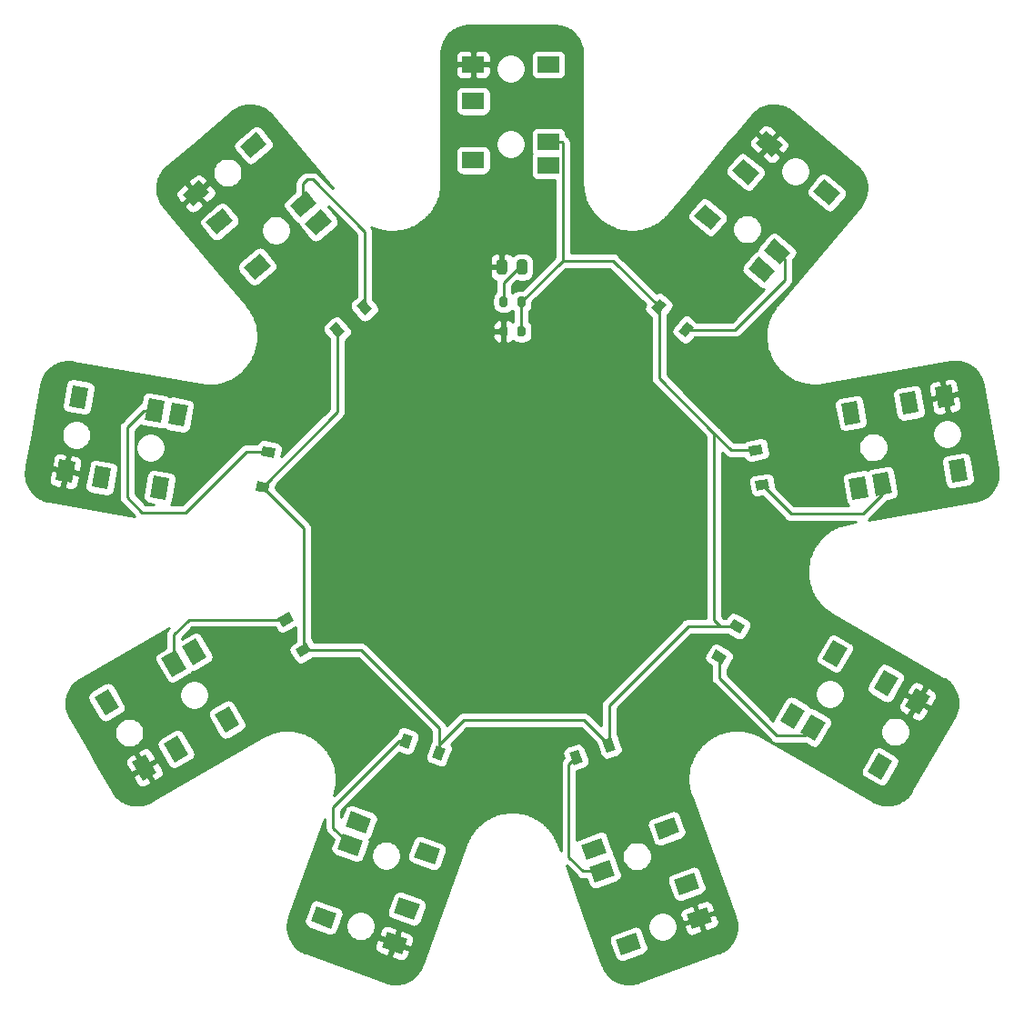
<source format=gbr>
%TF.GenerationSoftware,KiCad,Pcbnew,(5.1.9)-1*%
%TF.CreationDate,2022-01-01T02:22:55+09:00*%
%TF.ProjectId,DiodeORLogic,44696f64-654f-4524-9c6f-6769632e6b69,rev?*%
%TF.SameCoordinates,Original*%
%TF.FileFunction,Copper,L1,Top*%
%TF.FilePolarity,Positive*%
%FSLAX46Y46*%
G04 Gerber Fmt 4.6, Leading zero omitted, Abs format (unit mm)*
G04 Created by KiCad (PCBNEW (5.1.9)-1) date 2022-01-01 02:22:55*
%MOMM*%
%LPD*%
G01*
G04 APERTURE LIST*
%TA.AperFunction,SMDPad,CuDef*%
%ADD10C,0.100000*%
%TD*%
%TA.AperFunction,SMDPad,CuDef*%
%ADD11R,2.000000X1.500000*%
%TD*%
%TA.AperFunction,Conductor*%
%ADD12C,0.250000*%
%TD*%
%TA.AperFunction,Conductor*%
%ADD13C,0.254000*%
%TD*%
%TA.AperFunction,Conductor*%
%ADD14C,0.100000*%
%TD*%
G04 APERTURE END LIST*
%TA.AperFunction,SMDPad,CuDef*%
D10*
%TO.P,D8,2*%
%TO.N,Net-(D8-Pad2)*%
G36*
X130684926Y-75028281D02*
G01*
X129913580Y-74109028D01*
X130603020Y-73530519D01*
X131374366Y-74449772D01*
X130684926Y-75028281D01*
G37*
%TD.AperFunction*%
%TA.AperFunction,SMDPad,CuDef*%
%TO.P,D8,1*%
%TO.N,Net-(D1-Pad1)*%
G36*
X128156980Y-77149481D02*
G01*
X127385634Y-76230228D01*
X128075074Y-75651719D01*
X128846420Y-76570972D01*
X128156980Y-77149481D01*
G37*
%TD.AperFunction*%
%TD*%
%TA.AperFunction,SMDPad,CuDef*%
%TO.P,D7,2*%
%TO.N,Net-(D7-Pad2)*%
G36*
X122239262Y-88282419D02*
G01*
X121057493Y-88074042D01*
X121213776Y-87187715D01*
X122395545Y-87396092D01*
X122239262Y-88282419D01*
G37*
%TD.AperFunction*%
%TA.AperFunction,SMDPad,CuDef*%
%TO.P,D7,1*%
%TO.N,Net-(D1-Pad1)*%
G36*
X121666224Y-91532285D02*
G01*
X120484455Y-91323908D01*
X120640738Y-90437581D01*
X121822507Y-90645958D01*
X121666224Y-91532285D01*
G37*
%TD.AperFunction*%
%TD*%
%TA.AperFunction,SMDPad,CuDef*%
%TO.P,D6,2*%
%TO.N,Net-(D6-Pad2)*%
G36*
X124069615Y-103430769D02*
G01*
X123030385Y-104030769D01*
X122580385Y-103251347D01*
X123619615Y-102651347D01*
X124069615Y-103430769D01*
G37*
%TD.AperFunction*%
%TA.AperFunction,SMDPad,CuDef*%
%TO.P,D6,1*%
%TO.N,Net-(D1-Pad1)*%
G36*
X125719615Y-106288653D02*
G01*
X124680385Y-106888653D01*
X124230385Y-106109231D01*
X125269615Y-105509231D01*
X125719615Y-106288653D01*
G37*
%TD.AperFunction*%
%TD*%
%TA.AperFunction,SMDPad,CuDef*%
%TO.P,D5,2*%
%TO.N,Net-(D5-Pad2)*%
G36*
X135127581Y-114235760D02*
G01*
X134717157Y-115363392D01*
X133871433Y-115055574D01*
X134281857Y-113927942D01*
X135127581Y-114235760D01*
G37*
%TD.AperFunction*%
%TA.AperFunction,SMDPad,CuDef*%
%TO.P,D5,1*%
%TO.N,Net-(D1-Pad1)*%
G36*
X138228567Y-115364426D02*
G01*
X137818143Y-116492058D01*
X136972419Y-116184240D01*
X137382843Y-115056608D01*
X138228567Y-115364426D01*
G37*
%TD.AperFunction*%
%TD*%
%TA.AperFunction,SMDPad,CuDef*%
%TO.P,D4,2*%
%TO.N,Net-(D4-Pad2)*%
G36*
X150557157Y-115456608D02*
G01*
X150967581Y-116584240D01*
X150121857Y-116892058D01*
X149711433Y-115764426D01*
X150557157Y-115456608D01*
G37*
%TD.AperFunction*%
%TA.AperFunction,SMDPad,CuDef*%
%TO.P,D4,1*%
%TO.N,Net-(D1-Pad1)*%
G36*
X153658143Y-114327942D02*
G01*
X154068567Y-115455574D01*
X153222843Y-115763392D01*
X152812419Y-114635760D01*
X153658143Y-114327942D01*
G37*
%TD.AperFunction*%
%TD*%
%TA.AperFunction,SMDPad,CuDef*%
%TO.P,D3,2*%
%TO.N,Net-(D3-Pad2)*%
G36*
X163370385Y-106129231D02*
G01*
X164409615Y-106729231D01*
X163959615Y-107508653D01*
X162920385Y-106908653D01*
X163370385Y-106129231D01*
G37*
%TD.AperFunction*%
%TA.AperFunction,SMDPad,CuDef*%
%TO.P,D3,1*%
%TO.N,Net-(D1-Pad1)*%
G36*
X165020385Y-103271347D02*
G01*
X166059615Y-103871347D01*
X165609615Y-104650769D01*
X164570385Y-104050769D01*
X165020385Y-103271347D01*
G37*
%TD.AperFunction*%
%TD*%
%TA.AperFunction,SMDPad,CuDef*%
%TO.P,D2,2*%
%TO.N,Net-(D2-Pad2)*%
G36*
X167007493Y-90465958D02*
G01*
X168189262Y-90257581D01*
X168345545Y-91143908D01*
X167163776Y-91352285D01*
X167007493Y-90465958D01*
G37*
%TD.AperFunction*%
%TA.AperFunction,SMDPad,CuDef*%
%TO.P,D2,1*%
%TO.N,Net-(D1-Pad1)*%
G36*
X166434455Y-87216092D02*
G01*
X167616224Y-87007715D01*
X167772507Y-87894042D01*
X166590738Y-88102419D01*
X166434455Y-87216092D01*
G37*
%TD.AperFunction*%
%TD*%
%TA.AperFunction,SMDPad,CuDef*%
%TO.P,D1,2*%
%TO.N,Net-(D1-Pad2)*%
G36*
X159863580Y-76500972D02*
G01*
X160634926Y-75581719D01*
X161324366Y-76160228D01*
X160553020Y-77079481D01*
X159863580Y-76500972D01*
G37*
%TD.AperFunction*%
%TA.AperFunction,SMDPad,CuDef*%
%TO.P,D1,1*%
%TO.N,Net-(D1-Pad1)*%
G36*
X157335634Y-74379772D02*
G01*
X158106980Y-73460519D01*
X158796420Y-74039028D01*
X158025074Y-74958281D01*
X157335634Y-74379772D01*
G37*
%TD.AperFunction*%
%TD*%
%TO.P,R2,2*%
%TO.N,Net-(D1-Pad1)*%
%TA.AperFunction,SMDPad,CuDef*%
G36*
G01*
X144855000Y-74015000D02*
X144855000Y-73465000D01*
G75*
G02*
X145055000Y-73265000I200000J0D01*
G01*
X145455000Y-73265000D01*
G75*
G02*
X145655000Y-73465000I0J-200000D01*
G01*
X145655000Y-74015000D01*
G75*
G02*
X145455000Y-74215000I-200000J0D01*
G01*
X145055000Y-74215000D01*
G75*
G02*
X144855000Y-74015000I0J200000D01*
G01*
G37*
%TD.AperFunction*%
%TO.P,R2,1*%
%TO.N,Net-(D10-Pad2)*%
%TA.AperFunction,SMDPad,CuDef*%
G36*
G01*
X143205000Y-74015000D02*
X143205000Y-73465000D01*
G75*
G02*
X143405000Y-73265000I200000J0D01*
G01*
X143805000Y-73265000D01*
G75*
G02*
X144005000Y-73465000I0J-200000D01*
G01*
X144005000Y-74015000D01*
G75*
G02*
X143805000Y-74215000I-200000J0D01*
G01*
X143405000Y-74215000D01*
G75*
G02*
X143205000Y-74015000I0J200000D01*
G01*
G37*
%TD.AperFunction*%
%TD*%
%TO.P,R1,2*%
%TO.N,Net-(D1-Pad1)*%
%TA.AperFunction,SMDPad,CuDef*%
G36*
G01*
X144855000Y-76775000D02*
X144855000Y-76225000D01*
G75*
G02*
X145055000Y-76025000I200000J0D01*
G01*
X145455000Y-76025000D01*
G75*
G02*
X145655000Y-76225000I0J-200000D01*
G01*
X145655000Y-76775000D01*
G75*
G02*
X145455000Y-76975000I-200000J0D01*
G01*
X145055000Y-76975000D01*
G75*
G02*
X144855000Y-76775000I0J200000D01*
G01*
G37*
%TD.AperFunction*%
%TO.P,R1,1*%
%TO.N,GND*%
%TA.AperFunction,SMDPad,CuDef*%
G36*
G01*
X143205000Y-76775000D02*
X143205000Y-76225000D01*
G75*
G02*
X143405000Y-76025000I200000J0D01*
G01*
X143805000Y-76025000D01*
G75*
G02*
X144005000Y-76225000I0J-200000D01*
G01*
X144005000Y-76775000D01*
G75*
G02*
X143805000Y-76975000I-200000J0D01*
G01*
X143405000Y-76975000D01*
G75*
G02*
X143205000Y-76775000I0J200000D01*
G01*
G37*
%TD.AperFunction*%
%TD*%
D11*
%TO.P,J9,2*%
%TO.N,N/C*%
X147770000Y-51650000D03*
%TO.P,J9,4*%
%TO.N,Net-(D1-Pad1)*%
X147770000Y-58850000D03*
%TO.P,J9,5*%
%TO.N,N/C*%
X147770000Y-61050000D03*
%TO.P,J9,1*%
%TO.N,GND*%
X140770000Y-51650000D03*
%TO.P,J9,3*%
%TO.N,N/C*%
X140770000Y-55050000D03*
%TO.P,J9,6*%
X140770000Y-60550000D03*
%TD*%
%TA.AperFunction,SMDPad,CuDef*%
D10*
%TO.P,J8,2*%
%TO.N,N/C*%
G36*
X120036100Y-60377155D02*
G01*
X119071919Y-59228088D01*
X120604008Y-57942513D01*
X121568189Y-59091580D01*
X120036100Y-60377155D01*
G37*
%TD.AperFunction*%
%TA.AperFunction,SMDPad,CuDef*%
%TO.P,J8,4*%
%TO.N,Net-(D8-Pad2)*%
G36*
X124664171Y-65892675D02*
G01*
X123699990Y-64743608D01*
X125232079Y-63458033D01*
X126196260Y-64607100D01*
X124664171Y-65892675D01*
G37*
%TD.AperFunction*%
%TA.AperFunction,SMDPad,CuDef*%
%TO.P,J8,5*%
%TO.N,N/C*%
G36*
X126078303Y-67577973D02*
G01*
X125114122Y-66428906D01*
X126646211Y-65143331D01*
X127610392Y-66292398D01*
X126078303Y-67577973D01*
G37*
%TD.AperFunction*%
%TA.AperFunction,SMDPad,CuDef*%
%TO.P,J8,1*%
%TO.N,GND*%
G36*
X114673789Y-64876669D02*
G01*
X113709608Y-63727602D01*
X115241697Y-62442027D01*
X116205878Y-63591094D01*
X114673789Y-64876669D01*
G37*
%TD.AperFunction*%
%TA.AperFunction,SMDPad,CuDef*%
%TO.P,J8,3*%
%TO.N,N/C*%
G36*
X116859267Y-67481220D02*
G01*
X115895086Y-66332153D01*
X117427175Y-65046578D01*
X118391356Y-66195645D01*
X116859267Y-67481220D01*
G37*
%TD.AperFunction*%
%TA.AperFunction,SMDPad,CuDef*%
%TO.P,J8,6*%
G36*
X120394598Y-71694464D02*
G01*
X119430417Y-70545397D01*
X120962506Y-69259822D01*
X121926687Y-70408889D01*
X120394598Y-71694464D01*
G37*
%TD.AperFunction*%
%TD*%
%TA.AperFunction,SMDPad,CuDef*%
%TO.P,J7,2*%
%TO.N,N/C*%
G36*
X104604130Y-83732070D02*
G01*
X103126918Y-83471598D01*
X103474214Y-81501982D01*
X104951426Y-81762454D01*
X104604130Y-83732070D01*
G37*
%TD.AperFunction*%
%TA.AperFunction,SMDPad,CuDef*%
%TO.P,J7,4*%
%TO.N,Net-(D7-Pad2)*%
G36*
X111694746Y-84982337D02*
G01*
X110217534Y-84721865D01*
X110564830Y-82752249D01*
X112042042Y-83012721D01*
X111694746Y-84982337D01*
G37*
%TD.AperFunction*%
%TA.AperFunction,SMDPad,CuDef*%
%TO.P,J7,5*%
%TO.N,N/C*%
G36*
X113861323Y-85364363D02*
G01*
X112384111Y-85103891D01*
X112731407Y-83134275D01*
X114208619Y-83394747D01*
X113861323Y-85364363D01*
G37*
%TD.AperFunction*%
%TA.AperFunction,SMDPad,CuDef*%
%TO.P,J7,1*%
%TO.N,GND*%
G36*
X103388593Y-90625725D02*
G01*
X101911381Y-90365253D01*
X102258677Y-88395637D01*
X103735889Y-88656109D01*
X103388593Y-90625725D01*
G37*
%TD.AperFunction*%
%TA.AperFunction,SMDPad,CuDef*%
%TO.P,J7,3*%
%TO.N,N/C*%
G36*
X106736939Y-91216129D02*
G01*
X105259727Y-90955657D01*
X105607023Y-88986041D01*
X107084235Y-89246513D01*
X106736939Y-91216129D01*
G37*
%TD.AperFunction*%
%TA.AperFunction,SMDPad,CuDef*%
%TO.P,J7,6*%
G36*
X112153382Y-92171193D02*
G01*
X110676170Y-91910721D01*
X111023466Y-89941105D01*
X112500678Y-90201577D01*
X112153382Y-92171193D01*
G37*
%TD.AperFunction*%
%TD*%
%TA.AperFunction,SMDPad,CuDef*%
%TO.P,J6,2*%
%TO.N,N/C*%
G36*
X107809200Y-111539936D02*
G01*
X106510162Y-112289936D01*
X105510162Y-110557886D01*
X106809200Y-109807886D01*
X107809200Y-111539936D01*
G37*
%TD.AperFunction*%
%TA.AperFunction,SMDPad,CuDef*%
%TO.P,J6,4*%
%TO.N,Net-(D6-Pad2)*%
G36*
X114044583Y-107939936D02*
G01*
X112745545Y-108689936D01*
X111745545Y-106957886D01*
X113044583Y-106207886D01*
X114044583Y-107939936D01*
G37*
%TD.AperFunction*%
%TA.AperFunction,SMDPad,CuDef*%
%TO.P,J6,5*%
%TO.N,N/C*%
G36*
X115949838Y-106839936D02*
G01*
X114650800Y-107589936D01*
X113650800Y-105857886D01*
X114949838Y-105107886D01*
X115949838Y-106839936D01*
G37*
%TD.AperFunction*%
%TA.AperFunction,SMDPad,CuDef*%
%TO.P,J6,1*%
%TO.N,GND*%
G36*
X111309200Y-117602114D02*
G01*
X110010162Y-118352114D01*
X109010162Y-116620064D01*
X110309200Y-115870064D01*
X111309200Y-117602114D01*
G37*
%TD.AperFunction*%
%TA.AperFunction,SMDPad,CuDef*%
%TO.P,J6,3*%
%TO.N,N/C*%
G36*
X114253686Y-115902114D02*
G01*
X112954648Y-116652114D01*
X111954648Y-114920064D01*
X113253686Y-114170064D01*
X114253686Y-115902114D01*
G37*
%TD.AperFunction*%
%TA.AperFunction,SMDPad,CuDef*%
%TO.P,J6,6*%
G36*
X119016826Y-113152114D02*
G01*
X117717788Y-113902114D01*
X116717788Y-112170064D01*
X118016826Y-111420064D01*
X119016826Y-113152114D01*
G37*
%TD.AperFunction*%
%TD*%
%TA.AperFunction,SMDPad,CuDef*%
%TO.P,J5,2*%
%TO.N,N/C*%
G36*
X128055491Y-130718065D02*
G01*
X127542461Y-132127604D01*
X125663075Y-131443563D01*
X126176105Y-130034024D01*
X128055491Y-130718065D01*
G37*
%TD.AperFunction*%
%TA.AperFunction,SMDPad,CuDef*%
%TO.P,J5,4*%
%TO.N,Net-(D5-Pad2)*%
G36*
X130518036Y-123952278D02*
G01*
X130005006Y-125361817D01*
X128125620Y-124677776D01*
X128638650Y-123268237D01*
X130518036Y-123952278D01*
G37*
%TD.AperFunction*%
%TA.AperFunction,SMDPad,CuDef*%
%TO.P,J5,5*%
%TO.N,N/C*%
G36*
X131270481Y-121884954D02*
G01*
X130757451Y-123294493D01*
X128878065Y-122610452D01*
X129391095Y-121200913D01*
X131270481Y-121884954D01*
G37*
%TD.AperFunction*%
%TA.AperFunction,SMDPad,CuDef*%
%TO.P,J5,1*%
%TO.N,GND*%
G36*
X134633339Y-133112206D02*
G01*
X134120309Y-134521745D01*
X132240923Y-133837704D01*
X132753953Y-132428165D01*
X134633339Y-133112206D01*
G37*
%TD.AperFunction*%
%TA.AperFunction,SMDPad,CuDef*%
%TO.P,J5,3*%
%TO.N,N/C*%
G36*
X135796208Y-129917251D02*
G01*
X135283178Y-131326790D01*
X133403792Y-130642749D01*
X133916822Y-129233210D01*
X135796208Y-129917251D01*
G37*
%TD.AperFunction*%
%TA.AperFunction,SMDPad,CuDef*%
%TO.P,J5,6*%
G36*
X137677319Y-124748941D02*
G01*
X137164289Y-126158480D01*
X135284903Y-125474439D01*
X135797933Y-124064900D01*
X137677319Y-124748941D01*
G37*
%TD.AperFunction*%
%TD*%
%TA.AperFunction,SMDPad,CuDef*%
%TO.P,J4,2*%
%TO.N,N/C*%
G36*
X155931749Y-132496836D02*
G01*
X156444779Y-133906375D01*
X154565393Y-134590416D01*
X154052363Y-133180877D01*
X155931749Y-132496836D01*
G37*
%TD.AperFunction*%
%TA.AperFunction,SMDPad,CuDef*%
%TO.P,J4,4*%
%TO.N,Net-(D4-Pad2)*%
G36*
X153469203Y-125731049D02*
G01*
X153982233Y-127140588D01*
X152102847Y-127824629D01*
X151589817Y-126415090D01*
X153469203Y-125731049D01*
G37*
%TD.AperFunction*%
%TA.AperFunction,SMDPad,CuDef*%
%TO.P,J4,5*%
%TO.N,N/C*%
G36*
X152716759Y-123663725D02*
G01*
X153229789Y-125073264D01*
X151350403Y-125757305D01*
X150837373Y-124347766D01*
X152716759Y-123663725D01*
G37*
%TD.AperFunction*%
%TA.AperFunction,SMDPad,CuDef*%
%TO.P,J4,1*%
%TO.N,GND*%
G36*
X162509597Y-130102695D02*
G01*
X163022627Y-131512234D01*
X161143241Y-132196275D01*
X160630211Y-130786736D01*
X162509597Y-130102695D01*
G37*
%TD.AperFunction*%
%TA.AperFunction,SMDPad,CuDef*%
%TO.P,J4,3*%
%TO.N,N/C*%
G36*
X161346728Y-126907740D02*
G01*
X161859758Y-128317279D01*
X159980372Y-129001320D01*
X159467342Y-127591781D01*
X161346728Y-126907740D01*
G37*
%TD.AperFunction*%
%TA.AperFunction,SMDPad,CuDef*%
%TO.P,J4,6*%
G36*
X159465618Y-121739430D02*
G01*
X159978648Y-123148969D01*
X158099262Y-123833010D01*
X157586232Y-122423471D01*
X159465618Y-121739430D01*
G37*
%TD.AperFunction*%
%TD*%
%TA.AperFunction,SMDPad,CuDef*%
%TO.P,J3,2*%
%TO.N,N/C*%
G36*
X178500800Y-115780064D02*
G01*
X179799838Y-116530064D01*
X178799838Y-118262114D01*
X177500800Y-117512114D01*
X178500800Y-115780064D01*
G37*
%TD.AperFunction*%
%TA.AperFunction,SMDPad,CuDef*%
%TO.P,J3,4*%
%TO.N,Net-(D3-Pad2)*%
G36*
X172265417Y-112180064D02*
G01*
X173564455Y-112930064D01*
X172564455Y-114662114D01*
X171265417Y-113912114D01*
X172265417Y-112180064D01*
G37*
%TD.AperFunction*%
%TA.AperFunction,SMDPad,CuDef*%
%TO.P,J3,5*%
%TO.N,N/C*%
G36*
X170360162Y-111080064D02*
G01*
X171659200Y-111830064D01*
X170659200Y-113562114D01*
X169360162Y-112812114D01*
X170360162Y-111080064D01*
G37*
%TD.AperFunction*%
%TA.AperFunction,SMDPad,CuDef*%
%TO.P,J3,1*%
%TO.N,GND*%
G36*
X182000800Y-109717886D02*
G01*
X183299838Y-110467886D01*
X182299838Y-112199936D01*
X181000800Y-111449936D01*
X182000800Y-109717886D01*
G37*
%TD.AperFunction*%
%TA.AperFunction,SMDPad,CuDef*%
%TO.P,J3,3*%
%TO.N,N/C*%
G36*
X179056314Y-108017886D02*
G01*
X180355352Y-108767886D01*
X179355352Y-110499936D01*
X178056314Y-109749936D01*
X179056314Y-108017886D01*
G37*
%TD.AperFunction*%
%TA.AperFunction,SMDPad,CuDef*%
%TO.P,J3,6*%
G36*
X174293174Y-105267886D02*
G01*
X175592212Y-106017886D01*
X174592212Y-107749936D01*
X173293174Y-106999936D01*
X174293174Y-105267886D01*
G37*
%TD.AperFunction*%
%TD*%
%TA.AperFunction,SMDPad,CuDef*%
%TO.P,J2,2*%
%TO.N,N/C*%
G36*
X185004111Y-88606109D02*
G01*
X186481323Y-88345637D01*
X186828619Y-90315253D01*
X185351407Y-90575725D01*
X185004111Y-88606109D01*
G37*
%TD.AperFunction*%
%TA.AperFunction,SMDPad,CuDef*%
%TO.P,J2,4*%
%TO.N,Net-(D2-Pad2)*%
G36*
X177913495Y-89856376D02*
G01*
X179390707Y-89595904D01*
X179738003Y-91565520D01*
X178260791Y-91825992D01*
X177913495Y-89856376D01*
G37*
%TD.AperFunction*%
%TA.AperFunction,SMDPad,CuDef*%
%TO.P,J2,5*%
%TO.N,N/C*%
G36*
X175746918Y-90238402D02*
G01*
X177224130Y-89977930D01*
X177571426Y-91947546D01*
X176094214Y-92208018D01*
X175746918Y-90238402D01*
G37*
%TD.AperFunction*%
%TA.AperFunction,SMDPad,CuDef*%
%TO.P,J2,1*%
%TO.N,GND*%
G36*
X183788574Y-81712454D02*
G01*
X185265786Y-81451982D01*
X185613082Y-83421598D01*
X184135870Y-83682070D01*
X183788574Y-81712454D01*
G37*
%TD.AperFunction*%
%TA.AperFunction,SMDPad,CuDef*%
%TO.P,J2,3*%
%TO.N,N/C*%
G36*
X180440227Y-82302858D02*
G01*
X181917439Y-82042386D01*
X182264735Y-84012002D01*
X180787523Y-84272474D01*
X180440227Y-82302858D01*
G37*
%TD.AperFunction*%
%TA.AperFunction,SMDPad,CuDef*%
%TO.P,J2,6*%
G36*
X175023785Y-83257923D02*
G01*
X176500997Y-82997451D01*
X176848293Y-84967067D01*
X175371081Y-85227539D01*
X175023785Y-83257923D01*
G37*
%TD.AperFunction*%
%TD*%
%TA.AperFunction,SMDPad,CuDef*%
%TO.P,J1,2*%
%TO.N,N/C*%
G36*
X172444122Y-63491094D02*
G01*
X173408303Y-62342027D01*
X174940392Y-63627602D01*
X173976211Y-64776669D01*
X172444122Y-63491094D01*
G37*
%TD.AperFunction*%
%TA.AperFunction,SMDPad,CuDef*%
%TO.P,J1,4*%
%TO.N,Net-(D1-Pad2)*%
G36*
X167816052Y-69006614D02*
G01*
X168780233Y-67857547D01*
X170312322Y-69143122D01*
X169348141Y-70292189D01*
X167816052Y-69006614D01*
G37*
%TD.AperFunction*%
%TA.AperFunction,SMDPad,CuDef*%
%TO.P,J1,5*%
%TO.N,N/C*%
G36*
X166401919Y-70691912D02*
G01*
X167366100Y-69542845D01*
X168898189Y-70828420D01*
X167934008Y-71977487D01*
X166401919Y-70691912D01*
G37*
%TD.AperFunction*%
%TA.AperFunction,SMDPad,CuDef*%
%TO.P,J1,1*%
%TO.N,GND*%
G36*
X167081811Y-58991580D02*
G01*
X168045992Y-57842513D01*
X169578081Y-59128088D01*
X168613900Y-60277155D01*
X167081811Y-58991580D01*
G37*
%TD.AperFunction*%
%TA.AperFunction,SMDPad,CuDef*%
%TO.P,J1,3*%
%TO.N,N/C*%
G36*
X164896333Y-61596132D02*
G01*
X165860514Y-60447065D01*
X167392603Y-61732640D01*
X166428422Y-62881707D01*
X164896333Y-61596132D01*
G37*
%TD.AperFunction*%
%TA.AperFunction,SMDPad,CuDef*%
%TO.P,J1,6*%
G36*
X161361001Y-65809376D02*
G01*
X162325182Y-64660309D01*
X163857271Y-65945884D01*
X162893090Y-67094951D01*
X161361001Y-65809376D01*
G37*
%TD.AperFunction*%
%TD*%
%TO.P,D10,2*%
%TO.N,Net-(D10-Pad2)*%
%TA.AperFunction,SMDPad,CuDef*%
G36*
G01*
X144830000Y-70966250D02*
X144830000Y-70053750D01*
G75*
G02*
X145073750Y-69810000I243750J0D01*
G01*
X145561250Y-69810000D01*
G75*
G02*
X145805000Y-70053750I0J-243750D01*
G01*
X145805000Y-70966250D01*
G75*
G02*
X145561250Y-71210000I-243750J0D01*
G01*
X145073750Y-71210000D01*
G75*
G02*
X144830000Y-70966250I0J243750D01*
G01*
G37*
%TD.AperFunction*%
%TO.P,D10,1*%
%TO.N,GND*%
%TA.AperFunction,SMDPad,CuDef*%
G36*
G01*
X142955000Y-70966250D02*
X142955000Y-70053750D01*
G75*
G02*
X143198750Y-69810000I243750J0D01*
G01*
X143686250Y-69810000D01*
G75*
G02*
X143930000Y-70053750I0J-243750D01*
G01*
X143930000Y-70966250D01*
G75*
G02*
X143686250Y-71210000I-243750J0D01*
G01*
X143198750Y-71210000D01*
G75*
G02*
X142955000Y-70966250I0J243750D01*
G01*
G37*
%TD.AperFunction*%
%TD*%
D12*
%TO.N,Net-(D1-Pad2)*%
X169773994Y-69784675D02*
X169773994Y-71716006D01*
X169064187Y-69074868D02*
X169773994Y-69784675D01*
X165159400Y-76330600D02*
X160593973Y-76330600D01*
X169773994Y-71716006D02*
X165159400Y-76330600D01*
%TO.N,Net-(D1-Pad1)*%
X149095001Y-69899999D02*
X145255000Y-73740000D01*
X149095001Y-58925001D02*
X149095001Y-69899999D01*
X149020000Y-58850000D02*
X149095001Y-58925001D01*
X147770000Y-58850000D02*
X149020000Y-58850000D01*
X145255000Y-73740000D02*
X145255000Y-76500000D01*
X153756626Y-69899999D02*
X158066027Y-74209400D01*
X149095001Y-69899999D02*
X153756626Y-69899999D01*
X167103481Y-87555067D02*
X164765067Y-87555067D01*
X158066027Y-80856027D02*
X158066027Y-74209400D01*
X128116027Y-84022387D02*
X121153481Y-90984933D01*
X128116027Y-76400600D02*
X128116027Y-84022387D01*
X124975000Y-94806452D02*
X124975000Y-106198942D01*
X121153481Y-90984933D02*
X124975000Y-94806452D01*
X124975000Y-106198942D02*
X130368942Y-106198942D01*
X137600493Y-113430493D02*
X137600493Y-115774333D01*
X130368942Y-106198942D02*
X137600493Y-113430493D01*
X137600493Y-115774333D02*
X137600493Y-114979507D01*
X137600493Y-114979507D02*
X139860000Y-112720000D01*
X151114826Y-112720000D02*
X153440493Y-115045667D01*
X139860000Y-112720000D02*
X151114826Y-112720000D01*
X153440493Y-115045667D02*
X153440493Y-111309507D01*
X160788942Y-103961058D02*
X165315000Y-103961058D01*
X153440493Y-111309507D02*
X160788942Y-103961058D01*
X165315000Y-103961058D02*
X163771058Y-103961058D01*
X163205000Y-103395000D02*
X163205000Y-85995000D01*
X163771058Y-103961058D02*
X163205000Y-103395000D01*
X163205000Y-85995000D02*
X158066027Y-80856027D01*
X164765067Y-87555067D02*
X163205000Y-85995000D01*
%TO.N,Net-(D2-Pad2)*%
X178825749Y-91726374D02*
X177062123Y-93490000D01*
X178825749Y-90710948D02*
X178825749Y-91726374D01*
X170361586Y-93490000D02*
X167676519Y-90804933D01*
X177062123Y-93490000D02*
X170361586Y-93490000D01*
%TO.N,Net-(D3-Pad2)*%
X171682886Y-114153139D02*
X169043139Y-114153139D01*
X172414936Y-113421089D02*
X171682886Y-114153139D01*
X163665000Y-108775000D02*
X163665000Y-106818942D01*
X169043139Y-114153139D02*
X163665000Y-108775000D01*
%TO.N,Net-(D4-Pad2)*%
X152786025Y-126777839D02*
X151007839Y-126777839D01*
X151007839Y-126777839D02*
X149680000Y-125450000D01*
X149680000Y-116833840D02*
X150339507Y-116174333D01*
X149680000Y-125450000D02*
X149680000Y-116833840D01*
%TO.N,Net-(D5-Pad2)*%
X129321828Y-124315027D02*
X127740000Y-122733199D01*
X127740000Y-122733199D02*
X127740000Y-120810000D01*
X133904333Y-114645667D02*
X134499507Y-114645667D01*
X127740000Y-120810000D02*
X133904333Y-114645667D01*
%TO.N,Net-(D6-Pad2)*%
X112895064Y-107448911D02*
X112895064Y-104744936D01*
X114298942Y-103341058D02*
X123325000Y-103341058D01*
X112895064Y-104744936D02*
X114298942Y-103341058D01*
%TO.N,Net-(D7-Pad2)*%
X111129788Y-83867293D02*
X110132707Y-83867293D01*
X110132707Y-83867293D02*
X108540000Y-85460000D01*
X108540000Y-85460000D02*
X108540000Y-91960000D01*
X108540000Y-91960000D02*
X109960000Y-93380000D01*
X109960000Y-93380000D02*
X113980000Y-93380000D01*
X119624933Y-87735067D02*
X121726519Y-87735067D01*
X113980000Y-93380000D02*
X119624933Y-87735067D01*
%TO.N,Net-(D8-Pad2)*%
X124948125Y-64675354D02*
X124948125Y-62731875D01*
X124948125Y-62731875D02*
X125320000Y-62360000D01*
X125320000Y-62360000D02*
X125810000Y-62360000D01*
X130643973Y-67193973D02*
X130643973Y-74279400D01*
X125810000Y-62360000D02*
X130643973Y-67193973D01*
%TO.N,Net-(D10-Pad2)*%
X145310000Y-70550000D02*
X145310000Y-70517500D01*
X145310000Y-70510000D02*
X145317500Y-70510000D01*
X143605000Y-71951390D02*
X144859990Y-70696400D01*
X143605000Y-73740000D02*
X143605000Y-71951390D01*
%TD*%
D13*
%TO.N,GND*%
X148439152Y-48025194D02*
X148573034Y-48035374D01*
X148704749Y-48052111D01*
X148834180Y-48075225D01*
X148961280Y-48104560D01*
X149085890Y-48139945D01*
X149207883Y-48181223D01*
X149327158Y-48228251D01*
X149443555Y-48280874D01*
X149556892Y-48338921D01*
X149667055Y-48402264D01*
X149773824Y-48470711D01*
X149877069Y-48544130D01*
X149976569Y-48622322D01*
X150072191Y-48705152D01*
X150163713Y-48792410D01*
X150250962Y-48883925D01*
X150333774Y-48979525D01*
X150411982Y-49079047D01*
X150485394Y-49182281D01*
X150553847Y-49289060D01*
X150617184Y-49399212D01*
X150675240Y-49512566D01*
X150727852Y-49628941D01*
X150774883Y-49748223D01*
X150816161Y-49870217D01*
X150851545Y-49994821D01*
X150880880Y-50121923D01*
X150903995Y-50251357D01*
X150920732Y-50383075D01*
X150930912Y-50516953D01*
X150934571Y-50661627D01*
X150934571Y-62636603D01*
X150935413Y-62645195D01*
X150934787Y-62653805D01*
X150935094Y-62663364D01*
X150948177Y-62997993D01*
X150951244Y-63020273D01*
X150951399Y-63042756D01*
X150952463Y-63052261D01*
X150990890Y-63374833D01*
X150995788Y-63397120D01*
X150997777Y-63419846D01*
X150999602Y-63429234D01*
X151062139Y-63739300D01*
X151068858Y-63761273D01*
X151072705Y-63783922D01*
X151075283Y-63793132D01*
X151160698Y-64090242D01*
X151169169Y-64111594D01*
X151174831Y-64133849D01*
X151178144Y-64142821D01*
X151285201Y-64426526D01*
X151295304Y-64446991D01*
X151302688Y-64468577D01*
X151306712Y-64477254D01*
X151434179Y-64747106D01*
X151445752Y-64766456D01*
X151454725Y-64787142D01*
X151459427Y-64795470D01*
X151606070Y-65051020D01*
X151618935Y-65069090D01*
X151629335Y-65088688D01*
X151634676Y-65096622D01*
X151799261Y-65337421D01*
X151813238Y-65354106D01*
X151824892Y-65372480D01*
X151830831Y-65379978D01*
X152012124Y-65605577D01*
X152027035Y-65620811D01*
X152039784Y-65637888D01*
X152046275Y-65644912D01*
X152243044Y-65854862D01*
X152258733Y-65868624D01*
X152272427Y-65884362D01*
X152279425Y-65890882D01*
X152490436Y-66084733D01*
X152506768Y-66097028D01*
X152521283Y-66111422D01*
X152528741Y-66117410D01*
X152752758Y-66294714D01*
X152769638Y-66305576D01*
X152784872Y-66318638D01*
X152792744Y-66324071D01*
X153028535Y-66484379D01*
X153045888Y-66493844D01*
X153061771Y-66505602D01*
X153070011Y-66510458D01*
X153316344Y-66653320D01*
X153334122Y-66661426D01*
X153350603Y-66671906D01*
X153359165Y-66676167D01*
X153614806Y-66801135D01*
X153632977Y-66807911D01*
X153650033Y-66817139D01*
X153658875Y-66820786D01*
X153922588Y-66927411D01*
X153941150Y-66932879D01*
X153958769Y-66940866D01*
X153967845Y-66943883D01*
X154238399Y-67031715D01*
X154257342Y-67035875D01*
X154275521Y-67042617D01*
X154284787Y-67044987D01*
X154560946Y-67113579D01*
X154580272Y-67116415D01*
X154599026Y-67121895D01*
X154608436Y-67123603D01*
X154888969Y-67172504D01*
X154908676Y-67173982D01*
X154927996Y-67178155D01*
X154937504Y-67179186D01*
X155221175Y-67207947D01*
X155241244Y-67208013D01*
X155261115Y-67210820D01*
X155270673Y-67211161D01*
X155556250Y-67219335D01*
X155576649Y-67217923D01*
X155597045Y-67219287D01*
X155606602Y-67218924D01*
X155892850Y-67206060D01*
X155913501Y-67203094D01*
X155934366Y-67202928D01*
X155943870Y-67201853D01*
X156229557Y-67167503D01*
X156250369Y-67162906D01*
X156271607Y-67161117D01*
X156281001Y-67159322D01*
X156564892Y-67103037D01*
X156585725Y-67096741D01*
X156607206Y-67093244D01*
X156616434Y-67090729D01*
X156897296Y-67012059D01*
X156917970Y-67004020D01*
X156939518Y-66998747D01*
X156948519Y-66995515D01*
X157225120Y-66894013D01*
X157245434Y-66884214D01*
X157266834Y-66877130D01*
X157275549Y-66873192D01*
X157546653Y-66748407D01*
X157566349Y-66736890D01*
X157587364Y-66728002D01*
X157595735Y-66723376D01*
X157860110Y-66574860D01*
X157878945Y-66561708D01*
X157899306Y-66551081D01*
X157907276Y-66545794D01*
X158163685Y-66373096D01*
X158181398Y-66358463D01*
X158200835Y-66346224D01*
X158208352Y-66340310D01*
X158455565Y-66142984D01*
X158471921Y-66127081D01*
X158490189Y-66113411D01*
X158497206Y-66106912D01*
X158733989Y-65884509D01*
X158748800Y-65867586D01*
X158751751Y-65864988D01*
X160725357Y-65864988D01*
X160748420Y-65987927D01*
X160795024Y-66104005D01*
X160863379Y-66208760D01*
X160950856Y-66298168D01*
X162482945Y-67583743D01*
X162586185Y-67654366D01*
X162701218Y-67703491D01*
X162823625Y-67729231D01*
X162948702Y-67730595D01*
X163071641Y-67707532D01*
X163187719Y-67660928D01*
X163292474Y-67592573D01*
X163381882Y-67505096D01*
X163938361Y-66841909D01*
X164869473Y-66841909D01*
X164869473Y-67114731D01*
X164922698Y-67382309D01*
X165027102Y-67634363D01*
X165178674Y-67861206D01*
X165371587Y-68054119D01*
X165598430Y-68205691D01*
X165850484Y-68310095D01*
X166118062Y-68363320D01*
X166390884Y-68363320D01*
X166658462Y-68310095D01*
X166910516Y-68205691D01*
X167137359Y-68054119D01*
X167330272Y-67861206D01*
X167481844Y-67634363D01*
X167586248Y-67382309D01*
X167639473Y-67114731D01*
X167639473Y-66841909D01*
X167586248Y-66574331D01*
X167481844Y-66322277D01*
X167330272Y-66095434D01*
X167137359Y-65902521D01*
X166910516Y-65750949D01*
X166658462Y-65646545D01*
X166390884Y-65593320D01*
X166118062Y-65593320D01*
X165850484Y-65646545D01*
X165598430Y-65750949D01*
X165371587Y-65902521D01*
X165178674Y-66095434D01*
X165027102Y-66322277D01*
X164922698Y-66574331D01*
X164869473Y-66841909D01*
X163938361Y-66841909D01*
X164346063Y-66356029D01*
X164416686Y-66252789D01*
X164465811Y-66137756D01*
X164491551Y-66015349D01*
X164492915Y-65890272D01*
X164469852Y-65767333D01*
X164423248Y-65651255D01*
X164354893Y-65546500D01*
X164267416Y-65457092D01*
X162735327Y-64171517D01*
X162632087Y-64100894D01*
X162517054Y-64051769D01*
X162394647Y-64026029D01*
X162269570Y-64024665D01*
X162146631Y-64047728D01*
X162030553Y-64094332D01*
X161925798Y-64162687D01*
X161836390Y-64250164D01*
X160872209Y-65399231D01*
X160801586Y-65502471D01*
X160752461Y-65617504D01*
X160726721Y-65739911D01*
X160725357Y-65864988D01*
X158751751Y-65864988D01*
X158765678Y-65852727D01*
X158772157Y-65845691D01*
X158997275Y-65597760D01*
X159002429Y-65590830D01*
X159008678Y-65584879D01*
X159014877Y-65577596D01*
X160718996Y-63546706D01*
X171808478Y-63546706D01*
X171831541Y-63669645D01*
X171878145Y-63785723D01*
X171946500Y-63890478D01*
X172033977Y-63979886D01*
X173566066Y-65265461D01*
X173669306Y-65336084D01*
X173784339Y-65385209D01*
X173906746Y-65410949D01*
X174031823Y-65412313D01*
X174154762Y-65389250D01*
X174270840Y-65342646D01*
X174375595Y-65274291D01*
X174465003Y-65186814D01*
X175429184Y-64037747D01*
X175499807Y-63934507D01*
X175548932Y-63819474D01*
X175574672Y-63697067D01*
X175576036Y-63571990D01*
X175552973Y-63449051D01*
X175506369Y-63332973D01*
X175438014Y-63228218D01*
X175350537Y-63138810D01*
X173818448Y-61853235D01*
X173715208Y-61782612D01*
X173600175Y-61733487D01*
X173477768Y-61707747D01*
X173352691Y-61706383D01*
X173229752Y-61729446D01*
X173113674Y-61776050D01*
X173008919Y-61844405D01*
X172919511Y-61931882D01*
X171955330Y-63080949D01*
X171884707Y-63184189D01*
X171835582Y-63299222D01*
X171809842Y-63421629D01*
X171808478Y-63546706D01*
X160718996Y-63546706D01*
X162309059Y-61651744D01*
X164260689Y-61651744D01*
X164283752Y-61774683D01*
X164330356Y-61890761D01*
X164398711Y-61995516D01*
X164486188Y-62084924D01*
X166018277Y-63370499D01*
X166121517Y-63441122D01*
X166236550Y-63490247D01*
X166358957Y-63515987D01*
X166484034Y-63517351D01*
X166606973Y-63494288D01*
X166723051Y-63447684D01*
X166827806Y-63379329D01*
X166917214Y-63291852D01*
X167881395Y-62142785D01*
X167952018Y-62039545D01*
X168001143Y-61924512D01*
X168026883Y-61802105D01*
X168028247Y-61677028D01*
X168005184Y-61554089D01*
X167975277Y-61479598D01*
X169368987Y-61479598D01*
X169368987Y-61752420D01*
X169422212Y-62019998D01*
X169526616Y-62272052D01*
X169678188Y-62498895D01*
X169871101Y-62691808D01*
X170097944Y-62843380D01*
X170349998Y-62947784D01*
X170617576Y-63001009D01*
X170890398Y-63001009D01*
X171157976Y-62947784D01*
X171410030Y-62843380D01*
X171636873Y-62691808D01*
X171829786Y-62498895D01*
X171981358Y-62272052D01*
X172085762Y-62019998D01*
X172138987Y-61752420D01*
X172138987Y-61479598D01*
X172085762Y-61212020D01*
X171981358Y-60959966D01*
X171829786Y-60733123D01*
X171636873Y-60540210D01*
X171410030Y-60388638D01*
X171157976Y-60284234D01*
X170890398Y-60231009D01*
X170617576Y-60231009D01*
X170349998Y-60284234D01*
X170097944Y-60388638D01*
X169871101Y-60540210D01*
X169678188Y-60733123D01*
X169526616Y-60959966D01*
X169422212Y-61212020D01*
X169368987Y-61479598D01*
X167975277Y-61479598D01*
X167958580Y-61438011D01*
X167890225Y-61333256D01*
X167802748Y-61243848D01*
X166416717Y-60080830D01*
X167639015Y-60080830D01*
X167658582Y-60304482D01*
X168203755Y-60765946D01*
X168306994Y-60836570D01*
X168422028Y-60885696D01*
X168544435Y-60911434D01*
X168669511Y-60912799D01*
X168792450Y-60889736D01*
X168908529Y-60843132D01*
X169013284Y-60774778D01*
X169102691Y-60687300D01*
X169398752Y-60329689D01*
X169379185Y-60106037D01*
X168345600Y-59238756D01*
X167639015Y-60080830D01*
X166416717Y-60080830D01*
X166270659Y-59958273D01*
X166167419Y-59887650D01*
X166052386Y-59838525D01*
X165929979Y-59812785D01*
X165804902Y-59811421D01*
X165681963Y-59834484D01*
X165565885Y-59881088D01*
X165461130Y-59949443D01*
X165371722Y-60036920D01*
X164407541Y-61185987D01*
X164336918Y-61289227D01*
X164287793Y-61404260D01*
X164262053Y-61526667D01*
X164260689Y-61651744D01*
X162309059Y-61651744D01*
X164494539Y-59047191D01*
X166446167Y-59047191D01*
X166469230Y-59170130D01*
X166515834Y-59286209D01*
X166584188Y-59390964D01*
X166671666Y-59480371D01*
X167220788Y-59937129D01*
X167444440Y-59917562D01*
X168151024Y-59075488D01*
X168113713Y-59044180D01*
X168508868Y-59044180D01*
X169542453Y-59911462D01*
X169766105Y-59891895D01*
X170066873Y-59538233D01*
X170137496Y-59434994D01*
X170186622Y-59319960D01*
X170212360Y-59197553D01*
X170213725Y-59072477D01*
X170190662Y-58949538D01*
X170144058Y-58833459D01*
X170075704Y-58728704D01*
X169988226Y-58639297D01*
X169439104Y-58182539D01*
X169215452Y-58202106D01*
X168508868Y-59044180D01*
X168113713Y-59044180D01*
X167117439Y-58208206D01*
X166893787Y-58227773D01*
X166593019Y-58581435D01*
X166522396Y-58684674D01*
X166473270Y-58799708D01*
X166447532Y-58922115D01*
X166446167Y-59047191D01*
X164494539Y-59047191D01*
X165549466Y-57789979D01*
X167261140Y-57789979D01*
X167280707Y-58013631D01*
X168314292Y-58880912D01*
X169020877Y-58038838D01*
X169001310Y-57815186D01*
X168456137Y-57353722D01*
X168352898Y-57283098D01*
X168237864Y-57233972D01*
X168115457Y-57208234D01*
X167990381Y-57206869D01*
X167867442Y-57229932D01*
X167751363Y-57276536D01*
X167646608Y-57344890D01*
X167557201Y-57432368D01*
X167261140Y-57789979D01*
X165549466Y-57789979D01*
X166717908Y-56397486D01*
X166813708Y-56289007D01*
X166907570Y-56192986D01*
X167005053Y-56102848D01*
X167105968Y-56018545D01*
X167210111Y-55940057D01*
X167317326Y-55867338D01*
X167427372Y-55800413D01*
X167540061Y-55739275D01*
X167655176Y-55683942D01*
X167772521Y-55634422D01*
X167891839Y-55590753D01*
X168012904Y-55552962D01*
X168135515Y-55521063D01*
X168259361Y-55495104D01*
X168384274Y-55475096D01*
X168509948Y-55461075D01*
X168636140Y-55453060D01*
X168762618Y-55451074D01*
X168889123Y-55455134D01*
X169015381Y-55465254D01*
X169141189Y-55481453D01*
X169266275Y-55503738D01*
X169390422Y-55532126D01*
X169513415Y-55566634D01*
X169634997Y-55607270D01*
X169754999Y-55654072D01*
X169873192Y-55707059D01*
X169989404Y-55766283D01*
X170103419Y-55831777D01*
X170215067Y-55903613D01*
X170324173Y-55981875D01*
X170437373Y-56072085D01*
X176450676Y-61117853D01*
X176559135Y-61213636D01*
X176655162Y-61307504D01*
X176745290Y-61404977D01*
X176829597Y-61505898D01*
X176908088Y-61610044D01*
X176980801Y-61717252D01*
X177047725Y-61827295D01*
X177108861Y-61939980D01*
X177164203Y-62055113D01*
X177213712Y-62172429D01*
X177257391Y-62291779D01*
X177295178Y-62412827D01*
X177327078Y-62535443D01*
X177353038Y-62659299D01*
X177373044Y-62784194D01*
X177387067Y-62909879D01*
X177395081Y-63036081D01*
X177397067Y-63162526D01*
X177393007Y-63289049D01*
X177382887Y-63415305D01*
X177366688Y-63541115D01*
X177344404Y-63666198D01*
X177316013Y-63790357D01*
X177281512Y-63913326D01*
X177240871Y-64034922D01*
X177194070Y-64154921D01*
X177141076Y-64273131D01*
X177081865Y-64389320D01*
X177016357Y-64503357D01*
X176944521Y-64615004D01*
X176866262Y-64724107D01*
X176776088Y-64837264D01*
X169080332Y-74008714D01*
X169075456Y-74015836D01*
X169069442Y-74022028D01*
X169063533Y-74029548D01*
X168858458Y-74294298D01*
X168846484Y-74313341D01*
X168832152Y-74330662D01*
X168826858Y-74338627D01*
X168648950Y-74610433D01*
X168638380Y-74630646D01*
X168625291Y-74649341D01*
X168620655Y-74657707D01*
X168469255Y-74935430D01*
X168460280Y-74956577D01*
X168448668Y-74976400D01*
X168444723Y-74985113D01*
X168319175Y-75267616D01*
X168311941Y-75289411D01*
X168301970Y-75310106D01*
X168298742Y-75319109D01*
X168198390Y-75605256D01*
X168192976Y-75627423D01*
X168184755Y-75648710D01*
X168182261Y-75657943D01*
X168106449Y-75946597D01*
X168102877Y-75968857D01*
X168096454Y-75990470D01*
X168094702Y-75999872D01*
X168042773Y-76289895D01*
X168041013Y-76312010D01*
X168036382Y-76333706D01*
X168035374Y-76343217D01*
X168006671Y-76633473D01*
X168006653Y-76655234D01*
X168003769Y-76676807D01*
X168003500Y-76686367D01*
X167997367Y-76975719D01*
X167998997Y-76996969D01*
X167997786Y-77018250D01*
X167998244Y-77027803D01*
X168014025Y-77315115D01*
X168017197Y-77335739D01*
X168017571Y-77356598D01*
X168018741Y-77366091D01*
X168055779Y-77650224D01*
X168060387Y-77670141D01*
X168062254Y-77690499D01*
X168064118Y-77699879D01*
X168121757Y-77979699D01*
X168127706Y-77998871D01*
X168130980Y-78018669D01*
X168133518Y-78027891D01*
X168211102Y-78302257D01*
X168218309Y-78320657D01*
X168222919Y-78339876D01*
X168226109Y-78348893D01*
X168322982Y-78616672D01*
X168331388Y-78634306D01*
X168337278Y-78652930D01*
X168341099Y-78661698D01*
X168456603Y-78921752D01*
X168466168Y-78938624D01*
X168473303Y-78956659D01*
X168477731Y-78965136D01*
X168611212Y-79216327D01*
X168621913Y-79232441D01*
X168630276Y-79249886D01*
X168635290Y-79258031D01*
X168786087Y-79499223D01*
X168797925Y-79514587D01*
X168807519Y-79531440D01*
X168813094Y-79539212D01*
X168980555Y-79769268D01*
X168993537Y-79783864D01*
X169004379Y-79800113D01*
X169010490Y-79807471D01*
X169193957Y-80025253D01*
X169208104Y-80039052D01*
X169220221Y-80054668D01*
X169226842Y-80061570D01*
X169425660Y-80265943D01*
X169440991Y-80278894D01*
X169454411Y-80293819D01*
X169461514Y-80300224D01*
X169675026Y-80490050D01*
X169691557Y-80502078D01*
X169706303Y-80516232D01*
X169713857Y-80522098D01*
X169941404Y-80696241D01*
X169959137Y-80707248D01*
X169975224Y-80720529D01*
X169983195Y-80725814D01*
X170224124Y-80883137D01*
X170243025Y-80892994D01*
X170260440Y-80905273D01*
X170268790Y-80909937D01*
X170522442Y-81049302D01*
X170542450Y-81057871D01*
X170561152Y-81068999D01*
X170569837Y-81073003D01*
X170835558Y-81193273D01*
X170856564Y-81200404D01*
X170876461Y-81210216D01*
X170885434Y-81213526D01*
X171162566Y-81313565D01*
X171184421Y-81319115D01*
X171205371Y-81327445D01*
X171214579Y-81330031D01*
X171502467Y-81408702D01*
X171524962Y-81412541D01*
X171546774Y-81419240D01*
X171556160Y-81421077D01*
X171854146Y-81477242D01*
X171877021Y-81479273D01*
X171899452Y-81484221D01*
X171908956Y-81485294D01*
X172216385Y-81517818D01*
X172239365Y-81517994D01*
X172262119Y-81521112D01*
X172271678Y-81521414D01*
X172587894Y-81529159D01*
X172610650Y-81527489D01*
X172633429Y-81528760D01*
X172642982Y-81528292D01*
X172967327Y-81510121D01*
X172989551Y-81506678D01*
X173012027Y-81506144D01*
X173021513Y-81504918D01*
X173353331Y-81459695D01*
X173361730Y-81457700D01*
X173370347Y-81457158D01*
X173379777Y-81455563D01*
X185179446Y-79374956D01*
X185322556Y-79353436D01*
X185456173Y-79340213D01*
X185588786Y-79333825D01*
X185720269Y-79334112D01*
X185850537Y-79340930D01*
X185979383Y-79354138D01*
X186106706Y-79373607D01*
X186232333Y-79399209D01*
X186356101Y-79430820D01*
X186477792Y-79468304D01*
X186597275Y-79511552D01*
X186714324Y-79560427D01*
X186828719Y-79614788D01*
X186940309Y-79674527D01*
X187048853Y-79739488D01*
X187154120Y-79809517D01*
X187255966Y-79884511D01*
X187354114Y-79964274D01*
X187448419Y-80048706D01*
X187538632Y-80137615D01*
X187624590Y-80230887D01*
X187706093Y-80328368D01*
X187782941Y-80429906D01*
X187854971Y-80535390D01*
X187922001Y-80644692D01*
X187983837Y-80757668D01*
X188040325Y-80874245D01*
X188091281Y-80994312D01*
X188136519Y-81117761D01*
X188175876Y-81244575D01*
X188209150Y-81374659D01*
X188237874Y-81516491D01*
X189600974Y-89247045D01*
X189622497Y-89390186D01*
X189635720Y-89523797D01*
X189642108Y-89656407D01*
X189641821Y-89787890D01*
X189635002Y-89918158D01*
X189621794Y-90047006D01*
X189602325Y-90174327D01*
X189576724Y-90299952D01*
X189545111Y-90423726D01*
X189507627Y-90545417D01*
X189464378Y-90664898D01*
X189415503Y-90781951D01*
X189361145Y-90896339D01*
X189301405Y-91007931D01*
X189236444Y-91116474D01*
X189166407Y-91221754D01*
X189091429Y-91323577D01*
X189011654Y-91421738D01*
X188927234Y-91516030D01*
X188838325Y-91606244D01*
X188745046Y-91692209D01*
X188647565Y-91773712D01*
X188546026Y-91850561D01*
X188440540Y-91922593D01*
X188331234Y-91989624D01*
X188218255Y-92051462D01*
X188101693Y-92107943D01*
X187981641Y-92158893D01*
X187858166Y-92204140D01*
X187731359Y-92243495D01*
X187601276Y-92276769D01*
X187459437Y-92305494D01*
X177581013Y-94047327D01*
X177602124Y-94030001D01*
X177625927Y-94000997D01*
X179336752Y-92290173D01*
X179346043Y-92282548D01*
X179848803Y-92193898D01*
X179969264Y-92160208D01*
X180080839Y-92103665D01*
X180179238Y-92026440D01*
X180260681Y-91931503D01*
X180322038Y-91822502D01*
X180360950Y-91703624D01*
X180375923Y-91579440D01*
X180366381Y-91454720D01*
X180019085Y-89485104D01*
X179985395Y-89364643D01*
X179928852Y-89253068D01*
X179851627Y-89154669D01*
X179756690Y-89073226D01*
X179647689Y-89011869D01*
X179528811Y-88972957D01*
X179404627Y-88957984D01*
X179279907Y-88967526D01*
X177802695Y-89227998D01*
X177682234Y-89261688D01*
X177570659Y-89318231D01*
X177476269Y-89392310D01*
X177362234Y-89354983D01*
X177238050Y-89340010D01*
X177113330Y-89349552D01*
X175636118Y-89610024D01*
X175515657Y-89643714D01*
X175404082Y-89700257D01*
X175305683Y-89777482D01*
X175224240Y-89872419D01*
X175162883Y-89981420D01*
X175123971Y-90100298D01*
X175108998Y-90224482D01*
X175118540Y-90349202D01*
X175465836Y-92318818D01*
X175499526Y-92439279D01*
X175556069Y-92550854D01*
X175633294Y-92649253D01*
X175727420Y-92730000D01*
X170676388Y-92730000D01*
X168972730Y-91026343D01*
X168817640Y-90146781D01*
X168783950Y-90026320D01*
X168727407Y-89914745D01*
X168650182Y-89816346D01*
X168555245Y-89734903D01*
X168446244Y-89673547D01*
X168327366Y-89634634D01*
X168203182Y-89619661D01*
X168078462Y-89629203D01*
X166896693Y-89837580D01*
X166776232Y-89871270D01*
X166664657Y-89927813D01*
X166566258Y-90005038D01*
X166484815Y-90099975D01*
X166423458Y-90208976D01*
X166384546Y-90327854D01*
X166369573Y-90452038D01*
X166379115Y-90576758D01*
X166535398Y-91463085D01*
X166569088Y-91583546D01*
X166625631Y-91695121D01*
X166702856Y-91793520D01*
X166797793Y-91874963D01*
X166906794Y-91936319D01*
X167025672Y-91975232D01*
X167149856Y-91990205D01*
X167274576Y-91980663D01*
X167702069Y-91905285D01*
X169797787Y-94001003D01*
X169821585Y-94030001D01*
X169937310Y-94124974D01*
X170069339Y-94195546D01*
X170212600Y-94239003D01*
X170324253Y-94250000D01*
X170324262Y-94250000D01*
X170361585Y-94253676D01*
X170398908Y-94250000D01*
X176431595Y-94250000D01*
X175668331Y-94384584D01*
X175660015Y-94386906D01*
X175651428Y-94387784D01*
X175642067Y-94389746D01*
X175314794Y-94460738D01*
X175293391Y-94467626D01*
X175271270Y-94471683D01*
X175262095Y-94474382D01*
X174951096Y-94568239D01*
X174929995Y-94576933D01*
X174907960Y-94582839D01*
X174899031Y-94586267D01*
X174604536Y-94701697D01*
X174584070Y-94712127D01*
X174562432Y-94719848D01*
X174553809Y-94723986D01*
X174276044Y-94859695D01*
X174256487Y-94871745D01*
X174235550Y-94881187D01*
X174227290Y-94886009D01*
X173966485Y-95040705D01*
X173948093Y-95054203D01*
X173928111Y-95065226D01*
X173920266Y-95070696D01*
X173676646Y-95243087D01*
X173659598Y-95257846D01*
X173640788Y-95270272D01*
X173633402Y-95276348D01*
X173407198Y-95465139D01*
X173391633Y-95480950D01*
X173374142Y-95494592D01*
X173367256Y-95501230D01*
X173158695Y-95705129D01*
X173144690Y-95721791D01*
X173128618Y-95736460D01*
X173122266Y-95743610D01*
X172931576Y-95961324D01*
X172919162Y-95978655D01*
X172904559Y-95994175D01*
X172898769Y-96001787D01*
X172726178Y-96232024D01*
X172715351Y-96249863D01*
X172702230Y-96266081D01*
X172697024Y-96274105D01*
X172542759Y-96515572D01*
X172533487Y-96533791D01*
X172521831Y-96550586D01*
X172517229Y-96558971D01*
X172381519Y-96810373D01*
X172373753Y-96828883D01*
X172363534Y-96846155D01*
X172359551Y-96854850D01*
X172242624Y-97114897D01*
X172236316Y-97133630D01*
X172227496Y-97151311D01*
X172224144Y-97160269D01*
X172126227Y-97427668D01*
X172121331Y-97446582D01*
X172113872Y-97464634D01*
X172111163Y-97473806D01*
X172032485Y-97747263D01*
X172028966Y-97766340D01*
X172022842Y-97784734D01*
X172020785Y-97794075D01*
X171961573Y-98072297D01*
X171959411Y-98091523D01*
X171954605Y-98110263D01*
X171953210Y-98119725D01*
X171913693Y-98401420D01*
X171912886Y-98420803D01*
X171909403Y-98439875D01*
X171908677Y-98449411D01*
X171889082Y-98733286D01*
X171889645Y-98752816D01*
X171887506Y-98772230D01*
X171887457Y-98781794D01*
X171888013Y-99066557D01*
X171889980Y-99086222D01*
X171889225Y-99105969D01*
X171889861Y-99115512D01*
X171910795Y-99399868D01*
X171914215Y-99419648D01*
X171914902Y-99439704D01*
X171916226Y-99449177D01*
X171957767Y-99731834D01*
X171962698Y-99751671D01*
X171964897Y-99771998D01*
X171966914Y-99781347D01*
X172029289Y-100061013D01*
X172035797Y-100080837D01*
X172039583Y-100101355D01*
X172042292Y-100110528D01*
X172125729Y-100385910D01*
X172133871Y-100405609D01*
X172139320Y-100426212D01*
X172142719Y-100435152D01*
X172247446Y-100704956D01*
X172257263Y-100724378D01*
X172264438Y-100744927D01*
X172268517Y-100753578D01*
X172394763Y-101016512D01*
X172406271Y-101035478D01*
X172415205Y-101055781D01*
X172419951Y-101064084D01*
X172567942Y-101318857D01*
X172581117Y-101337157D01*
X172591811Y-101357005D01*
X172597203Y-101364904D01*
X172767169Y-101610220D01*
X172781930Y-101627616D01*
X172794335Y-101646772D01*
X172800345Y-101654212D01*
X172992513Y-101888780D01*
X173008733Y-101905042D01*
X173022733Y-101923247D01*
X173029324Y-101930178D01*
X173243922Y-102152705D01*
X173261413Y-102167612D01*
X173276841Y-102184628D01*
X173283970Y-102191004D01*
X173521226Y-102400195D01*
X173539730Y-102413542D01*
X173556363Y-102429158D01*
X173563982Y-102434940D01*
X173824124Y-102629505D01*
X173843363Y-102641153D01*
X173860923Y-102655191D01*
X173868977Y-102660350D01*
X174152233Y-102838996D01*
X174159954Y-102842869D01*
X174166900Y-102847990D01*
X174175149Y-102852830D01*
X184551458Y-108843598D01*
X184674930Y-108919109D01*
X184785793Y-108994872D01*
X184891488Y-109075220D01*
X184992043Y-109159971D01*
X185087425Y-109248906D01*
X185177638Y-109341844D01*
X185262666Y-109438608D01*
X185342446Y-109538972D01*
X185416937Y-109642743D01*
X185486067Y-109749685D01*
X185549794Y-109859612D01*
X185608034Y-109972276D01*
X185660741Y-110087489D01*
X185707812Y-110204946D01*
X185749202Y-110324475D01*
X185784838Y-110445818D01*
X185814644Y-110568705D01*
X185838560Y-110692905D01*
X185856529Y-110818190D01*
X185868488Y-110944289D01*
X185874382Y-111070993D01*
X185874156Y-111198057D01*
X185867758Y-111325249D01*
X185855131Y-111452359D01*
X185836224Y-111579151D01*
X185810971Y-111705462D01*
X185779312Y-111831065D01*
X185741168Y-111955796D01*
X185696468Y-112079448D01*
X185645106Y-112201884D01*
X185586983Y-112322917D01*
X185517809Y-112450048D01*
X181592904Y-119248176D01*
X181517388Y-119371654D01*
X181441632Y-119482507D01*
X181361280Y-119588207D01*
X181276544Y-119688743D01*
X181187596Y-119784141D01*
X181094653Y-119874358D01*
X180997897Y-119959378D01*
X180897534Y-120039157D01*
X180793783Y-120113635D01*
X180686822Y-120182778D01*
X180576897Y-120246504D01*
X180464223Y-120304751D01*
X180349029Y-120357450D01*
X180231555Y-120404526D01*
X180112037Y-120445914D01*
X179990680Y-120481554D01*
X179867803Y-120511358D01*
X179743593Y-120535277D01*
X179618330Y-120553242D01*
X179492208Y-120565202D01*
X179365508Y-120571097D01*
X179238449Y-120570871D01*
X179111246Y-120564471D01*
X178984154Y-120551847D01*
X178857349Y-120532939D01*
X178731032Y-120507684D01*
X178605454Y-120476031D01*
X178480709Y-120437883D01*
X178357057Y-120393183D01*
X178234621Y-120341821D01*
X178113582Y-120283695D01*
X177986455Y-120214523D01*
X173378027Y-117553846D01*
X176864094Y-117553846D01*
X176884470Y-117677259D01*
X176928531Y-117794326D01*
X176994583Y-117900548D01*
X177080090Y-117991842D01*
X177181764Y-118064701D01*
X178480802Y-118814701D01*
X178594736Y-118866324D01*
X178716553Y-118894727D01*
X178841570Y-118898820D01*
X178964983Y-118878444D01*
X179082050Y-118834383D01*
X179188272Y-118768331D01*
X179279566Y-118682824D01*
X179352424Y-118581150D01*
X180352424Y-116849100D01*
X180404048Y-116735166D01*
X180432451Y-116613349D01*
X180436544Y-116488332D01*
X180416168Y-116364919D01*
X180372107Y-116247852D01*
X180306055Y-116141630D01*
X180220548Y-116050336D01*
X180118874Y-115977477D01*
X178819836Y-115227477D01*
X178705902Y-115175854D01*
X178584085Y-115147451D01*
X178459068Y-115143358D01*
X178335655Y-115163734D01*
X178218588Y-115207795D01*
X178112366Y-115273847D01*
X178021072Y-115359354D01*
X177948214Y-115461028D01*
X176948214Y-117193078D01*
X176896590Y-117307012D01*
X176868187Y-117428829D01*
X176864094Y-117553846D01*
X173378027Y-117553846D01*
X167617107Y-114227778D01*
X167609247Y-114224212D01*
X167602102Y-114219364D01*
X167593670Y-114214850D01*
X167297330Y-114058865D01*
X167276504Y-114050383D01*
X167256953Y-114039273D01*
X167248189Y-114035443D01*
X166949620Y-113907436D01*
X166927869Y-113900533D01*
X166907194Y-113890894D01*
X166898151Y-113887780D01*
X166598358Y-113786906D01*
X166575970Y-113781739D01*
X166554433Y-113773746D01*
X166545168Y-113771373D01*
X166245154Y-113696789D01*
X166222423Y-113693448D01*
X166200321Y-113687225D01*
X166190894Y-113685609D01*
X165891669Y-113636471D01*
X165868902Y-113634988D01*
X165846511Y-113630589D01*
X165836985Y-113629736D01*
X165539552Y-113605199D01*
X165517005Y-113605547D01*
X165494609Y-113602975D01*
X165485045Y-113602882D01*
X165190410Y-113602103D01*
X165168318Y-113604210D01*
X165146153Y-113603418D01*
X165136612Y-113604077D01*
X164845782Y-113626213D01*
X164824348Y-113629974D01*
X164802606Y-113630880D01*
X164793144Y-113632274D01*
X164507122Y-113676479D01*
X164486474Y-113681775D01*
X164465306Y-113684278D01*
X164455978Y-113686388D01*
X164175772Y-113751821D01*
X164156013Y-113758526D01*
X164135538Y-113762516D01*
X164126393Y-113765316D01*
X163853008Y-113851130D01*
X163834192Y-113859127D01*
X163814467Y-113864501D01*
X163805552Y-113867966D01*
X163539993Y-113973320D01*
X163522147Y-113982507D01*
X163503216Y-113989170D01*
X163494576Y-113993270D01*
X163237849Y-114117319D01*
X163220976Y-114127614D01*
X163202855Y-114135489D01*
X163194530Y-114140197D01*
X162947641Y-114282096D01*
X162931736Y-114293436D01*
X162914414Y-114302472D01*
X162906443Y-114307757D01*
X162670398Y-114466664D01*
X162655442Y-114479014D01*
X162638923Y-114489171D01*
X162631344Y-114495005D01*
X162407147Y-114670075D01*
X162393134Y-114683413D01*
X162377406Y-114694679D01*
X162370255Y-114701031D01*
X162158914Y-114891421D01*
X162145842Y-114905744D01*
X162130908Y-114918121D01*
X162124223Y-114924960D01*
X161926741Y-115129826D01*
X161914621Y-115145146D01*
X161900501Y-115158645D01*
X161894316Y-115165941D01*
X161711701Y-115384438D01*
X161700569Y-115400765D01*
X161687295Y-115415409D01*
X161681648Y-115423128D01*
X161514904Y-115654414D01*
X161504812Y-115671761D01*
X161492444Y-115687569D01*
X161487370Y-115695676D01*
X161337503Y-115938906D01*
X161328527Y-115957277D01*
X161317148Y-115974258D01*
X161312683Y-115982716D01*
X161180699Y-116237047D01*
X161172941Y-116256418D01*
X161162653Y-116274569D01*
X161158833Y-116283337D01*
X161045738Y-116547924D01*
X161039315Y-116568242D01*
X161030243Y-116587533D01*
X161027100Y-116596566D01*
X160933899Y-116870566D01*
X160928934Y-116891758D01*
X160921224Y-116912106D01*
X160918788Y-116921355D01*
X160846487Y-117203923D01*
X160843111Y-117225853D01*
X160836905Y-117247147D01*
X160835203Y-117256558D01*
X160784807Y-117546852D01*
X160783137Y-117569336D01*
X160778570Y-117591419D01*
X160777623Y-117600936D01*
X160750139Y-117898111D01*
X160750265Y-117920927D01*
X160747455Y-117943570D01*
X160747275Y-117953133D01*
X160743707Y-118256345D01*
X160745679Y-118279229D01*
X160744702Y-118302177D01*
X160745296Y-118311723D01*
X160766651Y-118620129D01*
X160770467Y-118642786D01*
X160771348Y-118665740D01*
X160772711Y-118675207D01*
X160819994Y-118987963D01*
X160825590Y-119010084D01*
X160828294Y-119032736D01*
X160830414Y-119042063D01*
X160904630Y-119358323D01*
X160911880Y-119379612D01*
X160916310Y-119401659D01*
X160919164Y-119410787D01*
X161021321Y-119729711D01*
X161024744Y-119737637D01*
X161026774Y-119746026D01*
X161029982Y-119755036D01*
X165128178Y-131014714D01*
X165174220Y-131151910D01*
X165210446Y-131281208D01*
X165239769Y-131410713D01*
X165262317Y-131540237D01*
X165278223Y-131669716D01*
X165287589Y-131798901D01*
X165290525Y-131927671D01*
X165287128Y-132055819D01*
X165277491Y-132183179D01*
X165261702Y-132309574D01*
X165239866Y-132434716D01*
X165212054Y-132558492D01*
X165178379Y-132680605D01*
X165138931Y-132800856D01*
X165093812Y-132919012D01*
X165043116Y-133034865D01*
X164986954Y-133148170D01*
X164925444Y-133258680D01*
X164858675Y-133366210D01*
X164786775Y-133470502D01*
X164709850Y-133571347D01*
X164628002Y-133668539D01*
X164541349Y-133761855D01*
X164449961Y-133851122D01*
X164353985Y-133936089D01*
X164253437Y-134016625D01*
X164148463Y-134092483D01*
X164039061Y-134163519D01*
X163925344Y-134229505D01*
X163807295Y-134290283D01*
X163684970Y-134345639D01*
X163550268Y-134398560D01*
X156173837Y-137083354D01*
X156036664Y-137129388D01*
X155907360Y-137165617D01*
X155777867Y-137194936D01*
X155648331Y-137217485D01*
X155518854Y-137233392D01*
X155389688Y-137242757D01*
X155260905Y-137245693D01*
X155132745Y-137242295D01*
X155005390Y-137232659D01*
X154879011Y-137216872D01*
X154753855Y-137195032D01*
X154630078Y-137167220D01*
X154507969Y-137133547D01*
X154387718Y-137094099D01*
X154269563Y-137048980D01*
X154153698Y-136998278D01*
X154040405Y-136942122D01*
X153929885Y-136880607D01*
X153822369Y-136813845D01*
X153718067Y-136741938D01*
X153617231Y-136665020D01*
X153520035Y-136583169D01*
X153426723Y-136496519D01*
X153337454Y-136405129D01*
X153252487Y-136309153D01*
X153171961Y-136208618D01*
X153096078Y-136103609D01*
X153025057Y-135994231D01*
X152959066Y-135880505D01*
X152898294Y-135762467D01*
X152842939Y-135640143D01*
X152790006Y-135505409D01*
X151933816Y-133153045D01*
X153414898Y-133153045D01*
X153421717Y-133277943D01*
X153452771Y-133399110D01*
X153965801Y-134808649D01*
X154019898Y-134921431D01*
X154094957Y-135021491D01*
X154188095Y-135104986D01*
X154295732Y-135168706D01*
X154413732Y-135210202D01*
X154537561Y-135227881D01*
X154662459Y-135221062D01*
X154783627Y-135190008D01*
X156663013Y-134505967D01*
X156775794Y-134451870D01*
X156875854Y-134376811D01*
X156959349Y-134283673D01*
X157023069Y-134176036D01*
X157064565Y-134058036D01*
X157082244Y-133934207D01*
X157075425Y-133809309D01*
X157044371Y-133688142D01*
X156531341Y-132278603D01*
X156477244Y-132165821D01*
X156402185Y-132065761D01*
X156309047Y-131982266D01*
X156201410Y-131918546D01*
X156083410Y-131877050D01*
X155959581Y-131859371D01*
X155834683Y-131866190D01*
X155713515Y-131897244D01*
X153834129Y-132581285D01*
X153721348Y-132635382D01*
X153621288Y-132710441D01*
X153537793Y-132803579D01*
X153474073Y-132911216D01*
X153432577Y-133029216D01*
X153414898Y-133153045D01*
X151933816Y-133153045D01*
X151453821Y-131834267D01*
X157015687Y-131834267D01*
X157015687Y-132107089D01*
X157068912Y-132374667D01*
X157173316Y-132626721D01*
X157324888Y-132853564D01*
X157517801Y-133046477D01*
X157744644Y-133198049D01*
X157996698Y-133302453D01*
X158264276Y-133355678D01*
X158537098Y-133355678D01*
X158804676Y-133302453D01*
X159056730Y-133198049D01*
X159283573Y-133046477D01*
X159476486Y-132853564D01*
X159628058Y-132626721D01*
X159732462Y-132374667D01*
X159785687Y-132107089D01*
X159785687Y-131977205D01*
X160387754Y-131977205D01*
X160543650Y-132414508D01*
X160597746Y-132527290D01*
X160672805Y-132627350D01*
X160765944Y-132710844D01*
X160873581Y-132774564D01*
X160991580Y-132816060D01*
X161115409Y-132833740D01*
X161240307Y-132826921D01*
X161361475Y-132795866D01*
X162031600Y-132548692D01*
X162126480Y-132345220D01*
X161750515Y-131312263D01*
X160482634Y-131773733D01*
X160387754Y-131977205D01*
X159785687Y-131977205D01*
X159785687Y-131834267D01*
X159732462Y-131566689D01*
X159628058Y-131314635D01*
X159476486Y-131087792D01*
X159283573Y-130894879D01*
X159080072Y-130758903D01*
X159992746Y-130758903D01*
X159999565Y-130883801D01*
X160030620Y-131004969D01*
X160192289Y-131440171D01*
X160395761Y-131535051D01*
X161246551Y-131225389D01*
X161989197Y-131225389D01*
X162365162Y-132258347D01*
X162568634Y-132353227D01*
X163240860Y-132111826D01*
X163353642Y-132057730D01*
X163453702Y-131982671D01*
X163537196Y-131889532D01*
X163600916Y-131781895D01*
X163642413Y-131663895D01*
X163660092Y-131540067D01*
X163653273Y-131415169D01*
X163622218Y-131294001D01*
X163460549Y-130858799D01*
X163257077Y-130763919D01*
X161989197Y-131225389D01*
X161246551Y-131225389D01*
X161663641Y-131073581D01*
X161287676Y-130040623D01*
X161101376Y-129953750D01*
X161526358Y-129953750D01*
X161902323Y-130986707D01*
X163170204Y-130525237D01*
X163265084Y-130321765D01*
X163109188Y-129884462D01*
X163055092Y-129771680D01*
X162980033Y-129671620D01*
X162886894Y-129588126D01*
X162779257Y-129524406D01*
X162661258Y-129482910D01*
X162537429Y-129465230D01*
X162412531Y-129472049D01*
X162291363Y-129503104D01*
X161621238Y-129750278D01*
X161526358Y-129953750D01*
X161101376Y-129953750D01*
X161084204Y-129945743D01*
X160411978Y-130187144D01*
X160299196Y-130241240D01*
X160199136Y-130316299D01*
X160115642Y-130409438D01*
X160051922Y-130517075D01*
X160010425Y-130635075D01*
X159992746Y-130758903D01*
X159080072Y-130758903D01*
X159056730Y-130743307D01*
X158804676Y-130638903D01*
X158537098Y-130585678D01*
X158264276Y-130585678D01*
X157996698Y-130638903D01*
X157744644Y-130743307D01*
X157517801Y-130894879D01*
X157324888Y-131087792D01*
X157173316Y-131314635D01*
X157068912Y-131566689D01*
X157015687Y-131834267D01*
X151453821Y-131834267D01*
X149430536Y-126275338D01*
X150444040Y-127288842D01*
X150467838Y-127317840D01*
X150496836Y-127341638D01*
X150583562Y-127412813D01*
X150715592Y-127483385D01*
X150858853Y-127526842D01*
X150970506Y-127537839D01*
X150970516Y-127537839D01*
X151007839Y-127541515D01*
X151045162Y-127537839D01*
X151319442Y-127537839D01*
X151503255Y-128042862D01*
X151557352Y-128155644D01*
X151632411Y-128255704D01*
X151725549Y-128339199D01*
X151833186Y-128402919D01*
X151951186Y-128444415D01*
X152075015Y-128462094D01*
X152199913Y-128455275D01*
X152321081Y-128424221D01*
X154200467Y-127740180D01*
X154313248Y-127686083D01*
X154413308Y-127611024D01*
X154455509Y-127563949D01*
X158829877Y-127563949D01*
X158836696Y-127688847D01*
X158867750Y-127810014D01*
X159380780Y-129219553D01*
X159434877Y-129332335D01*
X159509936Y-129432395D01*
X159603074Y-129515890D01*
X159710711Y-129579610D01*
X159828711Y-129621106D01*
X159952540Y-129638785D01*
X160077438Y-129631966D01*
X160198606Y-129600912D01*
X162077992Y-128916871D01*
X162190773Y-128862774D01*
X162290833Y-128787715D01*
X162374328Y-128694577D01*
X162438048Y-128586940D01*
X162479544Y-128468940D01*
X162497223Y-128345111D01*
X162490404Y-128220213D01*
X162459350Y-128099046D01*
X161946320Y-126689507D01*
X161892223Y-126576725D01*
X161817164Y-126476665D01*
X161724026Y-126393170D01*
X161616389Y-126329450D01*
X161498389Y-126287954D01*
X161374560Y-126270275D01*
X161249662Y-126277094D01*
X161128494Y-126308148D01*
X159249108Y-126992189D01*
X159136327Y-127046286D01*
X159036267Y-127121345D01*
X158952772Y-127214483D01*
X158889052Y-127322120D01*
X158847556Y-127440120D01*
X158829877Y-127563949D01*
X154455509Y-127563949D01*
X154496803Y-127517886D01*
X154560523Y-127410249D01*
X154602019Y-127292249D01*
X154619698Y-127168420D01*
X154612879Y-127043522D01*
X154581825Y-126922355D01*
X154068795Y-125512816D01*
X154014698Y-125400034D01*
X153939639Y-125299974D01*
X153891054Y-125256419D01*
X154621546Y-125256419D01*
X154621546Y-125529241D01*
X154674771Y-125796819D01*
X154779175Y-126048873D01*
X154930747Y-126275716D01*
X155123660Y-126468629D01*
X155350503Y-126620201D01*
X155602557Y-126724605D01*
X155870135Y-126777830D01*
X156142957Y-126777830D01*
X156410535Y-126724605D01*
X156662589Y-126620201D01*
X156889432Y-126468629D01*
X157082345Y-126275716D01*
X157233917Y-126048873D01*
X157338321Y-125796819D01*
X157391546Y-125529241D01*
X157391546Y-125256419D01*
X157338321Y-124988841D01*
X157233917Y-124736787D01*
X157082345Y-124509944D01*
X156889432Y-124317031D01*
X156662589Y-124165459D01*
X156410535Y-124061055D01*
X156142957Y-124007830D01*
X155870135Y-124007830D01*
X155602557Y-124061055D01*
X155350503Y-124165459D01*
X155123660Y-124317031D01*
X154930747Y-124509944D01*
X154779175Y-124736787D01*
X154674771Y-124988841D01*
X154621546Y-125256419D01*
X153891054Y-125256419D01*
X153850295Y-125219880D01*
X153867254Y-125101096D01*
X153860435Y-124976198D01*
X153829381Y-124855031D01*
X153316351Y-123445492D01*
X153262254Y-123332710D01*
X153187195Y-123232650D01*
X153094057Y-123149155D01*
X152986420Y-123085435D01*
X152868420Y-123043939D01*
X152744591Y-123026260D01*
X152619693Y-123033079D01*
X152498525Y-123064133D01*
X150619139Y-123748174D01*
X150506358Y-123802271D01*
X150440000Y-123852049D01*
X150440000Y-122395639D01*
X156948767Y-122395639D01*
X156955586Y-122520537D01*
X156986640Y-122641704D01*
X157499670Y-124051243D01*
X157553767Y-124164025D01*
X157628826Y-124264085D01*
X157721964Y-124347580D01*
X157829601Y-124411300D01*
X157947601Y-124452796D01*
X158071430Y-124470475D01*
X158196328Y-124463656D01*
X158317496Y-124432602D01*
X160196882Y-123748561D01*
X160309663Y-123694464D01*
X160409723Y-123619405D01*
X160493218Y-123526267D01*
X160556938Y-123418630D01*
X160598434Y-123300630D01*
X160616113Y-123176801D01*
X160609294Y-123051903D01*
X160578240Y-122930736D01*
X160065210Y-121521197D01*
X160011113Y-121408415D01*
X159936054Y-121308355D01*
X159842916Y-121224860D01*
X159735279Y-121161140D01*
X159617279Y-121119644D01*
X159493450Y-121101965D01*
X159368552Y-121108784D01*
X159247384Y-121139838D01*
X157367998Y-121823879D01*
X157255217Y-121877976D01*
X157155157Y-121953035D01*
X157071662Y-122046173D01*
X157007942Y-122153810D01*
X156966446Y-122271810D01*
X156948767Y-122395639D01*
X150440000Y-122395639D01*
X150440000Y-117455286D01*
X151185814Y-117183832D01*
X151298595Y-117129735D01*
X151398656Y-117054676D01*
X151482151Y-116961538D01*
X151545871Y-116853901D01*
X151587367Y-116735901D01*
X151605046Y-116612073D01*
X151598227Y-116487175D01*
X151567173Y-116366007D01*
X151156749Y-115238375D01*
X151102652Y-115125594D01*
X151027593Y-115025533D01*
X150934455Y-114942038D01*
X150826818Y-114878318D01*
X150708818Y-114836822D01*
X150584990Y-114819143D01*
X150460092Y-114825962D01*
X150338924Y-114857016D01*
X149493200Y-115164834D01*
X149380419Y-115218931D01*
X149280358Y-115293990D01*
X149196863Y-115387128D01*
X149133143Y-115494765D01*
X149091647Y-115612765D01*
X149073968Y-115736593D01*
X149080787Y-115861491D01*
X149111841Y-115982659D01*
X149203780Y-116235259D01*
X149168998Y-116270041D01*
X149140000Y-116293839D01*
X149116202Y-116322837D01*
X149116201Y-116322838D01*
X149045026Y-116409564D01*
X148974454Y-116541594D01*
X148954326Y-116607949D01*
X148930998Y-116684854D01*
X148925635Y-116739309D01*
X148916324Y-116833840D01*
X148920001Y-116871172D01*
X148920000Y-124872650D01*
X148694968Y-124254379D01*
X148691237Y-124246591D01*
X148688881Y-124238288D01*
X148685324Y-124229410D01*
X148558579Y-123919435D01*
X148548076Y-123899547D01*
X148540242Y-123878475D01*
X148535991Y-123869907D01*
X148389556Y-123579932D01*
X148377330Y-123560663D01*
X148367688Y-123539988D01*
X148362762Y-123531790D01*
X148197947Y-123261812D01*
X148184118Y-123243462D01*
X148172758Y-123223497D01*
X148167186Y-123215724D01*
X147985305Y-122965745D01*
X147970040Y-122948576D01*
X147957109Y-122929601D01*
X147950927Y-122922303D01*
X147753293Y-122692322D01*
X147736798Y-122676545D01*
X147722478Y-122658788D01*
X147715729Y-122652011D01*
X147503654Y-122442029D01*
X147486159Y-122427803D01*
X147470656Y-122411437D01*
X147463389Y-122405219D01*
X147238188Y-122215235D01*
X147219916Y-122202653D01*
X147203441Y-122187794D01*
X147195708Y-122182166D01*
X146958690Y-122012180D01*
X146939853Y-122001284D01*
X146922614Y-121988001D01*
X146914469Y-121982987D01*
X146666949Y-121832999D01*
X146647726Y-121823783D01*
X146629906Y-121812097D01*
X146621404Y-121807717D01*
X146364695Y-121677728D01*
X146345251Y-121670164D01*
X146326997Y-121660057D01*
X146318191Y-121656324D01*
X146053605Y-121546333D01*
X146034054Y-121540366D01*
X146015487Y-121531802D01*
X146006431Y-121528726D01*
X145735280Y-121438734D01*
X145715705Y-121434301D01*
X145696922Y-121427237D01*
X145687667Y-121424824D01*
X145411267Y-121354830D01*
X145391728Y-121351871D01*
X145372778Y-121346254D01*
X145363374Y-121344509D01*
X145083035Y-121294513D01*
X145063559Y-121292976D01*
X145044487Y-121288765D01*
X145034984Y-121287690D01*
X144752018Y-121257692D01*
X144732626Y-121257539D01*
X144713439Y-121254701D01*
X144703883Y-121254298D01*
X144419606Y-121244299D01*
X144400295Y-121245509D01*
X144381009Y-121244030D01*
X144371448Y-121244299D01*
X144087170Y-121254298D01*
X144067947Y-121256868D01*
X144048553Y-121256750D01*
X144039035Y-121257692D01*
X143756070Y-121287690D01*
X143736936Y-121291636D01*
X143717447Y-121292900D01*
X143708020Y-121294513D01*
X143427681Y-121344508D01*
X143408654Y-121349860D01*
X143389076Y-121352546D01*
X143379788Y-121354829D01*
X143103387Y-121424823D01*
X143084502Y-121431626D01*
X143064869Y-121435785D01*
X143055770Y-121438734D01*
X142784620Y-121528727D01*
X142765938Y-121537029D01*
X142746306Y-121542723D01*
X142737449Y-121546332D01*
X142472862Y-121656324D01*
X142454469Y-121666175D01*
X142434920Y-121673467D01*
X142426358Y-121677728D01*
X142169649Y-121807717D01*
X142151666Y-121819154D01*
X142132320Y-121828099D01*
X142124106Y-121832998D01*
X141876586Y-121982985D01*
X141859163Y-121996026D01*
X141840173Y-122006660D01*
X141832362Y-122012180D01*
X141595344Y-122182166D01*
X141578663Y-122196794D01*
X141560221Y-122209117D01*
X141552868Y-122215233D01*
X141327665Y-122405217D01*
X141311935Y-122421365D01*
X141294242Y-122435346D01*
X141287399Y-122442028D01*
X141075324Y-122652010D01*
X141060753Y-122669571D01*
X141044044Y-122685112D01*
X141037760Y-122692322D01*
X140840126Y-122922302D01*
X140826927Y-122941101D01*
X140811429Y-122958050D01*
X140805748Y-122965744D01*
X140623867Y-123215723D01*
X140612228Y-123235531D01*
X140598145Y-123253684D01*
X140593105Y-123261813D01*
X140428291Y-123531791D01*
X140418360Y-123552331D01*
X140405870Y-123571423D01*
X140401499Y-123579930D01*
X140255063Y-123869905D01*
X140246934Y-123890870D01*
X140236155Y-123910608D01*
X140232474Y-123919435D01*
X140105730Y-124229411D01*
X140103258Y-124237682D01*
X140099420Y-124245414D01*
X140096086Y-124254378D01*
X135997994Y-135513788D01*
X135945067Y-135648505D01*
X135889708Y-135770835D01*
X135828933Y-135888879D01*
X135762943Y-136002603D01*
X135691911Y-136111999D01*
X135616039Y-136216994D01*
X135535517Y-136317523D01*
X135450549Y-136413499D01*
X135361277Y-136504892D01*
X135267970Y-136591538D01*
X135170779Y-136673384D01*
X135069925Y-136750317D01*
X134965645Y-136822209D01*
X134858113Y-136888981D01*
X134747587Y-136950499D01*
X134634302Y-137006651D01*
X134518441Y-137057351D01*
X134400287Y-137102468D01*
X134280022Y-137141921D01*
X134157920Y-137175593D01*
X134034153Y-137203402D01*
X133908983Y-137225244D01*
X133782617Y-137241029D01*
X133655250Y-137250667D01*
X133527092Y-137254065D01*
X133398317Y-137251129D01*
X133269140Y-137241762D01*
X133139671Y-137225857D01*
X133010130Y-137203307D01*
X132880633Y-137173986D01*
X132751347Y-137137763D01*
X132614128Y-137091713D01*
X125237746Y-134406925D01*
X125103021Y-134353995D01*
X124980697Y-134298639D01*
X124862657Y-134237866D01*
X124748929Y-134171873D01*
X124639535Y-134100842D01*
X124534546Y-134024975D01*
X124434014Y-133944451D01*
X124344878Y-133865537D01*
X131603458Y-133865537D01*
X131621137Y-133989365D01*
X131662634Y-134107365D01*
X131726354Y-134215002D01*
X131809848Y-134308141D01*
X131909908Y-134383200D01*
X132022690Y-134437296D01*
X132694916Y-134678697D01*
X132712087Y-134670690D01*
X133137070Y-134670690D01*
X133231950Y-134874162D01*
X133902075Y-135121336D01*
X134023243Y-135152391D01*
X134148141Y-135159210D01*
X134271970Y-135141530D01*
X134389969Y-135100034D01*
X134497606Y-135036314D01*
X134590745Y-134952820D01*
X134665804Y-134852760D01*
X134719900Y-134739978D01*
X134875796Y-134302675D01*
X134780916Y-134099203D01*
X133513035Y-133637733D01*
X133137070Y-134670690D01*
X132712087Y-134670690D01*
X132898388Y-134583817D01*
X133274353Y-133550859D01*
X132857264Y-133399051D01*
X133599909Y-133399051D01*
X134867789Y-133860521D01*
X135071261Y-133765641D01*
X135232930Y-133330439D01*
X135263985Y-133209271D01*
X135270804Y-133084373D01*
X135253125Y-132960545D01*
X135211628Y-132842545D01*
X135147908Y-132734908D01*
X135064414Y-132641769D01*
X134964354Y-132566710D01*
X134851572Y-132512614D01*
X134179346Y-132271213D01*
X133975874Y-132366093D01*
X133599909Y-133399051D01*
X132857264Y-133399051D01*
X132006473Y-133089389D01*
X131803001Y-133184269D01*
X131641332Y-133619471D01*
X131610277Y-133740639D01*
X131603458Y-133865537D01*
X124344878Y-133865537D01*
X124338019Y-133859465D01*
X124246654Y-133770220D01*
X124159990Y-133676894D01*
X124078141Y-133579700D01*
X124001222Y-133478863D01*
X123929321Y-133374569D01*
X123862554Y-133267045D01*
X123801036Y-133156519D01*
X123744884Y-133043234D01*
X123694182Y-132927368D01*
X123649066Y-132809220D01*
X123609611Y-132688947D01*
X123575939Y-132566841D01*
X123548130Y-132443076D01*
X123526293Y-132317932D01*
X123510504Y-132191537D01*
X123500867Y-132064177D01*
X123497470Y-131936031D01*
X123500406Y-131807243D01*
X123509771Y-131678077D01*
X123525678Y-131548600D01*
X123539117Y-131471395D01*
X125025610Y-131471395D01*
X125043289Y-131595224D01*
X125084785Y-131713224D01*
X125148505Y-131820861D01*
X125232000Y-131913999D01*
X125332060Y-131989058D01*
X125444841Y-132043155D01*
X127324227Y-132727196D01*
X127445395Y-132758250D01*
X127570293Y-132765069D01*
X127694122Y-132747390D01*
X127812122Y-132705894D01*
X127919759Y-132642174D01*
X128012897Y-132558679D01*
X128087956Y-132458619D01*
X128142053Y-132345837D01*
X128353243Y-131765596D01*
X128900015Y-131765596D01*
X128900015Y-132038418D01*
X128953240Y-132305996D01*
X129057644Y-132558050D01*
X129209216Y-132784893D01*
X129402129Y-132977806D01*
X129628972Y-133129378D01*
X129881026Y-133233782D01*
X130148604Y-133287007D01*
X130421426Y-133287007D01*
X130689004Y-133233782D01*
X130941058Y-133129378D01*
X131167901Y-132977806D01*
X131360814Y-132784893D01*
X131452794Y-132647235D01*
X131998466Y-132647235D01*
X132093346Y-132850707D01*
X133361227Y-133312177D01*
X133737192Y-132279220D01*
X133642312Y-132075748D01*
X132972187Y-131828574D01*
X132851019Y-131797519D01*
X132726121Y-131790700D01*
X132602292Y-131808380D01*
X132484293Y-131849876D01*
X132376656Y-131913596D01*
X132283517Y-131997090D01*
X132208458Y-132097150D01*
X132154362Y-132209932D01*
X131998466Y-132647235D01*
X131452794Y-132647235D01*
X131512386Y-132558050D01*
X131616790Y-132305996D01*
X131670015Y-132038418D01*
X131670015Y-131765596D01*
X131616790Y-131498018D01*
X131512386Y-131245964D01*
X131360814Y-131019121D01*
X131167901Y-130826208D01*
X130941058Y-130674636D01*
X130931269Y-130670581D01*
X132766327Y-130670581D01*
X132784006Y-130794410D01*
X132825502Y-130912410D01*
X132889222Y-131020047D01*
X132972717Y-131113185D01*
X133072777Y-131188244D01*
X133185558Y-131242341D01*
X135064944Y-131926382D01*
X135186112Y-131957436D01*
X135311010Y-131964255D01*
X135434839Y-131946576D01*
X135552839Y-131905080D01*
X135660476Y-131841360D01*
X135753614Y-131757865D01*
X135828673Y-131657805D01*
X135882770Y-131545023D01*
X136395800Y-130135484D01*
X136426854Y-130014317D01*
X136433673Y-129889419D01*
X136415994Y-129765590D01*
X136374498Y-129647590D01*
X136310778Y-129539953D01*
X136227283Y-129446815D01*
X136127223Y-129371756D01*
X136014442Y-129317659D01*
X134135056Y-128633618D01*
X134013888Y-128602564D01*
X133888990Y-128595745D01*
X133765161Y-128613424D01*
X133647161Y-128654920D01*
X133539524Y-128718640D01*
X133446386Y-128802135D01*
X133371327Y-128902195D01*
X133317230Y-129014977D01*
X132804200Y-130424516D01*
X132773146Y-130545683D01*
X132766327Y-130670581D01*
X130931269Y-130670581D01*
X130689004Y-130570232D01*
X130421426Y-130517007D01*
X130148604Y-130517007D01*
X129881026Y-130570232D01*
X129628972Y-130674636D01*
X129402129Y-130826208D01*
X129209216Y-131019121D01*
X129057644Y-131245964D01*
X128953240Y-131498018D01*
X128900015Y-131765596D01*
X128353243Y-131765596D01*
X128655083Y-130936298D01*
X128686137Y-130815131D01*
X128692956Y-130690233D01*
X128675277Y-130566404D01*
X128633781Y-130448404D01*
X128570061Y-130340767D01*
X128486566Y-130247629D01*
X128386506Y-130172570D01*
X128273725Y-130118473D01*
X126394339Y-129434432D01*
X126273171Y-129403378D01*
X126148273Y-129396559D01*
X126024444Y-129414238D01*
X125906444Y-129455734D01*
X125798807Y-129519454D01*
X125705669Y-129602949D01*
X125630610Y-129703009D01*
X125576513Y-129815791D01*
X125063483Y-131225330D01*
X125032429Y-131346497D01*
X125025610Y-131471395D01*
X123539117Y-131471395D01*
X123548227Y-131419064D01*
X123577547Y-131289571D01*
X123613771Y-131160282D01*
X123659813Y-131023086D01*
X126980000Y-121900943D01*
X126980000Y-122695876D01*
X126976324Y-122733199D01*
X126980000Y-122770521D01*
X126980000Y-122770531D01*
X126990997Y-122882184D01*
X127029596Y-123009430D01*
X127034454Y-123025445D01*
X127105026Y-123157475D01*
X127144338Y-123205376D01*
X127199999Y-123273200D01*
X127229003Y-123297003D01*
X127756987Y-123824988D01*
X127526028Y-124459543D01*
X127494974Y-124580710D01*
X127488155Y-124705608D01*
X127505834Y-124829437D01*
X127547330Y-124947437D01*
X127611050Y-125055074D01*
X127694545Y-125148212D01*
X127794605Y-125223271D01*
X127907386Y-125277368D01*
X129786772Y-125961409D01*
X129907940Y-125992463D01*
X130032838Y-125999282D01*
X130156667Y-125981603D01*
X130274667Y-125940107D01*
X130382304Y-125876387D01*
X130475442Y-125792892D01*
X130550501Y-125692832D01*
X130604598Y-125580050D01*
X130747384Y-125187748D01*
X131294156Y-125187748D01*
X131294156Y-125460570D01*
X131347381Y-125728148D01*
X131451785Y-125980202D01*
X131603357Y-126207045D01*
X131796270Y-126399958D01*
X132023113Y-126551530D01*
X132275167Y-126655934D01*
X132542745Y-126709159D01*
X132815567Y-126709159D01*
X133083145Y-126655934D01*
X133335199Y-126551530D01*
X133562042Y-126399958D01*
X133754955Y-126207045D01*
X133906527Y-125980202D01*
X134010931Y-125728148D01*
X134055861Y-125502271D01*
X134647438Y-125502271D01*
X134665117Y-125626100D01*
X134706613Y-125744100D01*
X134770333Y-125851737D01*
X134853828Y-125944875D01*
X134953888Y-126019934D01*
X135066669Y-126074031D01*
X136946055Y-126758072D01*
X137067223Y-126789126D01*
X137192121Y-126795945D01*
X137315950Y-126778266D01*
X137433950Y-126736770D01*
X137541587Y-126673050D01*
X137634725Y-126589555D01*
X137709784Y-126489495D01*
X137763881Y-126376713D01*
X138276911Y-124967174D01*
X138307965Y-124846007D01*
X138314784Y-124721109D01*
X138297105Y-124597280D01*
X138255609Y-124479280D01*
X138191889Y-124371643D01*
X138108394Y-124278505D01*
X138008334Y-124203446D01*
X137895553Y-124149349D01*
X136016167Y-123465308D01*
X135894999Y-123434254D01*
X135770101Y-123427435D01*
X135646272Y-123445114D01*
X135528272Y-123486610D01*
X135420635Y-123550330D01*
X135327497Y-123633825D01*
X135252438Y-123733885D01*
X135198341Y-123846667D01*
X134685311Y-125256206D01*
X134654257Y-125377373D01*
X134647438Y-125502271D01*
X134055861Y-125502271D01*
X134064156Y-125460570D01*
X134064156Y-125187748D01*
X134010931Y-124920170D01*
X133906527Y-124668116D01*
X133754955Y-124441273D01*
X133562042Y-124248360D01*
X133335199Y-124096788D01*
X133083145Y-123992384D01*
X132815567Y-123939159D01*
X132542745Y-123939159D01*
X132275167Y-123992384D01*
X132023113Y-124096788D01*
X131796270Y-124248360D01*
X131603357Y-124441273D01*
X131451785Y-124668116D01*
X131347381Y-124920170D01*
X131294156Y-125187748D01*
X130747384Y-125187748D01*
X131117628Y-124170511D01*
X131148682Y-124049344D01*
X131155501Y-123924446D01*
X131138542Y-123805662D01*
X131227887Y-123725568D01*
X131302946Y-123625508D01*
X131357043Y-123512726D01*
X131870073Y-122103187D01*
X131901127Y-121982020D01*
X131907946Y-121857122D01*
X131890267Y-121733293D01*
X131848771Y-121615293D01*
X131785051Y-121507656D01*
X131701556Y-121414518D01*
X131601496Y-121339459D01*
X131488715Y-121285362D01*
X129609329Y-120601321D01*
X129488161Y-120570267D01*
X129363263Y-120563448D01*
X129239434Y-120581127D01*
X129121434Y-120622623D01*
X129013797Y-120686343D01*
X128920659Y-120769838D01*
X128845600Y-120869898D01*
X128791503Y-120982680D01*
X128500000Y-121783578D01*
X128500000Y-121124801D01*
X133885196Y-115739606D01*
X134498924Y-115962984D01*
X134620092Y-115994038D01*
X134744990Y-116000857D01*
X134868818Y-115983178D01*
X134986818Y-115941682D01*
X135094455Y-115877962D01*
X135187593Y-115794467D01*
X135262652Y-115694406D01*
X135316749Y-115581625D01*
X135727173Y-114453993D01*
X135758227Y-114332825D01*
X135765046Y-114207927D01*
X135747367Y-114084099D01*
X135705871Y-113966099D01*
X135642151Y-113858462D01*
X135558656Y-113765324D01*
X135458595Y-113690265D01*
X135345814Y-113636168D01*
X134500090Y-113328350D01*
X134378922Y-113297296D01*
X134254024Y-113290477D01*
X134130196Y-113308156D01*
X134012196Y-113349652D01*
X133904559Y-113413372D01*
X133811421Y-113496867D01*
X133736362Y-113596928D01*
X133682265Y-113709709D01*
X133595097Y-113949202D01*
X133480057Y-114010693D01*
X133364332Y-114105666D01*
X133340534Y-114134664D01*
X127780015Y-119695184D01*
X127865594Y-119428006D01*
X127870331Y-119406025D01*
X127877876Y-119384843D01*
X127880126Y-119375548D01*
X127954344Y-119059286D01*
X127957365Y-119036665D01*
X127963268Y-119014629D01*
X127964764Y-119005183D01*
X128012046Y-118692427D01*
X128013247Y-118669482D01*
X128017378Y-118646888D01*
X128018106Y-118637351D01*
X128039461Y-118328946D01*
X128038804Y-118305981D01*
X128041095Y-118283131D01*
X128041050Y-118273567D01*
X128037482Y-117970355D01*
X128034988Y-117947670D01*
X128035432Y-117924859D01*
X128034618Y-117915330D01*
X128007133Y-117618155D01*
X128002875Y-117596012D01*
X128001519Y-117573508D01*
X127999949Y-117564074D01*
X127949553Y-117273781D01*
X127943644Y-117252401D01*
X127940575Y-117230428D01*
X127938269Y-117221146D01*
X127865968Y-116938577D01*
X127858541Y-116918118D01*
X127853873Y-116896863D01*
X127850857Y-116887787D01*
X127757656Y-116613788D01*
X127748853Y-116594370D01*
X127742714Y-116573964D01*
X127739017Y-116565143D01*
X127625921Y-116300557D01*
X127615888Y-116282265D01*
X127608402Y-116262790D01*
X127604056Y-116254270D01*
X127472072Y-115999939D01*
X127460930Y-115982799D01*
X127452213Y-115964308D01*
X127447253Y-115956131D01*
X127297387Y-115712901D01*
X127285241Y-115696922D01*
X127275390Y-115679432D01*
X127269851Y-115671635D01*
X127103106Y-115440350D01*
X127090040Y-115425525D01*
X127079137Y-115409044D01*
X127073055Y-115401663D01*
X126890440Y-115183165D01*
X126876511Y-115169471D01*
X126864604Y-115153981D01*
X126858014Y-115147049D01*
X126660532Y-114942183D01*
X126645773Y-114929600D01*
X126632901Y-114915094D01*
X126625840Y-114908643D01*
X126414498Y-114718254D01*
X126398932Y-114706772D01*
X126385105Y-114693238D01*
X126377608Y-114687299D01*
X126153411Y-114512228D01*
X126137033Y-114501840D01*
X126122254Y-114489285D01*
X126114357Y-114483888D01*
X125878312Y-114324981D01*
X125861116Y-114315703D01*
X125845372Y-114304143D01*
X125837113Y-114299319D01*
X125590223Y-114157420D01*
X125572212Y-114149292D01*
X125555488Y-114138765D01*
X125546906Y-114134544D01*
X125290180Y-114010495D01*
X125271344Y-114003569D01*
X125253626Y-113994132D01*
X125244760Y-113990543D01*
X124979201Y-113885190D01*
X124959552Y-113879541D01*
X124940854Y-113871284D01*
X124931749Y-113868356D01*
X124658363Y-113782541D01*
X124637943Y-113778265D01*
X124618277Y-113771284D01*
X124608979Y-113769044D01*
X124328774Y-113703612D01*
X124307640Y-113700813D01*
X124287074Y-113695231D01*
X124277633Y-113693704D01*
X123991612Y-113649499D01*
X123969881Y-113648290D01*
X123948504Y-113644230D01*
X123938973Y-113643438D01*
X123648142Y-113621302D01*
X123625963Y-113621785D01*
X123603908Y-113619370D01*
X123594344Y-113619328D01*
X123299710Y-113620107D01*
X123277270Y-113622367D01*
X123254739Y-113621705D01*
X123245202Y-113622424D01*
X122947770Y-113646961D01*
X122925321Y-113651047D01*
X122902532Y-113652212D01*
X122893084Y-113653696D01*
X122593858Y-113702835D01*
X122571665Y-113708751D01*
X122548897Y-113711773D01*
X122539599Y-113714015D01*
X122239587Y-113788600D01*
X122217939Y-113796292D01*
X122195483Y-113801146D01*
X122186397Y-113804132D01*
X121886604Y-113905006D01*
X121865789Y-113914359D01*
X121843952Y-113920955D01*
X121835136Y-113924662D01*
X121536566Y-114052669D01*
X121516862Y-114063505D01*
X121495918Y-114071696D01*
X121487424Y-114076092D01*
X121191085Y-114232076D01*
X121183870Y-114236826D01*
X121175965Y-114240280D01*
X121167649Y-114245004D01*
X110790944Y-120236001D01*
X110663796Y-120305185D01*
X110542757Y-120363311D01*
X110420322Y-120414672D01*
X110296676Y-120459370D01*
X110171939Y-120497515D01*
X110046341Y-120529173D01*
X109920021Y-120554428D01*
X109793233Y-120573335D01*
X109666140Y-120585959D01*
X109538936Y-120592358D01*
X109411872Y-120592584D01*
X109285169Y-120586690D01*
X109159067Y-120574731D01*
X109033787Y-120556763D01*
X108909588Y-120532847D01*
X108786685Y-120503037D01*
X108665368Y-120467409D01*
X108545837Y-120426018D01*
X108428360Y-120378939D01*
X108313164Y-120326240D01*
X108200484Y-120267991D01*
X108090565Y-120204269D01*
X107983607Y-120135128D01*
X107879849Y-120060646D01*
X107779488Y-119980867D01*
X107682731Y-119895846D01*
X107589787Y-119805628D01*
X107500839Y-119710232D01*
X107416103Y-119609695D01*
X107335752Y-119503996D01*
X107259989Y-119393133D01*
X107184478Y-119269661D01*
X106480916Y-118051056D01*
X109103111Y-118051056D01*
X109457575Y-118671150D01*
X109530434Y-118772825D01*
X109621728Y-118858331D01*
X109727950Y-118924384D01*
X109845017Y-118968445D01*
X109968430Y-118988820D01*
X110093447Y-118984728D01*
X110215263Y-118956324D01*
X110329198Y-118904701D01*
X110729714Y-118669916D01*
X110787821Y-118453059D01*
X110113196Y-117284574D01*
X109161217Y-117834199D01*
X109103111Y-118051056D01*
X106480916Y-118051056D01*
X105630637Y-116578331D01*
X108373456Y-116578331D01*
X108377548Y-116703349D01*
X108405952Y-116825165D01*
X108457575Y-116939100D01*
X108817361Y-117556122D01*
X109034217Y-117614229D01*
X109825167Y-117157574D01*
X110333166Y-117157574D01*
X111007791Y-118326059D01*
X111224648Y-118384166D01*
X111628236Y-118154701D01*
X111729911Y-118081842D01*
X111815417Y-117990548D01*
X111881469Y-117884326D01*
X111925530Y-117767260D01*
X111945906Y-117643847D01*
X111941814Y-117518829D01*
X111913410Y-117397013D01*
X111861787Y-117283078D01*
X111502001Y-116666056D01*
X111285145Y-116607949D01*
X110333166Y-117157574D01*
X109825167Y-117157574D01*
X109986196Y-117064604D01*
X109311571Y-115896119D01*
X109094714Y-115838012D01*
X108691126Y-116067477D01*
X108589451Y-116140336D01*
X108503945Y-116231630D01*
X108437893Y-116337852D01*
X108393832Y-116454918D01*
X108373456Y-116578331D01*
X105630637Y-116578331D01*
X105163438Y-115769119D01*
X109531541Y-115769119D01*
X110206166Y-116937604D01*
X111158145Y-116387979D01*
X111216251Y-116171122D01*
X110861787Y-115551028D01*
X110788928Y-115449353D01*
X110697634Y-115363847D01*
X110591412Y-115297794D01*
X110474345Y-115253733D01*
X110350932Y-115233358D01*
X110225915Y-115237450D01*
X110104099Y-115265854D01*
X109990164Y-115317477D01*
X109589648Y-115552262D01*
X109531541Y-115769119D01*
X105163438Y-115769119D01*
X103993996Y-113743589D01*
X107371091Y-113743589D01*
X107371091Y-114016411D01*
X107424316Y-114283989D01*
X107528720Y-114536043D01*
X107680292Y-114762886D01*
X107873205Y-114955799D01*
X108100048Y-115107371D01*
X108352102Y-115211775D01*
X108619680Y-115265000D01*
X108892502Y-115265000D01*
X109160080Y-115211775D01*
X109412134Y-115107371D01*
X109638977Y-114955799D01*
X109716444Y-114878332D01*
X111317942Y-114878332D01*
X111322035Y-115003349D01*
X111350438Y-115125166D01*
X111402062Y-115239100D01*
X112402062Y-116971150D01*
X112474920Y-117072824D01*
X112566214Y-117158331D01*
X112672436Y-117224383D01*
X112789503Y-117268444D01*
X112912916Y-117288820D01*
X113037933Y-117284727D01*
X113159750Y-117256324D01*
X113273684Y-117204701D01*
X114572722Y-116454701D01*
X114674396Y-116381842D01*
X114759903Y-116290548D01*
X114825955Y-116184326D01*
X114870016Y-116067259D01*
X114890392Y-115943846D01*
X114886299Y-115818829D01*
X114857896Y-115697012D01*
X114806272Y-115583078D01*
X113806272Y-113851028D01*
X113733414Y-113749354D01*
X113642120Y-113663847D01*
X113535898Y-113597795D01*
X113418831Y-113553734D01*
X113295418Y-113533358D01*
X113170401Y-113537451D01*
X113048584Y-113565854D01*
X112934650Y-113617477D01*
X111635612Y-114367477D01*
X111533938Y-114440336D01*
X111448431Y-114531630D01*
X111382379Y-114637852D01*
X111338318Y-114754919D01*
X111317942Y-114878332D01*
X109716444Y-114878332D01*
X109831890Y-114762886D01*
X109983462Y-114536043D01*
X110087866Y-114283989D01*
X110141091Y-114016411D01*
X110141091Y-113743589D01*
X110087866Y-113476011D01*
X109983462Y-113223957D01*
X109831890Y-112997114D01*
X109638977Y-112804201D01*
X109412134Y-112652629D01*
X109160080Y-112548225D01*
X108892502Y-112495000D01*
X108619680Y-112495000D01*
X108352102Y-112548225D01*
X108100048Y-112652629D01*
X107873205Y-112804201D01*
X107680292Y-112997114D01*
X107528720Y-113223957D01*
X107424316Y-113476011D01*
X107371091Y-113743589D01*
X103993996Y-113743589D01*
X103259579Y-112471543D01*
X103190404Y-112344411D01*
X103132280Y-112223377D01*
X103080911Y-112100926D01*
X103036220Y-111977296D01*
X102998072Y-111852550D01*
X102966414Y-111726952D01*
X102941159Y-111600632D01*
X102922252Y-111473844D01*
X102909628Y-111346751D01*
X102903229Y-111219547D01*
X102903003Y-111092483D01*
X102908897Y-110965780D01*
X102920855Y-110839685D01*
X102938823Y-110714404D01*
X102962744Y-110590184D01*
X102980699Y-110516154D01*
X104873456Y-110516154D01*
X104877549Y-110641171D01*
X104905952Y-110762988D01*
X104957576Y-110876922D01*
X105957576Y-112608972D01*
X106030434Y-112710646D01*
X106121728Y-112796153D01*
X106227950Y-112862205D01*
X106345017Y-112906266D01*
X106468430Y-112926642D01*
X106593447Y-112922549D01*
X106715264Y-112894146D01*
X106829198Y-112842523D01*
X108066212Y-112128332D01*
X116081082Y-112128332D01*
X116085175Y-112253349D01*
X116113578Y-112375166D01*
X116165202Y-112489100D01*
X117165202Y-114221150D01*
X117238060Y-114322824D01*
X117329354Y-114408331D01*
X117435576Y-114474383D01*
X117552643Y-114518444D01*
X117676056Y-114538820D01*
X117801073Y-114534727D01*
X117922890Y-114506324D01*
X118036824Y-114454701D01*
X119335862Y-113704701D01*
X119437536Y-113631842D01*
X119523043Y-113540548D01*
X119589095Y-113434326D01*
X119633156Y-113317259D01*
X119653532Y-113193846D01*
X119649439Y-113068829D01*
X119621036Y-112947012D01*
X119569412Y-112833078D01*
X118569412Y-111101028D01*
X118496554Y-110999354D01*
X118405260Y-110913847D01*
X118299038Y-110847795D01*
X118181971Y-110803734D01*
X118058558Y-110783358D01*
X117933541Y-110787451D01*
X117811724Y-110815854D01*
X117697790Y-110867477D01*
X116398752Y-111617477D01*
X116297078Y-111690336D01*
X116211571Y-111781630D01*
X116145519Y-111887852D01*
X116101458Y-112004919D01*
X116081082Y-112128332D01*
X108066212Y-112128332D01*
X108128236Y-112092523D01*
X108229910Y-112019664D01*
X108315417Y-111928370D01*
X108381469Y-111822148D01*
X108425530Y-111705081D01*
X108445906Y-111581668D01*
X108441813Y-111456651D01*
X108413410Y-111334834D01*
X108361786Y-111220900D01*
X107797535Y-110243589D01*
X113433269Y-110243589D01*
X113433269Y-110516411D01*
X113486494Y-110783989D01*
X113590898Y-111036043D01*
X113742470Y-111262886D01*
X113935383Y-111455799D01*
X114162226Y-111607371D01*
X114414280Y-111711775D01*
X114681858Y-111765000D01*
X114954680Y-111765000D01*
X115222258Y-111711775D01*
X115474312Y-111607371D01*
X115701155Y-111455799D01*
X115894068Y-111262886D01*
X116045640Y-111036043D01*
X116150044Y-110783989D01*
X116203269Y-110516411D01*
X116203269Y-110243589D01*
X116150044Y-109976011D01*
X116045640Y-109723957D01*
X115894068Y-109497114D01*
X115701155Y-109304201D01*
X115474312Y-109152629D01*
X115222258Y-109048225D01*
X114954680Y-108995000D01*
X114681858Y-108995000D01*
X114414280Y-109048225D01*
X114162226Y-109152629D01*
X113935383Y-109304201D01*
X113742470Y-109497114D01*
X113590898Y-109723957D01*
X113486494Y-109976011D01*
X113433269Y-110243589D01*
X107797535Y-110243589D01*
X107361786Y-109488850D01*
X107288928Y-109387176D01*
X107197634Y-109301669D01*
X107091412Y-109235617D01*
X106974345Y-109191556D01*
X106850932Y-109171180D01*
X106725915Y-109175273D01*
X106604098Y-109203676D01*
X106490164Y-109255299D01*
X105191126Y-110005299D01*
X105089452Y-110078158D01*
X105003945Y-110169452D01*
X104937893Y-110275674D01*
X104893832Y-110392741D01*
X104873456Y-110516154D01*
X102980699Y-110516154D01*
X102992550Y-110467295D01*
X103028181Y-110345967D01*
X103069569Y-110226448D01*
X103116648Y-110108968D01*
X103169354Y-109993759D01*
X103227591Y-109881103D01*
X103291319Y-109771174D01*
X103360452Y-109664227D01*
X103434937Y-109560466D01*
X103514722Y-109460096D01*
X103599742Y-109363340D01*
X103689959Y-109270397D01*
X103785352Y-109181453D01*
X103885893Y-109096715D01*
X103991592Y-109016362D01*
X104102438Y-108940610D01*
X104225932Y-108865086D01*
X112445931Y-104119268D01*
X112384062Y-104181137D01*
X112355064Y-104204935D01*
X112331266Y-104233933D01*
X112331265Y-104233934D01*
X112260090Y-104320660D01*
X112189518Y-104452690D01*
X112164363Y-104535617D01*
X112146062Y-104595950D01*
X112139103Y-104666604D01*
X112131388Y-104744936D01*
X112135065Y-104782268D01*
X112135065Y-105996214D01*
X111426509Y-106405299D01*
X111324835Y-106478158D01*
X111239328Y-106569452D01*
X111173276Y-106675674D01*
X111129215Y-106792741D01*
X111108839Y-106916154D01*
X111112932Y-107041171D01*
X111141335Y-107162988D01*
X111192959Y-107276922D01*
X112192959Y-109008972D01*
X112265817Y-109110646D01*
X112357111Y-109196153D01*
X112463333Y-109262205D01*
X112580400Y-109306266D01*
X112703813Y-109326642D01*
X112828830Y-109322549D01*
X112950647Y-109294146D01*
X113064581Y-109242523D01*
X114363619Y-108492523D01*
X114465293Y-108419664D01*
X114550800Y-108328370D01*
X114614161Y-108226475D01*
X114734085Y-108222549D01*
X114855902Y-108194146D01*
X114969836Y-108142523D01*
X116268874Y-107392523D01*
X116370548Y-107319664D01*
X116456055Y-107228370D01*
X116522107Y-107122148D01*
X116566168Y-107005081D01*
X116586544Y-106881668D01*
X116582451Y-106756651D01*
X116554048Y-106634834D01*
X116502424Y-106520900D01*
X115502424Y-104788850D01*
X115429566Y-104687176D01*
X115338272Y-104601669D01*
X115232050Y-104535617D01*
X115114983Y-104491556D01*
X114991570Y-104471180D01*
X114866553Y-104475273D01*
X114744736Y-104503676D01*
X114630802Y-104555299D01*
X113655064Y-105118642D01*
X113655064Y-105059737D01*
X114613744Y-104101058D01*
X122334185Y-104101058D01*
X122477799Y-104349805D01*
X122550657Y-104451479D01*
X122641951Y-104536986D01*
X122748173Y-104603038D01*
X122865240Y-104647099D01*
X122988653Y-104667475D01*
X123113670Y-104663382D01*
X123235487Y-104634979D01*
X123349421Y-104583355D01*
X124215001Y-104083612D01*
X124215001Y-105381331D01*
X123911349Y-105556645D01*
X123809675Y-105629503D01*
X123724168Y-105720798D01*
X123658115Y-105827019D01*
X123614055Y-105944086D01*
X123593679Y-106067499D01*
X123597772Y-106192516D01*
X123626175Y-106314333D01*
X123677799Y-106428267D01*
X124127799Y-107207689D01*
X124200657Y-107309363D01*
X124291951Y-107394870D01*
X124398173Y-107460922D01*
X124515240Y-107504983D01*
X124638653Y-107525359D01*
X124763670Y-107521266D01*
X124885487Y-107492863D01*
X124999421Y-107441239D01*
X125834784Y-106958942D01*
X130054141Y-106958942D01*
X136840493Y-113745295D01*
X136840494Y-114721401D01*
X136837348Y-114725594D01*
X136783251Y-114838375D01*
X136372827Y-115966007D01*
X136341773Y-116087175D01*
X136334954Y-116212073D01*
X136352633Y-116335901D01*
X136394129Y-116453901D01*
X136457849Y-116561538D01*
X136541344Y-116654676D01*
X136641405Y-116729735D01*
X136754186Y-116783832D01*
X137599910Y-117091650D01*
X137721078Y-117122704D01*
X137845976Y-117129523D01*
X137969804Y-117111844D01*
X138087804Y-117070348D01*
X138195441Y-117006628D01*
X138288579Y-116923133D01*
X138363638Y-116823072D01*
X138417735Y-116710291D01*
X138828159Y-115582659D01*
X138859213Y-115461491D01*
X138866032Y-115336593D01*
X138848353Y-115212765D01*
X138806857Y-115094765D01*
X138743137Y-114987128D01*
X138707465Y-114947336D01*
X140174803Y-113480000D01*
X150800025Y-113480000D01*
X152235036Y-114915012D01*
X152623251Y-115981625D01*
X152677348Y-116094406D01*
X152752407Y-116194467D01*
X152845545Y-116277962D01*
X152953182Y-116341682D01*
X153071182Y-116383178D01*
X153195010Y-116400857D01*
X153319908Y-116394038D01*
X153441076Y-116362984D01*
X154286800Y-116055166D01*
X154399581Y-116001069D01*
X154499642Y-115926010D01*
X154583137Y-115832872D01*
X154646857Y-115725235D01*
X154688353Y-115607235D01*
X154706032Y-115483407D01*
X154699213Y-115358509D01*
X154668159Y-115237341D01*
X154257735Y-114109709D01*
X154203638Y-113996928D01*
X154200493Y-113992735D01*
X154200493Y-111624308D01*
X158874416Y-106950385D01*
X162283679Y-106950385D01*
X162304055Y-107073798D01*
X162348116Y-107190865D01*
X162414168Y-107297087D01*
X162499675Y-107388381D01*
X162601349Y-107461239D01*
X162905001Y-107636552D01*
X162905000Y-108737677D01*
X162901324Y-108775000D01*
X162905000Y-108812322D01*
X162905000Y-108812332D01*
X162915997Y-108923985D01*
X162958503Y-109064111D01*
X162959454Y-109067246D01*
X163030026Y-109199276D01*
X163061224Y-109237290D01*
X163124999Y-109315001D01*
X163154003Y-109338804D01*
X168479340Y-114664142D01*
X168503138Y-114693140D01*
X168532136Y-114716938D01*
X168618862Y-114788113D01*
X168741454Y-114853640D01*
X168750892Y-114858685D01*
X168894153Y-114902142D01*
X169005806Y-114913139D01*
X169005815Y-114913139D01*
X169043138Y-114916815D01*
X169080461Y-114913139D01*
X171645564Y-114913139D01*
X171682886Y-114916815D01*
X171720208Y-114913139D01*
X171720219Y-114913139D01*
X171722679Y-114912897D01*
X172245419Y-115214701D01*
X172359353Y-115266324D01*
X172481170Y-115294727D01*
X172606187Y-115298820D01*
X172729600Y-115278444D01*
X172846667Y-115234383D01*
X172952889Y-115168331D01*
X173044183Y-115082824D01*
X173117041Y-114981150D01*
X173883509Y-113653589D01*
X178668909Y-113653589D01*
X178668909Y-113926411D01*
X178722134Y-114193989D01*
X178826538Y-114446043D01*
X178978110Y-114672886D01*
X179171023Y-114865799D01*
X179397866Y-115017371D01*
X179649920Y-115121775D01*
X179917498Y-115175000D01*
X180190320Y-115175000D01*
X180457898Y-115121775D01*
X180709952Y-115017371D01*
X180936795Y-114865799D01*
X181129708Y-114672886D01*
X181281280Y-114446043D01*
X181385684Y-114193989D01*
X181438909Y-113926411D01*
X181438909Y-113653589D01*
X181385684Y-113386011D01*
X181281280Y-113133957D01*
X181129708Y-112907114D01*
X180936795Y-112714201D01*
X180709952Y-112562629D01*
X180457898Y-112458225D01*
X180190320Y-112405000D01*
X179917498Y-112405000D01*
X179649920Y-112458225D01*
X179397866Y-112562629D01*
X179171023Y-112714201D01*
X178978110Y-112907114D01*
X178826538Y-113133957D01*
X178722134Y-113386011D01*
X178668909Y-113653589D01*
X173883509Y-113653589D01*
X174117041Y-113249100D01*
X174168665Y-113135166D01*
X174197068Y-113013349D01*
X174201161Y-112888332D01*
X174180785Y-112764919D01*
X174136724Y-112647852D01*
X174070672Y-112541630D01*
X173985165Y-112450336D01*
X173883491Y-112377477D01*
X173750823Y-112300881D01*
X181522179Y-112300881D01*
X181580286Y-112517738D01*
X181980802Y-112752523D01*
X182094737Y-112804146D01*
X182216553Y-112832550D01*
X182341570Y-112836642D01*
X182464983Y-112816267D01*
X182582050Y-112772206D01*
X182688272Y-112706153D01*
X182779566Y-112620647D01*
X182852425Y-112518972D01*
X183206889Y-111898878D01*
X183148783Y-111682021D01*
X182196804Y-111132396D01*
X181522179Y-112300881D01*
X173750823Y-112300881D01*
X172584453Y-111627477D01*
X172470519Y-111575854D01*
X172348702Y-111547451D01*
X172228778Y-111543525D01*
X172165417Y-111441630D01*
X172079910Y-111350336D01*
X171978236Y-111277477D01*
X170679198Y-110527477D01*
X170565264Y-110475854D01*
X170443447Y-110447451D01*
X170318430Y-110443358D01*
X170195017Y-110463734D01*
X170077950Y-110507795D01*
X169971728Y-110573847D01*
X169880434Y-110659354D01*
X169807576Y-110761028D01*
X168807576Y-112493078D01*
X168755952Y-112607012D01*
X168727549Y-112728829D01*
X168726474Y-112761672D01*
X166118391Y-110153589D01*
X172606731Y-110153589D01*
X172606731Y-110426411D01*
X172659956Y-110693989D01*
X172764360Y-110946043D01*
X172915932Y-111172886D01*
X173108845Y-111365799D01*
X173335688Y-111517371D01*
X173587742Y-111621775D01*
X173855320Y-111675000D01*
X174128142Y-111675000D01*
X174395720Y-111621775D01*
X174647774Y-111517371D01*
X174686239Y-111491669D01*
X180364094Y-111491669D01*
X180384470Y-111615082D01*
X180428531Y-111732148D01*
X180494583Y-111838370D01*
X180580089Y-111929664D01*
X180681764Y-112002523D01*
X181085352Y-112231988D01*
X181302209Y-112173881D01*
X181976834Y-111005396D01*
X181815806Y-110912426D01*
X182323804Y-110912426D01*
X183275783Y-111462051D01*
X183492639Y-111403944D01*
X183852425Y-110786922D01*
X183904048Y-110672987D01*
X183932452Y-110551171D01*
X183936544Y-110426153D01*
X183916168Y-110302740D01*
X183872107Y-110185674D01*
X183806055Y-110079452D01*
X183720549Y-109988158D01*
X183618874Y-109915299D01*
X183215286Y-109685834D01*
X182998429Y-109743941D01*
X182323804Y-110912426D01*
X181815806Y-110912426D01*
X181024855Y-110455771D01*
X180807999Y-110513878D01*
X180448213Y-111130900D01*
X180396590Y-111244835D01*
X180368186Y-111366651D01*
X180364094Y-111491669D01*
X174686239Y-111491669D01*
X174874617Y-111365799D01*
X175067530Y-111172886D01*
X175219102Y-110946043D01*
X175323506Y-110693989D01*
X175376731Y-110426411D01*
X175376731Y-110153589D01*
X175323506Y-109886011D01*
X175284428Y-109791668D01*
X177419608Y-109791668D01*
X177439984Y-109915081D01*
X177484045Y-110032148D01*
X177550097Y-110138370D01*
X177635604Y-110229664D01*
X177737278Y-110302523D01*
X179036316Y-111052523D01*
X179150250Y-111104146D01*
X179272067Y-111132549D01*
X179397084Y-111136642D01*
X179520497Y-111116266D01*
X179637564Y-111072205D01*
X179743786Y-111006153D01*
X179835080Y-110920646D01*
X179907938Y-110818972D01*
X180369834Y-110018944D01*
X181093749Y-110018944D01*
X181151855Y-110235801D01*
X182103834Y-110785426D01*
X182778459Y-109616941D01*
X182720352Y-109400084D01*
X182319836Y-109165299D01*
X182205901Y-109113676D01*
X182084085Y-109085272D01*
X181959068Y-109081180D01*
X181835655Y-109101555D01*
X181718588Y-109145616D01*
X181612366Y-109211669D01*
X181521072Y-109297175D01*
X181448213Y-109398850D01*
X181093749Y-110018944D01*
X180369834Y-110018944D01*
X180907938Y-109086922D01*
X180959562Y-108972988D01*
X180987965Y-108851171D01*
X180992058Y-108726154D01*
X180971682Y-108602741D01*
X180927621Y-108485674D01*
X180861569Y-108379452D01*
X180776062Y-108288158D01*
X180674388Y-108215299D01*
X179375350Y-107465299D01*
X179261416Y-107413676D01*
X179139599Y-107385273D01*
X179014582Y-107381180D01*
X178891169Y-107401556D01*
X178774102Y-107445617D01*
X178667880Y-107511669D01*
X178576586Y-107597176D01*
X178503728Y-107698850D01*
X177503728Y-109430900D01*
X177452104Y-109544834D01*
X177423701Y-109666651D01*
X177419608Y-109791668D01*
X175284428Y-109791668D01*
X175219102Y-109633957D01*
X175067530Y-109407114D01*
X174874617Y-109214201D01*
X174647774Y-109062629D01*
X174395720Y-108958225D01*
X174128142Y-108905000D01*
X173855320Y-108905000D01*
X173587742Y-108958225D01*
X173335688Y-109062629D01*
X173108845Y-109214201D01*
X172915932Y-109407114D01*
X172764360Y-109633957D01*
X172659956Y-109886011D01*
X172606731Y-110153589D01*
X166118391Y-110153589D01*
X164425000Y-108460199D01*
X164425000Y-107942797D01*
X164439343Y-107929363D01*
X164512201Y-107827689D01*
X164962201Y-107048267D01*
X164965191Y-107041668D01*
X172656468Y-107041668D01*
X172676844Y-107165081D01*
X172720905Y-107282148D01*
X172786957Y-107388370D01*
X172872464Y-107479664D01*
X172974138Y-107552523D01*
X174273176Y-108302523D01*
X174387110Y-108354146D01*
X174508927Y-108382549D01*
X174633944Y-108386642D01*
X174757357Y-108366266D01*
X174874424Y-108322205D01*
X174980646Y-108256153D01*
X175071940Y-108170646D01*
X175144798Y-108068972D01*
X176144798Y-106336922D01*
X176196422Y-106222988D01*
X176224825Y-106101171D01*
X176228918Y-105976154D01*
X176208542Y-105852741D01*
X176164481Y-105735674D01*
X176098429Y-105629452D01*
X176012922Y-105538158D01*
X175911248Y-105465299D01*
X174612210Y-104715299D01*
X174498276Y-104663676D01*
X174376459Y-104635273D01*
X174251442Y-104631180D01*
X174128029Y-104651556D01*
X174010962Y-104695617D01*
X173904740Y-104761669D01*
X173813446Y-104847176D01*
X173740588Y-104948850D01*
X172740588Y-106680900D01*
X172688964Y-106794834D01*
X172660561Y-106916651D01*
X172656468Y-107041668D01*
X164965191Y-107041668D01*
X165013825Y-106934333D01*
X165042228Y-106812516D01*
X165046321Y-106687499D01*
X165025945Y-106564086D01*
X164981884Y-106447019D01*
X164915832Y-106340797D01*
X164830325Y-106249503D01*
X164728651Y-106176645D01*
X163689421Y-105576645D01*
X163575487Y-105525021D01*
X163453670Y-105496618D01*
X163328653Y-105492525D01*
X163205240Y-105512901D01*
X163088173Y-105556961D01*
X162981952Y-105623014D01*
X162890657Y-105708521D01*
X162817799Y-105810195D01*
X162367799Y-106589617D01*
X162316175Y-106703551D01*
X162287772Y-106825368D01*
X162283679Y-106950385D01*
X158874416Y-106950385D01*
X161103744Y-104721058D01*
X163733735Y-104721058D01*
X163771058Y-104724734D01*
X163808381Y-104721058D01*
X164455216Y-104721058D01*
X165290579Y-105203355D01*
X165404513Y-105254979D01*
X165526330Y-105283382D01*
X165651347Y-105287475D01*
X165774760Y-105267099D01*
X165891827Y-105223039D01*
X165998048Y-105156986D01*
X166089343Y-105071479D01*
X166162201Y-104969805D01*
X166612201Y-104190383D01*
X166663825Y-104076449D01*
X166692228Y-103954632D01*
X166696321Y-103829615D01*
X166675945Y-103706202D01*
X166631884Y-103589135D01*
X166565832Y-103482913D01*
X166480325Y-103391619D01*
X166378651Y-103318761D01*
X165339421Y-102718761D01*
X165225487Y-102667137D01*
X165103670Y-102638734D01*
X164978653Y-102634641D01*
X164855240Y-102655017D01*
X164738173Y-102699077D01*
X164631952Y-102765130D01*
X164540657Y-102850637D01*
X164467799Y-102952311D01*
X164324185Y-103201058D01*
X164085860Y-103201058D01*
X163965000Y-103080199D01*
X163965000Y-87829802D01*
X164201268Y-88066070D01*
X164225066Y-88095068D01*
X164254064Y-88118866D01*
X164340790Y-88190041D01*
X164424597Y-88234837D01*
X164472820Y-88260613D01*
X164616081Y-88304070D01*
X164727734Y-88315067D01*
X164727744Y-88315067D01*
X164765067Y-88318743D01*
X164802390Y-88315067D01*
X165990844Y-88315067D01*
X165996050Y-88333680D01*
X166052593Y-88445255D01*
X166129818Y-88543654D01*
X166224755Y-88625097D01*
X166333756Y-88686453D01*
X166452634Y-88725366D01*
X166576818Y-88740339D01*
X166701538Y-88730797D01*
X167883307Y-88522420D01*
X168003768Y-88488730D01*
X168115343Y-88432187D01*
X168213742Y-88354962D01*
X168295185Y-88260025D01*
X168356542Y-88151024D01*
X168395454Y-88032146D01*
X168410427Y-87907962D01*
X168400885Y-87783242D01*
X168291421Y-87162439D01*
X176636019Y-87162439D01*
X176636019Y-87435261D01*
X176689244Y-87702839D01*
X176793648Y-87954893D01*
X176945220Y-88181736D01*
X177138133Y-88374649D01*
X177364976Y-88526221D01*
X177617030Y-88630625D01*
X177884608Y-88683850D01*
X178157430Y-88683850D01*
X178425008Y-88630625D01*
X178517800Y-88592189D01*
X184366191Y-88592189D01*
X184375733Y-88716909D01*
X184723029Y-90686525D01*
X184756719Y-90806986D01*
X184813262Y-90918561D01*
X184890487Y-91016960D01*
X184985424Y-91098403D01*
X185094425Y-91159760D01*
X185213303Y-91198672D01*
X185337487Y-91213645D01*
X185462207Y-91204103D01*
X186939419Y-90943631D01*
X187059880Y-90909941D01*
X187171455Y-90853398D01*
X187269854Y-90776173D01*
X187351297Y-90681236D01*
X187412654Y-90572235D01*
X187451566Y-90453357D01*
X187466539Y-90329173D01*
X187456997Y-90204453D01*
X187109701Y-88234837D01*
X187076011Y-88114376D01*
X187019468Y-88002801D01*
X186942243Y-87904402D01*
X186847306Y-87822959D01*
X186738305Y-87761602D01*
X186619427Y-87722690D01*
X186495243Y-87707717D01*
X186370523Y-87717259D01*
X184893311Y-87977731D01*
X184772850Y-88011421D01*
X184661275Y-88067964D01*
X184562876Y-88145189D01*
X184481433Y-88240126D01*
X184420076Y-88349127D01*
X184381164Y-88468005D01*
X184366191Y-88592189D01*
X178517800Y-88592189D01*
X178677062Y-88526221D01*
X178903905Y-88374649D01*
X179096818Y-88181736D01*
X179248390Y-87954893D01*
X179352794Y-87702839D01*
X179406019Y-87435261D01*
X179406019Y-87162439D01*
X179352794Y-86894861D01*
X179248390Y-86642807D01*
X179096818Y-86415964D01*
X178903905Y-86223051D01*
X178677062Y-86071479D01*
X178425008Y-85967075D01*
X178323593Y-85946902D01*
X183529673Y-85946902D01*
X183529673Y-86219724D01*
X183582898Y-86487302D01*
X183687302Y-86739356D01*
X183838874Y-86966199D01*
X184031787Y-87159112D01*
X184258630Y-87310684D01*
X184510684Y-87415088D01*
X184778262Y-87468313D01*
X185051084Y-87468313D01*
X185318662Y-87415088D01*
X185570716Y-87310684D01*
X185797559Y-87159112D01*
X185990472Y-86966199D01*
X186142044Y-86739356D01*
X186246448Y-86487302D01*
X186299673Y-86219724D01*
X186299673Y-85946902D01*
X186246448Y-85679324D01*
X186142044Y-85427270D01*
X185990472Y-85200427D01*
X185797559Y-85007514D01*
X185570716Y-84855942D01*
X185318662Y-84751538D01*
X185051084Y-84698313D01*
X184778262Y-84698313D01*
X184510684Y-84751538D01*
X184258630Y-84855942D01*
X184031787Y-85007514D01*
X183838874Y-85200427D01*
X183687302Y-85427270D01*
X183582898Y-85679324D01*
X183529673Y-85946902D01*
X178323593Y-85946902D01*
X178157430Y-85913850D01*
X177884608Y-85913850D01*
X177617030Y-85967075D01*
X177364976Y-86071479D01*
X177138133Y-86223051D01*
X176945220Y-86415964D01*
X176793648Y-86642807D01*
X176689244Y-86894861D01*
X176636019Y-87162439D01*
X168291421Y-87162439D01*
X168244602Y-86896915D01*
X168210912Y-86776454D01*
X168154369Y-86664879D01*
X168077144Y-86566480D01*
X167982207Y-86485037D01*
X167873206Y-86423681D01*
X167754328Y-86384768D01*
X167630144Y-86369795D01*
X167505424Y-86379337D01*
X166323655Y-86587714D01*
X166203194Y-86621404D01*
X166091619Y-86677947D01*
X165993220Y-86755172D01*
X165958996Y-86795067D01*
X165079869Y-86795067D01*
X163768804Y-85484003D01*
X163745001Y-85454999D01*
X163716003Y-85431201D01*
X161528805Y-83244003D01*
X174385865Y-83244003D01*
X174395407Y-83368723D01*
X174742703Y-85338339D01*
X174776393Y-85458800D01*
X174832936Y-85570375D01*
X174910161Y-85668774D01*
X175005098Y-85750217D01*
X175114099Y-85811574D01*
X175232977Y-85850486D01*
X175357161Y-85865459D01*
X175481881Y-85855917D01*
X176959093Y-85595445D01*
X177079554Y-85561755D01*
X177191129Y-85505212D01*
X177289528Y-85427987D01*
X177370971Y-85333050D01*
X177432328Y-85224049D01*
X177471240Y-85105171D01*
X177486213Y-84980987D01*
X177476671Y-84856267D01*
X177129375Y-82886651D01*
X177095685Y-82766190D01*
X177039142Y-82654615D01*
X176961917Y-82556216D01*
X176866980Y-82474773D01*
X176757979Y-82413416D01*
X176639101Y-82374504D01*
X176514917Y-82359531D01*
X176390197Y-82369073D01*
X174912985Y-82629545D01*
X174792524Y-82663235D01*
X174680949Y-82719778D01*
X174582550Y-82797003D01*
X174501107Y-82891940D01*
X174439750Y-83000941D01*
X174400838Y-83119819D01*
X174385865Y-83244003D01*
X161528805Y-83244003D01*
X160573740Y-82288938D01*
X179802307Y-82288938D01*
X179811849Y-82413658D01*
X180159145Y-84383274D01*
X180192835Y-84503735D01*
X180249378Y-84615310D01*
X180326603Y-84713709D01*
X180421540Y-84795152D01*
X180530541Y-84856509D01*
X180649419Y-84895421D01*
X180773603Y-84910394D01*
X180898323Y-84900852D01*
X182375535Y-84640380D01*
X182495996Y-84606690D01*
X182607571Y-84550147D01*
X182705970Y-84472922D01*
X182787413Y-84377985D01*
X182848770Y-84268984D01*
X182887682Y-84150106D01*
X182902655Y-84025922D01*
X182893113Y-83901202D01*
X182749890Y-83088938D01*
X183386489Y-83088938D01*
X183507492Y-83792870D01*
X183541182Y-83913332D01*
X183597726Y-84024906D01*
X183674951Y-84123305D01*
X183769887Y-84204748D01*
X183878889Y-84266104D01*
X183997766Y-84305017D01*
X184121951Y-84319990D01*
X184246670Y-84310448D01*
X184703334Y-84226807D01*
X184832106Y-84042902D01*
X184597811Y-82714150D01*
X183515261Y-82905033D01*
X183386489Y-83088938D01*
X182749890Y-83088938D01*
X182676028Y-82670043D01*
X184847952Y-82670043D01*
X185082247Y-83998795D01*
X185266152Y-84127567D01*
X185723882Y-84049976D01*
X185844344Y-84016286D01*
X185955918Y-83959742D01*
X186054317Y-83882517D01*
X186135760Y-83787581D01*
X186197116Y-83678579D01*
X186236030Y-83559702D01*
X186251003Y-83435517D01*
X186241460Y-83310798D01*
X186114407Y-82607932D01*
X185930502Y-82479161D01*
X184847952Y-82670043D01*
X182676028Y-82670043D01*
X182545817Y-81931586D01*
X182512127Y-81811125D01*
X182455584Y-81699550D01*
X182454788Y-81698535D01*
X183150653Y-81698535D01*
X183160196Y-81823254D01*
X183287249Y-82526120D01*
X183471154Y-82654891D01*
X184553704Y-82464009D01*
X184319409Y-81135257D01*
X184256418Y-81091150D01*
X184569550Y-81091150D01*
X184803845Y-82419902D01*
X185886395Y-82229019D01*
X186015167Y-82045114D01*
X185894164Y-81341182D01*
X185860474Y-81220720D01*
X185803930Y-81109146D01*
X185726705Y-81010747D01*
X185631769Y-80929304D01*
X185522767Y-80867948D01*
X185403890Y-80829035D01*
X185279705Y-80814062D01*
X185154986Y-80823604D01*
X184698322Y-80907245D01*
X184569550Y-81091150D01*
X184256418Y-81091150D01*
X184135504Y-81006485D01*
X183677774Y-81084076D01*
X183557312Y-81117766D01*
X183445738Y-81174310D01*
X183347339Y-81251535D01*
X183265896Y-81346471D01*
X183204540Y-81455473D01*
X183165626Y-81574350D01*
X183150653Y-81698535D01*
X182454788Y-81698535D01*
X182378359Y-81601151D01*
X182283422Y-81519708D01*
X182174421Y-81458351D01*
X182055543Y-81419439D01*
X181931359Y-81404466D01*
X181806639Y-81414008D01*
X180329427Y-81674480D01*
X180208966Y-81708170D01*
X180097391Y-81764713D01*
X179998992Y-81841938D01*
X179917549Y-81936875D01*
X179856192Y-82045876D01*
X179817280Y-82164754D01*
X179802307Y-82288938D01*
X160573740Y-82288938D01*
X158826027Y-80541226D01*
X158826027Y-76556584D01*
X159227936Y-76556584D01*
X159250999Y-76679523D01*
X159297603Y-76795601D01*
X159365957Y-76900356D01*
X159453435Y-76989763D01*
X160142875Y-77568272D01*
X160246114Y-77638896D01*
X160361148Y-77688021D01*
X160483555Y-77713760D01*
X160608631Y-77715125D01*
X160731571Y-77692062D01*
X160847648Y-77645458D01*
X160952404Y-77577104D01*
X161041811Y-77489626D01*
X161376634Y-77090600D01*
X165122078Y-77090600D01*
X165159400Y-77094276D01*
X165196722Y-77090600D01*
X165196733Y-77090600D01*
X165308386Y-77079603D01*
X165451647Y-77036146D01*
X165583676Y-76965574D01*
X165699401Y-76870601D01*
X165723204Y-76841597D01*
X170285002Y-72279801D01*
X170313995Y-72256007D01*
X170337789Y-72227014D01*
X170337793Y-72227010D01*
X170408967Y-72140283D01*
X170408968Y-72140282D01*
X170479540Y-72008253D01*
X170522997Y-71864992D01*
X170533994Y-71753339D01*
X170533994Y-71753330D01*
X170537670Y-71716007D01*
X170533994Y-71678684D01*
X170533994Y-69871608D01*
X170801114Y-69553267D01*
X170871737Y-69450027D01*
X170920862Y-69334994D01*
X170946602Y-69212587D01*
X170947966Y-69087510D01*
X170924903Y-68964571D01*
X170878299Y-68848493D01*
X170809944Y-68743738D01*
X170722467Y-68654330D01*
X169190378Y-67368755D01*
X169087138Y-67298132D01*
X168972105Y-67249007D01*
X168849698Y-67223267D01*
X168724621Y-67221903D01*
X168601682Y-67244966D01*
X168485604Y-67291570D01*
X168380849Y-67359925D01*
X168291441Y-67447402D01*
X167327260Y-68596469D01*
X167256637Y-68699709D01*
X167207512Y-68814742D01*
X167182821Y-68932162D01*
X167071471Y-68976868D01*
X166966716Y-69045223D01*
X166877308Y-69132700D01*
X165913127Y-70281767D01*
X165842504Y-70385007D01*
X165793379Y-70500040D01*
X165767639Y-70622447D01*
X165766275Y-70747524D01*
X165789338Y-70870463D01*
X165835942Y-70986541D01*
X165904297Y-71091296D01*
X165991774Y-71180704D01*
X167523863Y-72466279D01*
X167627103Y-72536902D01*
X167742136Y-72586027D01*
X167814049Y-72601149D01*
X164844599Y-75570600D01*
X161614338Y-75570600D01*
X161045071Y-75092928D01*
X160941832Y-75022304D01*
X160826798Y-74973179D01*
X160704391Y-74947440D01*
X160579315Y-74946075D01*
X160456375Y-74969138D01*
X160340298Y-75015742D01*
X160235542Y-75084096D01*
X160146135Y-75171574D01*
X159374789Y-76090827D01*
X159304165Y-76194066D01*
X159255040Y-76309100D01*
X159229300Y-76431507D01*
X159227936Y-76556584D01*
X158826027Y-76556584D01*
X158826027Y-74996406D01*
X159285211Y-74449173D01*
X159355835Y-74345934D01*
X159404960Y-74230900D01*
X159430700Y-74108493D01*
X159432064Y-73983416D01*
X159409001Y-73860477D01*
X159362397Y-73744399D01*
X159294043Y-73639644D01*
X159206565Y-73550237D01*
X158517125Y-72971728D01*
X158413886Y-72901104D01*
X158298852Y-72851979D01*
X158176445Y-72826240D01*
X158051369Y-72824875D01*
X157928429Y-72847938D01*
X157822069Y-72890641D01*
X154320430Y-69389002D01*
X154296627Y-69359998D01*
X154180902Y-69265025D01*
X154048873Y-69194453D01*
X153905612Y-69150996D01*
X153793959Y-69139999D01*
X153793948Y-69139999D01*
X153756626Y-69136323D01*
X153719304Y-69139999D01*
X149855001Y-69139999D01*
X149855001Y-58962323D01*
X149858677Y-58925000D01*
X149855001Y-58887678D01*
X149855001Y-58887668D01*
X149844004Y-58776015D01*
X149800547Y-58632754D01*
X149729975Y-58500725D01*
X149635002Y-58385000D01*
X149606003Y-58361201D01*
X149583802Y-58339000D01*
X149560001Y-58309999D01*
X149444276Y-58215026D01*
X149408072Y-58195674D01*
X149408072Y-58100000D01*
X149395812Y-57975518D01*
X149359502Y-57855820D01*
X149300537Y-57745506D01*
X149221185Y-57648815D01*
X149124494Y-57569463D01*
X149014180Y-57510498D01*
X148894482Y-57474188D01*
X148770000Y-57461928D01*
X146770000Y-57461928D01*
X146645518Y-57474188D01*
X146525820Y-57510498D01*
X146415506Y-57569463D01*
X146318815Y-57648815D01*
X146239463Y-57745506D01*
X146180498Y-57855820D01*
X146144188Y-57975518D01*
X146131928Y-58100000D01*
X146131928Y-59600000D01*
X146144188Y-59724482D01*
X146180498Y-59844180D01*
X146237061Y-59950000D01*
X146180498Y-60055820D01*
X146144188Y-60175518D01*
X146131928Y-60300000D01*
X146131928Y-61800000D01*
X146144188Y-61924482D01*
X146180498Y-62044180D01*
X146239463Y-62154494D01*
X146318815Y-62251185D01*
X146415506Y-62330537D01*
X146525820Y-62389502D01*
X146645518Y-62425812D01*
X146770000Y-62438072D01*
X148335001Y-62438072D01*
X148335002Y-69585195D01*
X145293271Y-72626928D01*
X145055000Y-72626928D01*
X144891500Y-72643031D01*
X144734284Y-72690722D01*
X144589392Y-72768169D01*
X144462394Y-72872394D01*
X144430000Y-72911866D01*
X144397606Y-72872394D01*
X144365000Y-72845635D01*
X144365000Y-72266191D01*
X144823722Y-71807469D01*
X144901715Y-71831128D01*
X145073750Y-71848072D01*
X145561250Y-71848072D01*
X145733285Y-71831128D01*
X145898709Y-71780947D01*
X146051164Y-71699458D01*
X146184792Y-71589792D01*
X146294458Y-71456164D01*
X146375947Y-71303709D01*
X146426128Y-71138285D01*
X146443072Y-70966250D01*
X146443072Y-70053750D01*
X146426128Y-69881715D01*
X146375947Y-69716291D01*
X146294458Y-69563836D01*
X146184792Y-69430208D01*
X146051164Y-69320542D01*
X145898709Y-69239053D01*
X145733285Y-69188872D01*
X145561250Y-69171928D01*
X145073750Y-69171928D01*
X144901715Y-69188872D01*
X144736291Y-69239053D01*
X144583836Y-69320542D01*
X144450208Y-69430208D01*
X144444992Y-69436564D01*
X144381185Y-69358815D01*
X144284494Y-69279463D01*
X144174180Y-69220498D01*
X144054482Y-69184188D01*
X143930000Y-69171928D01*
X143728250Y-69175000D01*
X143569500Y-69333750D01*
X143569500Y-70383000D01*
X143589500Y-70383000D01*
X143589500Y-70637000D01*
X143569500Y-70637000D01*
X143569500Y-70657000D01*
X143315500Y-70657000D01*
X143315500Y-70637000D01*
X142478750Y-70637000D01*
X142320000Y-70795750D01*
X142316928Y-71210000D01*
X142329188Y-71334482D01*
X142365498Y-71454180D01*
X142424463Y-71564494D01*
X142503815Y-71661185D01*
X142600506Y-71740537D01*
X142710820Y-71799502D01*
X142830518Y-71835812D01*
X142852494Y-71837976D01*
X142845001Y-71914057D01*
X142841324Y-71951390D01*
X142845001Y-71988722D01*
X142845001Y-72845634D01*
X142812394Y-72872394D01*
X142708169Y-72999392D01*
X142630722Y-73144284D01*
X142583031Y-73301500D01*
X142566928Y-73465000D01*
X142566928Y-74015000D01*
X142583031Y-74178500D01*
X142630722Y-74335716D01*
X142708169Y-74480608D01*
X142812394Y-74607606D01*
X142939392Y-74711831D01*
X143084284Y-74789278D01*
X143241500Y-74836969D01*
X143405000Y-74853072D01*
X143805000Y-74853072D01*
X143968500Y-74836969D01*
X144125716Y-74789278D01*
X144270608Y-74711831D01*
X144397606Y-74607606D01*
X144430000Y-74568134D01*
X144462394Y-74607606D01*
X144495000Y-74634365D01*
X144495001Y-75605634D01*
X144487410Y-75611863D01*
X144456185Y-75573815D01*
X144359494Y-75494463D01*
X144249180Y-75435498D01*
X144129482Y-75399188D01*
X144005000Y-75386928D01*
X143890750Y-75390000D01*
X143732000Y-75548750D01*
X143732000Y-76373000D01*
X143752000Y-76373000D01*
X143752000Y-76627000D01*
X143732000Y-76627000D01*
X143732000Y-77451250D01*
X143890750Y-77610000D01*
X144005000Y-77613072D01*
X144129482Y-77600812D01*
X144249180Y-77564502D01*
X144359494Y-77505537D01*
X144456185Y-77426185D01*
X144487410Y-77388137D01*
X144589392Y-77471831D01*
X144734284Y-77549278D01*
X144891500Y-77596969D01*
X145055000Y-77613072D01*
X145455000Y-77613072D01*
X145618500Y-77596969D01*
X145775716Y-77549278D01*
X145920608Y-77471831D01*
X146047606Y-77367606D01*
X146151831Y-77240608D01*
X146229278Y-77095716D01*
X146276969Y-76938500D01*
X146293072Y-76775000D01*
X146293072Y-76225000D01*
X146276969Y-76061500D01*
X146229278Y-75904284D01*
X146151831Y-75759392D01*
X146047606Y-75632394D01*
X146015000Y-75605635D01*
X146015000Y-74634365D01*
X146047606Y-74607606D01*
X146151831Y-74480608D01*
X146229278Y-74335716D01*
X146276969Y-74178500D01*
X146293072Y-74015000D01*
X146293072Y-73776729D01*
X149409804Y-70659999D01*
X153441825Y-70659999D01*
X156808095Y-74026270D01*
X156776219Y-74072866D01*
X156727094Y-74187900D01*
X156701354Y-74310307D01*
X156699990Y-74435384D01*
X156723053Y-74558323D01*
X156769657Y-74674401D01*
X156838011Y-74779156D01*
X156925489Y-74868563D01*
X157306028Y-75187873D01*
X157306027Y-80818704D01*
X157302351Y-80856027D01*
X157306027Y-80893349D01*
X157306027Y-80893359D01*
X157317024Y-81005012D01*
X157356533Y-81135257D01*
X157360481Y-81148273D01*
X157431053Y-81280303D01*
X157466888Y-81323967D01*
X157526026Y-81396028D01*
X157555030Y-81419831D01*
X162445001Y-86309803D01*
X162445000Y-103201058D01*
X160826264Y-103201058D01*
X160788941Y-103197382D01*
X160751618Y-103201058D01*
X160751609Y-103201058D01*
X160639956Y-103212055D01*
X160496695Y-103255512D01*
X160364666Y-103326084D01*
X160248941Y-103421057D01*
X160225143Y-103450055D01*
X152929491Y-110745708D01*
X152900493Y-110769506D01*
X152876695Y-110798504D01*
X152876694Y-110798505D01*
X152805519Y-110885231D01*
X152734947Y-111017261D01*
X152710096Y-111099186D01*
X152691491Y-111160521D01*
X152685919Y-111217097D01*
X152676817Y-111309507D01*
X152680494Y-111346839D01*
X152680493Y-113210866D01*
X151678630Y-112209003D01*
X151654827Y-112179999D01*
X151539102Y-112085026D01*
X151407073Y-112014454D01*
X151263812Y-111970997D01*
X151152159Y-111960000D01*
X151152148Y-111960000D01*
X151114826Y-111956324D01*
X151077504Y-111960000D01*
X139897322Y-111960000D01*
X139859999Y-111956324D01*
X139822676Y-111960000D01*
X139822667Y-111960000D01*
X139711014Y-111970997D01*
X139567753Y-112014454D01*
X139435724Y-112085026D01*
X139435722Y-112085027D01*
X139435723Y-112085027D01*
X139348996Y-112156201D01*
X139348992Y-112156205D01*
X139319999Y-112179999D01*
X139296205Y-112208992D01*
X138320216Y-113184982D01*
X138306039Y-113138246D01*
X138235467Y-113006217D01*
X138174246Y-112931619D01*
X138140494Y-112890492D01*
X138111497Y-112866695D01*
X130932746Y-105687945D01*
X130908943Y-105658941D01*
X130793218Y-105563968D01*
X130661189Y-105493396D01*
X130517928Y-105449939D01*
X130406275Y-105438942D01*
X130406264Y-105438942D01*
X130368942Y-105435266D01*
X130331620Y-105438942D01*
X125965815Y-105438942D01*
X125822201Y-105190195D01*
X125749343Y-105088521D01*
X125735000Y-105075087D01*
X125735000Y-94843774D01*
X125738676Y-94806452D01*
X125735000Y-94769129D01*
X125735000Y-94769119D01*
X125724003Y-94657466D01*
X125680546Y-94514205D01*
X125632747Y-94424780D01*
X125609974Y-94382175D01*
X125538799Y-94295449D01*
X125515001Y-94266451D01*
X125486004Y-94242654D01*
X122383315Y-91139966D01*
X122449692Y-90763523D01*
X128627030Y-84586186D01*
X128656028Y-84562388D01*
X128682359Y-84530304D01*
X128751001Y-84446664D01*
X128821573Y-84314634D01*
X128824490Y-84305017D01*
X128865030Y-84171373D01*
X128876027Y-84059720D01*
X128876027Y-84059710D01*
X128879703Y-84022387D01*
X128876027Y-83985065D01*
X128876027Y-77379072D01*
X129256565Y-77059763D01*
X129339499Y-76975000D01*
X142566928Y-76975000D01*
X142579188Y-77099482D01*
X142615498Y-77219180D01*
X142674463Y-77329494D01*
X142753815Y-77426185D01*
X142850506Y-77505537D01*
X142960820Y-77564502D01*
X143080518Y-77600812D01*
X143205000Y-77613072D01*
X143319250Y-77610000D01*
X143478000Y-77451250D01*
X143478000Y-76627000D01*
X142728750Y-76627000D01*
X142570000Y-76785750D01*
X142566928Y-76975000D01*
X129339499Y-76975000D01*
X129344043Y-76970356D01*
X129412397Y-76865600D01*
X129459001Y-76749523D01*
X129482064Y-76626583D01*
X129480699Y-76501507D01*
X129454960Y-76379100D01*
X129405835Y-76264066D01*
X129335211Y-76160827D01*
X129221239Y-76025000D01*
X142566928Y-76025000D01*
X142570000Y-76214250D01*
X142728750Y-76373000D01*
X143478000Y-76373000D01*
X143478000Y-75548750D01*
X143319250Y-75390000D01*
X143205000Y-75386928D01*
X143080518Y-75399188D01*
X142960820Y-75435498D01*
X142850506Y-75494463D01*
X142753815Y-75573815D01*
X142674463Y-75670506D01*
X142615498Y-75780820D01*
X142579188Y-75900518D01*
X142566928Y-76025000D01*
X129221239Y-76025000D01*
X128563865Y-75241574D01*
X128474458Y-75154096D01*
X128369703Y-75085742D01*
X128253625Y-75039138D01*
X128130686Y-75016075D01*
X128005609Y-75017439D01*
X127883202Y-75043179D01*
X127768168Y-75092304D01*
X127664929Y-75162928D01*
X126975489Y-75741437D01*
X126888011Y-75830844D01*
X126819657Y-75935600D01*
X126773053Y-76051677D01*
X126749990Y-76174617D01*
X126751355Y-76299693D01*
X126777094Y-76422100D01*
X126826219Y-76537134D01*
X126896843Y-76640373D01*
X127356027Y-77187606D01*
X127356028Y-83707584D01*
X122909865Y-88153747D01*
X123023923Y-87506892D01*
X123033465Y-87382172D01*
X123018492Y-87257988D01*
X122979579Y-87139110D01*
X122918223Y-87030109D01*
X122836780Y-86935172D01*
X122738381Y-86857947D01*
X122626806Y-86801404D01*
X122506345Y-86767714D01*
X121324576Y-86559337D01*
X121199856Y-86549795D01*
X121075672Y-86564768D01*
X120956794Y-86603680D01*
X120847793Y-86665037D01*
X120752856Y-86746480D01*
X120675631Y-86844879D01*
X120619088Y-86956454D01*
X120613882Y-86975067D01*
X119662256Y-86975067D01*
X119624933Y-86971391D01*
X119587610Y-86975067D01*
X119587600Y-86975067D01*
X119475947Y-86986064D01*
X119332686Y-87029521D01*
X119200657Y-87100093D01*
X119084932Y-87195066D01*
X119061134Y-87224064D01*
X113665199Y-92620000D01*
X112605475Y-92620000D01*
X112614302Y-92612428D01*
X112691527Y-92514029D01*
X112748070Y-92402454D01*
X112781760Y-92281993D01*
X113129056Y-90312377D01*
X113138598Y-90187657D01*
X113123625Y-90063473D01*
X113084713Y-89944595D01*
X113023356Y-89835594D01*
X112941913Y-89740657D01*
X112843514Y-89663432D01*
X112731939Y-89606889D01*
X112611478Y-89573199D01*
X111134266Y-89312727D01*
X111009546Y-89303185D01*
X110885362Y-89318158D01*
X110766484Y-89357070D01*
X110657483Y-89418427D01*
X110562546Y-89499870D01*
X110485321Y-89598269D01*
X110428778Y-89709844D01*
X110395088Y-89830305D01*
X110047792Y-91799921D01*
X110038250Y-91924641D01*
X110053223Y-92048825D01*
X110092135Y-92167703D01*
X110153492Y-92276704D01*
X110234935Y-92371641D01*
X110333334Y-92448866D01*
X110444909Y-92505409D01*
X110565370Y-92539099D01*
X111024183Y-92620000D01*
X110274802Y-92620000D01*
X109300000Y-91645199D01*
X109300000Y-87212439D01*
X109333981Y-87212439D01*
X109333981Y-87485261D01*
X109387206Y-87752839D01*
X109491610Y-88004893D01*
X109643182Y-88231736D01*
X109836095Y-88424649D01*
X110062938Y-88576221D01*
X110314992Y-88680625D01*
X110582570Y-88733850D01*
X110855392Y-88733850D01*
X111122970Y-88680625D01*
X111375024Y-88576221D01*
X111601867Y-88424649D01*
X111794780Y-88231736D01*
X111946352Y-88004893D01*
X112050756Y-87752839D01*
X112103981Y-87485261D01*
X112103981Y-87212439D01*
X112050756Y-86944861D01*
X111946352Y-86692807D01*
X111794780Y-86465964D01*
X111601867Y-86273051D01*
X111375024Y-86121479D01*
X111122970Y-86017075D01*
X110855392Y-85963850D01*
X110582570Y-85963850D01*
X110314992Y-86017075D01*
X110062938Y-86121479D01*
X109836095Y-86273051D01*
X109643182Y-86465964D01*
X109491610Y-86692807D01*
X109387206Y-86944861D01*
X109333981Y-87212439D01*
X109300000Y-87212439D01*
X109300000Y-85774801D01*
X109841133Y-85233668D01*
X109874698Y-85260010D01*
X109986273Y-85316553D01*
X110106734Y-85350243D01*
X111583946Y-85610715D01*
X111708666Y-85620257D01*
X111832850Y-85605284D01*
X111946885Y-85567957D01*
X112041275Y-85642036D01*
X112152850Y-85698579D01*
X112273311Y-85732269D01*
X113750523Y-85992741D01*
X113875243Y-86002283D01*
X113999427Y-85987310D01*
X114118305Y-85948398D01*
X114227306Y-85887041D01*
X114322243Y-85805598D01*
X114399468Y-85707199D01*
X114456011Y-85595624D01*
X114489701Y-85475163D01*
X114836997Y-83505547D01*
X114846539Y-83380827D01*
X114831566Y-83256643D01*
X114792654Y-83137765D01*
X114731297Y-83028764D01*
X114649854Y-82933827D01*
X114551455Y-82856602D01*
X114439880Y-82800059D01*
X114319419Y-82766369D01*
X112842207Y-82505897D01*
X112717487Y-82496355D01*
X112593303Y-82511328D01*
X112479268Y-82548655D01*
X112384878Y-82474576D01*
X112273303Y-82418033D01*
X112152842Y-82384343D01*
X110675630Y-82123871D01*
X110550910Y-82114329D01*
X110426726Y-82129302D01*
X110307848Y-82168214D01*
X110198847Y-82229571D01*
X110103910Y-82311014D01*
X110026685Y-82409413D01*
X109970142Y-82520988D01*
X109936452Y-82641449D01*
X109844950Y-83160385D01*
X109840460Y-83161747D01*
X109708431Y-83232319D01*
X109592706Y-83327292D01*
X109568908Y-83356290D01*
X108029003Y-84896196D01*
X107999999Y-84919999D01*
X107951704Y-84978847D01*
X107905026Y-85035724D01*
X107893379Y-85057514D01*
X107834454Y-85167754D01*
X107790997Y-85311015D01*
X107780000Y-85422668D01*
X107780000Y-85422678D01*
X107776324Y-85460000D01*
X107780000Y-85497323D01*
X107780001Y-91922668D01*
X107776324Y-91960000D01*
X107780001Y-91997333D01*
X107790998Y-92108986D01*
X107801071Y-92142194D01*
X107834454Y-92252246D01*
X107905026Y-92384276D01*
X107976201Y-92471002D01*
X108000000Y-92500001D01*
X108028998Y-92523799D01*
X109233593Y-93728395D01*
X101301559Y-92329762D01*
X101159729Y-92301039D01*
X101029645Y-92267763D01*
X100902829Y-92228406D01*
X100779373Y-92183166D01*
X100659309Y-92132211D01*
X100542753Y-92075733D01*
X100429752Y-92013881D01*
X100320470Y-91946865D01*
X100214976Y-91874828D01*
X100113437Y-91797979D01*
X100015956Y-91716476D01*
X99922684Y-91630518D01*
X99833775Y-91540305D01*
X99749339Y-91445995D01*
X99669571Y-91347840D01*
X99594588Y-91246010D01*
X99524558Y-91140741D01*
X99459596Y-91032196D01*
X99399860Y-90920609D01*
X99345502Y-90806220D01*
X99296617Y-90689148D01*
X99253375Y-90569682D01*
X99215890Y-90447987D01*
X99198315Y-90379172D01*
X101273460Y-90379172D01*
X101288433Y-90503357D01*
X101327347Y-90622234D01*
X101388703Y-90731236D01*
X101470146Y-90826172D01*
X101568545Y-90903397D01*
X101680119Y-90959941D01*
X101800581Y-90993631D01*
X102258311Y-91071222D01*
X102379224Y-90986557D01*
X102692357Y-90986557D01*
X102821129Y-91170462D01*
X103277793Y-91254103D01*
X103402512Y-91263645D01*
X103526697Y-91248672D01*
X103645574Y-91209759D01*
X103754576Y-91148403D01*
X103849512Y-91066960D01*
X103925939Y-90969577D01*
X104621807Y-90969577D01*
X104636780Y-91093761D01*
X104675692Y-91212639D01*
X104737049Y-91321640D01*
X104818492Y-91416577D01*
X104916891Y-91493802D01*
X105028466Y-91550345D01*
X105148927Y-91584035D01*
X106626139Y-91844507D01*
X106750859Y-91854049D01*
X106875043Y-91839076D01*
X106993921Y-91800164D01*
X107102922Y-91738807D01*
X107197859Y-91657364D01*
X107275084Y-91558965D01*
X107331627Y-91447390D01*
X107365317Y-91326929D01*
X107712613Y-89357313D01*
X107722155Y-89232593D01*
X107707182Y-89108409D01*
X107668270Y-88989531D01*
X107606913Y-88880530D01*
X107525470Y-88785593D01*
X107427071Y-88708368D01*
X107315496Y-88651825D01*
X107195035Y-88618135D01*
X105717823Y-88357663D01*
X105593103Y-88348121D01*
X105468919Y-88363094D01*
X105350041Y-88402006D01*
X105241040Y-88463363D01*
X105146103Y-88544806D01*
X105068878Y-88643205D01*
X105012335Y-88754780D01*
X104978645Y-88875241D01*
X104631349Y-90844857D01*
X104621807Y-90969577D01*
X103925939Y-90969577D01*
X103926737Y-90968561D01*
X103983281Y-90856987D01*
X104016971Y-90736525D01*
X104137974Y-90032593D01*
X104009202Y-89848688D01*
X102926652Y-89657805D01*
X102692357Y-90986557D01*
X102379224Y-90986557D01*
X102442216Y-90942450D01*
X102676511Y-89613698D01*
X101593961Y-89422816D01*
X101410056Y-89551587D01*
X101283003Y-90254453D01*
X101273460Y-90379172D01*
X99198315Y-90379172D01*
X99184279Y-90324219D01*
X99158679Y-90198599D01*
X99139208Y-90071263D01*
X99126001Y-89942423D01*
X99119182Y-89812153D01*
X99118895Y-89680675D01*
X99125285Y-89548057D01*
X99138507Y-89414442D01*
X99139526Y-89407664D01*
X102970759Y-89407664D01*
X104053309Y-89598546D01*
X104237214Y-89469775D01*
X104364267Y-88766909D01*
X104373810Y-88642190D01*
X104358837Y-88518005D01*
X104319923Y-88399128D01*
X104258567Y-88290126D01*
X104177124Y-88195190D01*
X104078725Y-88117965D01*
X103967151Y-88061421D01*
X103846689Y-88027731D01*
X103388959Y-87950140D01*
X103205054Y-88078912D01*
X102970759Y-89407664D01*
X99139526Y-89407664D01*
X99160027Y-89271332D01*
X99209850Y-88988769D01*
X101509296Y-88988769D01*
X101638068Y-89172674D01*
X102720618Y-89363557D01*
X102954913Y-88034805D01*
X102826141Y-87850900D01*
X102369477Y-87767259D01*
X102244758Y-87757717D01*
X102120573Y-87772690D01*
X102001696Y-87811603D01*
X101892694Y-87872959D01*
X101797758Y-87954402D01*
X101720533Y-88052801D01*
X101663989Y-88164375D01*
X101630299Y-88284837D01*
X101509296Y-88988769D01*
X99209850Y-88988769D01*
X99737400Y-85996902D01*
X102440327Y-85996902D01*
X102440327Y-86269724D01*
X102493552Y-86537302D01*
X102597956Y-86789356D01*
X102749528Y-87016199D01*
X102942441Y-87209112D01*
X103169284Y-87360684D01*
X103421338Y-87465088D01*
X103688916Y-87518313D01*
X103961738Y-87518313D01*
X104229316Y-87465088D01*
X104481370Y-87360684D01*
X104708213Y-87209112D01*
X104901126Y-87016199D01*
X105052698Y-86789356D01*
X105157102Y-86537302D01*
X105210327Y-86269724D01*
X105210327Y-85996902D01*
X105157102Y-85729324D01*
X105052698Y-85477270D01*
X104901126Y-85250427D01*
X104708213Y-85057514D01*
X104481370Y-84905942D01*
X104229316Y-84801538D01*
X103961738Y-84748313D01*
X103688916Y-84748313D01*
X103421338Y-84801538D01*
X103169284Y-84905942D01*
X102942441Y-85057514D01*
X102749528Y-85250427D01*
X102597956Y-85477270D01*
X102493552Y-85729324D01*
X102440327Y-85996902D01*
X99737400Y-85996902D01*
X100180228Y-83485518D01*
X102488998Y-83485518D01*
X102503971Y-83609702D01*
X102542883Y-83728580D01*
X102604240Y-83837581D01*
X102685683Y-83932518D01*
X102784082Y-84009743D01*
X102895657Y-84066286D01*
X103016118Y-84099976D01*
X104493330Y-84360448D01*
X104618050Y-84369990D01*
X104742234Y-84355017D01*
X104861112Y-84316105D01*
X104970113Y-84254748D01*
X105065050Y-84173305D01*
X105142275Y-84074906D01*
X105198818Y-83963331D01*
X105232508Y-83842870D01*
X105579804Y-81873254D01*
X105589346Y-81748534D01*
X105574373Y-81624350D01*
X105535461Y-81505472D01*
X105474104Y-81396471D01*
X105392661Y-81301534D01*
X105294262Y-81224309D01*
X105182687Y-81167766D01*
X105062226Y-81134076D01*
X103585014Y-80873604D01*
X103460294Y-80864062D01*
X103336110Y-80879035D01*
X103217232Y-80917947D01*
X103108231Y-80979304D01*
X103013294Y-81060747D01*
X102936069Y-81159146D01*
X102879526Y-81270721D01*
X102845836Y-81391182D01*
X102498540Y-83360798D01*
X102488998Y-83485518D01*
X100180228Y-83485518D01*
X100523141Y-81540777D01*
X100551866Y-81398936D01*
X100585140Y-81268857D01*
X100624495Y-81142049D01*
X100669742Y-81018574D01*
X100720692Y-80898522D01*
X100777173Y-80781960D01*
X100839007Y-80668987D01*
X100906037Y-80559684D01*
X100978079Y-80454182D01*
X101054915Y-80352661D01*
X101136431Y-80255163D01*
X101222389Y-80161893D01*
X101312606Y-80072981D01*
X101406896Y-79988563D01*
X101505064Y-79908784D01*
X101606888Y-79833805D01*
X101712162Y-79763772D01*
X101820706Y-79698810D01*
X101932278Y-79639082D01*
X102046708Y-79584704D01*
X102163729Y-79535841D01*
X102283219Y-79492589D01*
X102404914Y-79455104D01*
X102528676Y-79423494D01*
X102654304Y-79397892D01*
X102781635Y-79378422D01*
X102910478Y-79365215D01*
X103040746Y-79358396D01*
X103172229Y-79358109D01*
X103304838Y-79364497D01*
X103438459Y-79377720D01*
X103581569Y-79399240D01*
X115372555Y-81478309D01*
X115381160Y-81478971D01*
X115389534Y-81481084D01*
X115399001Y-81482441D01*
X115730819Y-81527665D01*
X115753289Y-81528513D01*
X115775459Y-81532265D01*
X115785005Y-81532867D01*
X116109349Y-81551038D01*
X116132149Y-81550085D01*
X116154875Y-81552072D01*
X116164438Y-81551905D01*
X116480653Y-81544160D01*
X116503460Y-81541358D01*
X116526429Y-81541503D01*
X116535947Y-81540564D01*
X116843375Y-81508039D01*
X116865867Y-81503406D01*
X116888775Y-81501694D01*
X116898186Y-81499988D01*
X117196172Y-81443822D01*
X117218076Y-81437428D01*
X117240619Y-81433904D01*
X117249863Y-81431447D01*
X117537751Y-81352776D01*
X117558816Y-81344739D01*
X117580745Y-81339495D01*
X117589764Y-81336310D01*
X117866895Y-81236272D01*
X117886930Y-81226738D01*
X117908031Y-81219901D01*
X117916772Y-81216018D01*
X118182493Y-81095748D01*
X118201347Y-81084883D01*
X118221473Y-81076594D01*
X118229887Y-81072047D01*
X118483540Y-80932682D01*
X118501127Y-80920647D01*
X118520163Y-80911054D01*
X118528207Y-80905881D01*
X118769135Y-80748559D01*
X118785410Y-80735500D01*
X118803288Y-80724746D01*
X118810924Y-80718987D01*
X119038472Y-80544843D01*
X119053415Y-80530895D01*
X119070113Y-80519099D01*
X119077305Y-80512795D01*
X119290816Y-80322968D01*
X119304441Y-80308234D01*
X119319954Y-80295496D01*
X119326671Y-80288687D01*
X119525488Y-80084314D01*
X119537820Y-80068871D01*
X119552159Y-80055270D01*
X119558372Y-80047999D01*
X119741839Y-79830216D01*
X119752906Y-79814120D01*
X119766092Y-79799706D01*
X119771774Y-79792013D01*
X119939235Y-79561957D01*
X119949065Y-79545236D01*
X119961114Y-79530042D01*
X119966241Y-79521968D01*
X120117039Y-79280776D01*
X120125644Y-79263452D01*
X120136571Y-79247485D01*
X120141118Y-79239071D01*
X120274598Y-78987879D01*
X120281984Y-78969947D01*
X120291783Y-78953210D01*
X120295726Y-78944497D01*
X120411230Y-78684444D01*
X120417380Y-78665901D01*
X120426031Y-78648388D01*
X120429348Y-78639417D01*
X120526220Y-78371637D01*
X120531099Y-78352481D01*
X120538561Y-78334185D01*
X120541228Y-78325001D01*
X120618811Y-78050634D01*
X120622361Y-78030883D01*
X120628576Y-78011800D01*
X120630571Y-78002446D01*
X120688211Y-77722627D01*
X120690362Y-77702296D01*
X120695248Y-77682444D01*
X120696550Y-77672969D01*
X120733588Y-77388836D01*
X120734253Y-77367985D01*
X120737713Y-77347406D01*
X120738304Y-77337860D01*
X120754085Y-77050548D01*
X120753172Y-77029254D01*
X120755098Y-77008028D01*
X120754962Y-76998464D01*
X120748829Y-76709112D01*
X120746246Y-76687499D01*
X120746532Y-76665740D01*
X120745658Y-76656216D01*
X120716954Y-76365960D01*
X120712626Y-76344198D01*
X120711175Y-76322068D01*
X120709556Y-76312642D01*
X120657627Y-76022619D01*
X120651506Y-76000919D01*
X120648245Y-75978607D01*
X120645880Y-75969340D01*
X120570067Y-75680686D01*
X120562145Y-75659288D01*
X120557041Y-75637050D01*
X120553939Y-75628003D01*
X120453587Y-75341855D01*
X120443906Y-75321023D01*
X120436977Y-75299129D01*
X120433154Y-75290362D01*
X120307607Y-75007859D01*
X120296270Y-74987870D01*
X120287592Y-74966603D01*
X120283074Y-74958174D01*
X120131674Y-74680452D01*
X120118848Y-74661577D01*
X120108561Y-74641218D01*
X120103379Y-74633179D01*
X119925471Y-74361374D01*
X119911378Y-74343850D01*
X119899675Y-74324648D01*
X119893871Y-74317046D01*
X119688799Y-74052296D01*
X119682871Y-74046018D01*
X119678094Y-74038829D01*
X119671998Y-74031460D01*
X116700183Y-70489785D01*
X118794773Y-70489785D01*
X118796137Y-70614862D01*
X118821877Y-70737269D01*
X118871002Y-70852302D01*
X118941625Y-70955542D01*
X119905806Y-72104609D01*
X119995214Y-72192086D01*
X120099969Y-72260441D01*
X120216047Y-72307045D01*
X120338986Y-72330108D01*
X120464063Y-72328744D01*
X120586470Y-72303004D01*
X120701503Y-72253879D01*
X120804743Y-72183256D01*
X122336832Y-70897681D01*
X122424309Y-70808273D01*
X122492664Y-70703518D01*
X122539268Y-70587440D01*
X122562331Y-70464501D01*
X122560967Y-70339424D01*
X122535227Y-70217017D01*
X122486102Y-70101984D01*
X122415479Y-69998744D01*
X121451298Y-68849677D01*
X121361890Y-68762200D01*
X121257135Y-68693845D01*
X121141057Y-68647241D01*
X121018118Y-68624178D01*
X120893041Y-68625542D01*
X120770634Y-68651282D01*
X120655601Y-68700407D01*
X120552361Y-68771030D01*
X119020272Y-70056605D01*
X118932795Y-70146013D01*
X118864440Y-70250768D01*
X118817836Y-70366846D01*
X118794773Y-70489785D01*
X116700183Y-70489785D01*
X113164854Y-66276541D01*
X115259442Y-66276541D01*
X115260806Y-66401618D01*
X115286546Y-66524025D01*
X115335671Y-66639058D01*
X115406294Y-66742298D01*
X116370475Y-67891365D01*
X116459883Y-67978842D01*
X116564638Y-68047197D01*
X116680716Y-68093801D01*
X116803655Y-68116864D01*
X116928732Y-68115500D01*
X117051139Y-68089760D01*
X117166172Y-68040635D01*
X117269412Y-67970012D01*
X118494657Y-66941909D01*
X121010527Y-66941909D01*
X121010527Y-67214731D01*
X121063752Y-67482309D01*
X121168156Y-67734363D01*
X121319728Y-67961206D01*
X121512641Y-68154119D01*
X121739484Y-68305691D01*
X121991538Y-68410095D01*
X122259116Y-68463320D01*
X122531938Y-68463320D01*
X122799516Y-68410095D01*
X123051570Y-68305691D01*
X123278413Y-68154119D01*
X123471326Y-67961206D01*
X123622898Y-67734363D01*
X123727302Y-67482309D01*
X123780527Y-67214731D01*
X123780527Y-66941909D01*
X123727302Y-66674331D01*
X123622898Y-66422277D01*
X123471326Y-66195434D01*
X123278413Y-66002521D01*
X123051570Y-65850949D01*
X122799516Y-65746545D01*
X122531938Y-65693320D01*
X122259116Y-65693320D01*
X121991538Y-65746545D01*
X121739484Y-65850949D01*
X121512641Y-66002521D01*
X121319728Y-66195434D01*
X121168156Y-66422277D01*
X121063752Y-66674331D01*
X121010527Y-66941909D01*
X118494657Y-66941909D01*
X118801501Y-66684437D01*
X118888978Y-66595029D01*
X118957333Y-66490274D01*
X119003937Y-66374196D01*
X119027000Y-66251257D01*
X119025636Y-66126180D01*
X118999896Y-66003773D01*
X118950771Y-65888740D01*
X118880148Y-65785500D01*
X117915967Y-64636433D01*
X117826559Y-64548956D01*
X117721804Y-64480601D01*
X117605726Y-64433997D01*
X117482787Y-64410934D01*
X117357710Y-64412298D01*
X117235303Y-64438038D01*
X117120270Y-64487163D01*
X117017030Y-64557786D01*
X115484941Y-65843361D01*
X115397464Y-65932769D01*
X115329109Y-66037524D01*
X115282505Y-66153602D01*
X115259442Y-66276541D01*
X113164854Y-66276541D01*
X112034303Y-64929203D01*
X113888937Y-64929203D01*
X114184998Y-65286814D01*
X114274405Y-65374292D01*
X114379160Y-65442646D01*
X114495239Y-65489250D01*
X114618178Y-65512313D01*
X114743254Y-65510948D01*
X114865661Y-65485210D01*
X114980695Y-65436084D01*
X115083934Y-65365460D01*
X115629107Y-64903996D01*
X115648674Y-64680344D01*
X114942089Y-63838270D01*
X113908504Y-64705551D01*
X113888937Y-64929203D01*
X112034303Y-64929203D01*
X111970101Y-64852691D01*
X111879900Y-64739501D01*
X111801635Y-64630391D01*
X111729798Y-64518742D01*
X111664294Y-64404710D01*
X111605086Y-64288527D01*
X111552092Y-64170317D01*
X111505291Y-64050318D01*
X111464655Y-63928736D01*
X111430147Y-63805743D01*
X111401759Y-63681596D01*
X111400048Y-63671991D01*
X113073964Y-63671991D01*
X113075329Y-63797067D01*
X113101067Y-63919474D01*
X113150193Y-64034508D01*
X113220816Y-64137747D01*
X113521584Y-64491409D01*
X113745236Y-64510976D01*
X114741509Y-63675002D01*
X115136665Y-63675002D01*
X115843249Y-64517076D01*
X116066901Y-64536643D01*
X116616023Y-64079885D01*
X116703501Y-63990478D01*
X116771855Y-63885723D01*
X116818459Y-63769644D01*
X116841522Y-63646705D01*
X116840157Y-63521629D01*
X116814419Y-63399222D01*
X116765293Y-63284188D01*
X116694670Y-63180949D01*
X116393902Y-62827287D01*
X116170250Y-62807720D01*
X115136665Y-63675002D01*
X114741509Y-63675002D01*
X114778821Y-63643694D01*
X114072237Y-62801620D01*
X113848585Y-62782053D01*
X113299463Y-63238811D01*
X113211985Y-63328218D01*
X113143631Y-63432973D01*
X113097027Y-63549052D01*
X113073964Y-63671991D01*
X111400048Y-63671991D01*
X111379473Y-63556504D01*
X111363277Y-63430712D01*
X111353156Y-63304446D01*
X111349096Y-63177940D01*
X111351082Y-63051462D01*
X111359097Y-62925261D01*
X111373117Y-62799597D01*
X111393124Y-62674694D01*
X111400741Y-62638352D01*
X114266812Y-62638352D01*
X114973397Y-63480426D01*
X116006982Y-62613145D01*
X116026549Y-62389493D01*
X115730488Y-62031882D01*
X115641081Y-61944404D01*
X115536326Y-61876050D01*
X115420247Y-61829446D01*
X115297308Y-61806383D01*
X115172232Y-61807748D01*
X115049825Y-61833486D01*
X114934791Y-61882612D01*
X114831552Y-61953236D01*
X114286379Y-62414700D01*
X114266812Y-62638352D01*
X111400741Y-62638352D01*
X111419086Y-62550835D01*
X111450984Y-62428227D01*
X111488775Y-62307162D01*
X111532442Y-62187849D01*
X111581957Y-62070514D01*
X111637298Y-61955384D01*
X111698432Y-61842700D01*
X111765363Y-61732644D01*
X111838078Y-61625435D01*
X111872623Y-61579598D01*
X116511013Y-61579598D01*
X116511013Y-61852420D01*
X116564238Y-62119998D01*
X116668642Y-62372052D01*
X116820214Y-62598895D01*
X117013127Y-62791808D01*
X117239970Y-62943380D01*
X117492024Y-63047784D01*
X117759602Y-63101009D01*
X118032424Y-63101009D01*
X118300002Y-63047784D01*
X118552056Y-62943380D01*
X118778899Y-62791808D01*
X118971812Y-62598895D01*
X119123384Y-62372052D01*
X119227788Y-62119998D01*
X119281013Y-61852420D01*
X119281013Y-61579598D01*
X119227788Y-61312020D01*
X119123384Y-61059966D01*
X118971812Y-60833123D01*
X118778899Y-60640210D01*
X118552056Y-60488638D01*
X118300002Y-60384234D01*
X118032424Y-60331009D01*
X117759602Y-60331009D01*
X117492024Y-60384234D01*
X117239970Y-60488638D01*
X117013127Y-60640210D01*
X116820214Y-60833123D01*
X116668642Y-61059966D01*
X116564238Y-61312020D01*
X116511013Y-61579598D01*
X111872623Y-61579598D01*
X111916564Y-61521295D01*
X112000872Y-61420372D01*
X112091007Y-61322894D01*
X112187033Y-61229026D01*
X112295490Y-61133246D01*
X114632241Y-59172476D01*
X118436275Y-59172476D01*
X118437639Y-59297553D01*
X118463379Y-59419960D01*
X118512504Y-59534993D01*
X118583127Y-59638233D01*
X119547308Y-60787300D01*
X119636716Y-60874777D01*
X119741471Y-60943132D01*
X119857549Y-60989736D01*
X119980488Y-61012799D01*
X120105565Y-61011435D01*
X120227972Y-60985695D01*
X120343005Y-60936570D01*
X120446245Y-60865947D01*
X121978334Y-59580372D01*
X122065811Y-59490964D01*
X122134166Y-59386209D01*
X122180770Y-59270131D01*
X122203833Y-59147192D01*
X122202469Y-59022115D01*
X122176729Y-58899708D01*
X122127604Y-58784675D01*
X122056981Y-58681435D01*
X121092800Y-57532368D01*
X121003392Y-57444891D01*
X120898637Y-57376536D01*
X120782559Y-57329932D01*
X120659620Y-57306869D01*
X120534543Y-57308233D01*
X120412136Y-57333973D01*
X120297103Y-57383098D01*
X120193863Y-57453721D01*
X118661774Y-58739296D01*
X118574297Y-58828704D01*
X118505942Y-58933459D01*
X118459338Y-59049537D01*
X118436275Y-59172476D01*
X114632241Y-59172476D01*
X118308801Y-56087472D01*
X118421985Y-55997274D01*
X118531087Y-55919015D01*
X118642731Y-55847180D01*
X118756765Y-55781674D01*
X118872962Y-55722459D01*
X118991164Y-55669468D01*
X119111159Y-55622669D01*
X119232767Y-55582024D01*
X119355731Y-55547524D01*
X119479893Y-55519132D01*
X119604967Y-55496850D01*
X119730785Y-55480650D01*
X119857038Y-55470530D01*
X119983544Y-55466470D01*
X120110022Y-55468456D01*
X120236213Y-55476470D01*
X120361895Y-55490493D01*
X120486790Y-55510499D01*
X120610652Y-55536460D01*
X120733258Y-55568358D01*
X120854312Y-55606146D01*
X120973653Y-55649822D01*
X121090974Y-55699332D01*
X121206100Y-55754671D01*
X121318787Y-55815808D01*
X121428842Y-55882738D01*
X121536046Y-55955449D01*
X121640193Y-56033941D01*
X121741123Y-56118256D01*
X121838593Y-56208382D01*
X121932454Y-56304404D01*
X122028255Y-56412883D01*
X127715608Y-63190807D01*
X126373804Y-61849003D01*
X126350001Y-61819999D01*
X126234276Y-61725026D01*
X126102247Y-61654454D01*
X125958986Y-61610997D01*
X125847333Y-61600000D01*
X125847322Y-61600000D01*
X125810000Y-61596324D01*
X125772678Y-61600000D01*
X125357325Y-61600000D01*
X125320000Y-61596324D01*
X125282675Y-61600000D01*
X125282667Y-61600000D01*
X125171014Y-61610997D01*
X125027753Y-61654454D01*
X124895724Y-61725026D01*
X124779999Y-61819999D01*
X124756196Y-61849003D01*
X124437123Y-62168076D01*
X124408125Y-62191874D01*
X124384327Y-62220872D01*
X124384326Y-62220873D01*
X124313151Y-62307599D01*
X124242579Y-62439629D01*
X124221541Y-62508985D01*
X124199123Y-62582889D01*
X124190607Y-62669348D01*
X124184449Y-62731875D01*
X124188126Y-62769207D01*
X124188126Y-63501069D01*
X123289845Y-64254816D01*
X123202368Y-64344224D01*
X123134013Y-64448979D01*
X123087409Y-64565057D01*
X123064346Y-64687996D01*
X123065710Y-64813073D01*
X123091450Y-64935480D01*
X123140575Y-65050513D01*
X123211198Y-65153753D01*
X124175379Y-66302820D01*
X124264787Y-66390297D01*
X124369542Y-66458652D01*
X124480891Y-66503357D01*
X124505582Y-66620778D01*
X124554707Y-66735811D01*
X124625330Y-66839051D01*
X125589511Y-67988118D01*
X125678919Y-68075595D01*
X125783674Y-68143950D01*
X125899752Y-68190554D01*
X126022691Y-68213617D01*
X126147768Y-68212253D01*
X126270175Y-68186513D01*
X126385208Y-68137388D01*
X126488448Y-68066765D01*
X128020537Y-66781190D01*
X128108014Y-66691782D01*
X128176369Y-66587027D01*
X128222973Y-66470949D01*
X128246036Y-66348010D01*
X128244672Y-66222933D01*
X128218932Y-66100526D01*
X128169807Y-65985493D01*
X128099184Y-65882253D01*
X127273818Y-64898620D01*
X129883973Y-67508775D01*
X129883974Y-73300927D01*
X129503435Y-73620237D01*
X129415957Y-73709644D01*
X129347603Y-73814400D01*
X129300999Y-73930477D01*
X129277936Y-74053417D01*
X129279301Y-74178493D01*
X129305040Y-74300900D01*
X129354165Y-74415934D01*
X129424789Y-74519173D01*
X130196135Y-75438426D01*
X130285542Y-75525904D01*
X130390297Y-75594258D01*
X130506375Y-75640862D01*
X130629314Y-75663925D01*
X130754391Y-75662561D01*
X130876798Y-75636821D01*
X130991832Y-75587696D01*
X131095071Y-75517072D01*
X131784511Y-74938563D01*
X131871989Y-74849156D01*
X131940343Y-74744400D01*
X131986947Y-74628323D01*
X132010010Y-74505383D01*
X132008645Y-74380307D01*
X131982906Y-74257900D01*
X131933781Y-74142866D01*
X131863157Y-74039627D01*
X131403973Y-73492394D01*
X131403973Y-69810000D01*
X142316928Y-69810000D01*
X142320000Y-70224250D01*
X142478750Y-70383000D01*
X143315500Y-70383000D01*
X143315500Y-69333750D01*
X143156750Y-69175000D01*
X142955000Y-69171928D01*
X142830518Y-69184188D01*
X142710820Y-69220498D01*
X142600506Y-69279463D01*
X142503815Y-69358815D01*
X142424463Y-69455506D01*
X142365498Y-69565820D01*
X142329188Y-69685518D01*
X142316928Y-69810000D01*
X131403973Y-69810000D01*
X131403973Y-67231295D01*
X131407649Y-67193972D01*
X131403973Y-67156649D01*
X131403973Y-67156640D01*
X131392976Y-67044987D01*
X131349519Y-66901726D01*
X131297054Y-66803572D01*
X131463593Y-66880228D01*
X131484896Y-66887612D01*
X131505065Y-66897690D01*
X131514020Y-66901048D01*
X131790620Y-67002551D01*
X131812099Y-67008126D01*
X131832657Y-67016452D01*
X131841848Y-67019096D01*
X132122711Y-67097766D01*
X132144141Y-67101563D01*
X132164879Y-67108147D01*
X132174248Y-67110073D01*
X132458139Y-67166359D01*
X132479355Y-67168445D01*
X132500097Y-67173331D01*
X132509585Y-67174540D01*
X132795272Y-67208890D01*
X132816137Y-67209347D01*
X132836743Y-67212601D01*
X132846295Y-67213097D01*
X133132544Y-67225960D01*
X133152957Y-67224881D01*
X133173328Y-67226577D01*
X133182890Y-67226371D01*
X133468466Y-67218198D01*
X133488381Y-67215668D01*
X133508447Y-67215882D01*
X133517969Y-67214984D01*
X133801641Y-67186222D01*
X133821013Y-67182320D01*
X133840741Y-67181117D01*
X133850174Y-67179540D01*
X134130706Y-67130639D01*
X134149528Y-67125423D01*
X134168895Y-67122857D01*
X134178193Y-67120616D01*
X134454354Y-67052025D01*
X134472634Y-67045534D01*
X134491630Y-67041640D01*
X134500747Y-67038751D01*
X134771300Y-66950918D01*
X134789029Y-66943178D01*
X134807659Y-66937971D01*
X134816551Y-66934448D01*
X135080265Y-66827824D01*
X135097456Y-66818831D01*
X135115718Y-66812310D01*
X135124339Y-66808170D01*
X135379980Y-66683201D01*
X135396608Y-66672950D01*
X135414491Y-66665096D01*
X135422798Y-66660356D01*
X135669131Y-66517494D01*
X135685181Y-66505956D01*
X135702658Y-66496737D01*
X135710605Y-66491416D01*
X135946398Y-66331108D01*
X135961820Y-66318254D01*
X135978843Y-66307633D01*
X135986384Y-66301750D01*
X136210402Y-66124447D01*
X136225119Y-66110254D01*
X136241619Y-66098190D01*
X136248707Y-66091769D01*
X136459718Y-65897918D01*
X136473634Y-65882369D01*
X136489510Y-65868830D01*
X136496099Y-65861898D01*
X136692867Y-65651949D01*
X136705855Y-65635049D01*
X136720974Y-65620028D01*
X136727017Y-65612615D01*
X136908311Y-65387016D01*
X136920223Y-65368803D01*
X136934430Y-65352316D01*
X136939882Y-65344458D01*
X137104467Y-65103659D01*
X137115139Y-65084208D01*
X137128256Y-65066318D01*
X137133074Y-65058056D01*
X137279717Y-64802506D01*
X137288978Y-64781945D01*
X137300818Y-64762763D01*
X137304964Y-64754144D01*
X137432431Y-64484291D01*
X137440118Y-64462802D01*
X137450502Y-64442488D01*
X137453942Y-64433564D01*
X137560999Y-64149858D01*
X137566974Y-64127675D01*
X137575738Y-64106452D01*
X137578445Y-64097279D01*
X137663860Y-63800168D01*
X137668023Y-63777570D01*
X137675047Y-63755698D01*
X137677004Y-63746337D01*
X137739541Y-63436271D01*
X137741848Y-63413571D01*
X137747055Y-63391359D01*
X137748253Y-63381870D01*
X137786680Y-63059298D01*
X137787148Y-63036811D01*
X137790525Y-63014586D01*
X137790966Y-63005032D01*
X137804050Y-62670403D01*
X137803544Y-62661783D01*
X137804506Y-62653204D01*
X137804573Y-62643640D01*
X137804573Y-59800000D01*
X139131928Y-59800000D01*
X139131928Y-61300000D01*
X139144188Y-61424482D01*
X139180498Y-61544180D01*
X139239463Y-61654494D01*
X139318815Y-61751185D01*
X139415506Y-61830537D01*
X139525820Y-61889502D01*
X139645518Y-61925812D01*
X139770000Y-61938072D01*
X141770000Y-61938072D01*
X141894482Y-61925812D01*
X142014180Y-61889502D01*
X142124494Y-61830537D01*
X142221185Y-61751185D01*
X142300537Y-61654494D01*
X142359502Y-61544180D01*
X142395812Y-61424482D01*
X142408072Y-61300000D01*
X142408072Y-59800000D01*
X142395812Y-59675518D01*
X142359502Y-59555820D01*
X142300537Y-59445506D01*
X142221185Y-59348815D01*
X142124494Y-59269463D01*
X142014180Y-59210498D01*
X141894482Y-59174188D01*
X141770000Y-59161928D01*
X139770000Y-59161928D01*
X139645518Y-59174188D01*
X139525820Y-59210498D01*
X139415506Y-59269463D01*
X139318815Y-59348815D01*
X139239463Y-59445506D01*
X139180498Y-59555820D01*
X139144188Y-59675518D01*
X139131928Y-59800000D01*
X137804573Y-59800000D01*
X137804573Y-58913589D01*
X142885000Y-58913589D01*
X142885000Y-59186411D01*
X142938225Y-59453989D01*
X143042629Y-59706043D01*
X143194201Y-59932886D01*
X143387114Y-60125799D01*
X143613957Y-60277371D01*
X143866011Y-60381775D01*
X144133589Y-60435000D01*
X144406411Y-60435000D01*
X144673989Y-60381775D01*
X144926043Y-60277371D01*
X145152886Y-60125799D01*
X145345799Y-59932886D01*
X145497371Y-59706043D01*
X145601775Y-59453989D01*
X145655000Y-59186411D01*
X145655000Y-58913589D01*
X145601775Y-58646011D01*
X145497371Y-58393957D01*
X145345799Y-58167114D01*
X145152886Y-57974201D01*
X144926043Y-57822629D01*
X144673989Y-57718225D01*
X144406411Y-57665000D01*
X144133589Y-57665000D01*
X143866011Y-57718225D01*
X143613957Y-57822629D01*
X143387114Y-57974201D01*
X143194201Y-58167114D01*
X143042629Y-58393957D01*
X142938225Y-58646011D01*
X142885000Y-58913589D01*
X137804573Y-58913589D01*
X137804573Y-54300000D01*
X139131928Y-54300000D01*
X139131928Y-55800000D01*
X139144188Y-55924482D01*
X139180498Y-56044180D01*
X139239463Y-56154494D01*
X139318815Y-56251185D01*
X139415506Y-56330537D01*
X139525820Y-56389502D01*
X139645518Y-56425812D01*
X139770000Y-56438072D01*
X141770000Y-56438072D01*
X141894482Y-56425812D01*
X142014180Y-56389502D01*
X142124494Y-56330537D01*
X142221185Y-56251185D01*
X142300537Y-56154494D01*
X142359502Y-56044180D01*
X142395812Y-55924482D01*
X142408072Y-55800000D01*
X142408072Y-54300000D01*
X142395812Y-54175518D01*
X142359502Y-54055820D01*
X142300537Y-53945506D01*
X142221185Y-53848815D01*
X142124494Y-53769463D01*
X142014180Y-53710498D01*
X141894482Y-53674188D01*
X141770000Y-53661928D01*
X139770000Y-53661928D01*
X139645518Y-53674188D01*
X139525820Y-53710498D01*
X139415506Y-53769463D01*
X139318815Y-53848815D01*
X139239463Y-53945506D01*
X139180498Y-54055820D01*
X139144188Y-54175518D01*
X139131928Y-54300000D01*
X137804573Y-54300000D01*
X137804573Y-52400000D01*
X139131928Y-52400000D01*
X139144188Y-52524482D01*
X139180498Y-52644180D01*
X139239463Y-52754494D01*
X139318815Y-52851185D01*
X139415506Y-52930537D01*
X139525820Y-52989502D01*
X139645518Y-53025812D01*
X139770000Y-53038072D01*
X140484250Y-53035000D01*
X140643000Y-52876250D01*
X140643000Y-51777000D01*
X140897000Y-51777000D01*
X140897000Y-52876250D01*
X141055750Y-53035000D01*
X141770000Y-53038072D01*
X141894482Y-53025812D01*
X142014180Y-52989502D01*
X142124494Y-52930537D01*
X142221185Y-52851185D01*
X142300537Y-52754494D01*
X142359502Y-52644180D01*
X142395812Y-52524482D01*
X142408072Y-52400000D01*
X142405000Y-51935750D01*
X142382839Y-51913589D01*
X142885000Y-51913589D01*
X142885000Y-52186411D01*
X142938225Y-52453989D01*
X143042629Y-52706043D01*
X143194201Y-52932886D01*
X143387114Y-53125799D01*
X143613957Y-53277371D01*
X143866011Y-53381775D01*
X144133589Y-53435000D01*
X144406411Y-53435000D01*
X144673989Y-53381775D01*
X144926043Y-53277371D01*
X145152886Y-53125799D01*
X145345799Y-52932886D01*
X145497371Y-52706043D01*
X145601775Y-52453989D01*
X145655000Y-52186411D01*
X145655000Y-51913589D01*
X145601775Y-51646011D01*
X145497371Y-51393957D01*
X145345799Y-51167114D01*
X145152886Y-50974201D01*
X145041837Y-50900000D01*
X146131928Y-50900000D01*
X146131928Y-52400000D01*
X146144188Y-52524482D01*
X146180498Y-52644180D01*
X146239463Y-52754494D01*
X146318815Y-52851185D01*
X146415506Y-52930537D01*
X146525820Y-52989502D01*
X146645518Y-53025812D01*
X146770000Y-53038072D01*
X148770000Y-53038072D01*
X148894482Y-53025812D01*
X149014180Y-52989502D01*
X149124494Y-52930537D01*
X149221185Y-52851185D01*
X149300537Y-52754494D01*
X149359502Y-52644180D01*
X149395812Y-52524482D01*
X149408072Y-52400000D01*
X149408072Y-50900000D01*
X149395812Y-50775518D01*
X149359502Y-50655820D01*
X149300537Y-50545506D01*
X149221185Y-50448815D01*
X149124494Y-50369463D01*
X149014180Y-50310498D01*
X148894482Y-50274188D01*
X148770000Y-50261928D01*
X146770000Y-50261928D01*
X146645518Y-50274188D01*
X146525820Y-50310498D01*
X146415506Y-50369463D01*
X146318815Y-50448815D01*
X146239463Y-50545506D01*
X146180498Y-50655820D01*
X146144188Y-50775518D01*
X146131928Y-50900000D01*
X145041837Y-50900000D01*
X144926043Y-50822629D01*
X144673989Y-50718225D01*
X144406411Y-50665000D01*
X144133589Y-50665000D01*
X143866011Y-50718225D01*
X143613957Y-50822629D01*
X143387114Y-50974201D01*
X143194201Y-51167114D01*
X143042629Y-51393957D01*
X142938225Y-51646011D01*
X142885000Y-51913589D01*
X142382839Y-51913589D01*
X142246250Y-51777000D01*
X140897000Y-51777000D01*
X140643000Y-51777000D01*
X139293750Y-51777000D01*
X139135000Y-51935750D01*
X139131928Y-52400000D01*
X137804573Y-52400000D01*
X137804573Y-50900000D01*
X139131928Y-50900000D01*
X139135000Y-51364250D01*
X139293750Y-51523000D01*
X140643000Y-51523000D01*
X140643000Y-50423750D01*
X140897000Y-50423750D01*
X140897000Y-51523000D01*
X142246250Y-51523000D01*
X142405000Y-51364250D01*
X142408072Y-50900000D01*
X142395812Y-50775518D01*
X142359502Y-50655820D01*
X142300537Y-50545506D01*
X142221185Y-50448815D01*
X142124494Y-50369463D01*
X142014180Y-50310498D01*
X141894482Y-50274188D01*
X141770000Y-50261928D01*
X141055750Y-50265000D01*
X140897000Y-50423750D01*
X140643000Y-50423750D01*
X140484250Y-50265000D01*
X139770000Y-50261928D01*
X139645518Y-50274188D01*
X139525820Y-50310498D01*
X139415506Y-50369463D01*
X139318815Y-50448815D01*
X139239463Y-50545506D01*
X139180498Y-50655820D01*
X139144188Y-50775518D01*
X139131928Y-50900000D01*
X137804573Y-50900000D01*
X137804573Y-50661621D01*
X137808231Y-50516954D01*
X137818411Y-50383072D01*
X137835148Y-50251357D01*
X137858262Y-50121926D01*
X137887597Y-49994826D01*
X137922982Y-49870216D01*
X137964260Y-49748223D01*
X138011288Y-49628948D01*
X138063911Y-49512551D01*
X138121958Y-49399214D01*
X138185301Y-49289051D01*
X138253748Y-49182282D01*
X138327167Y-49079037D01*
X138405359Y-48979537D01*
X138488189Y-48883915D01*
X138575447Y-48792393D01*
X138666962Y-48705144D01*
X138762562Y-48622332D01*
X138862084Y-48544124D01*
X138965318Y-48470712D01*
X139072097Y-48402259D01*
X139182249Y-48338922D01*
X139295603Y-48280866D01*
X139411978Y-48228254D01*
X139531260Y-48181223D01*
X139653254Y-48139945D01*
X139777858Y-48104561D01*
X139904960Y-48075226D01*
X140034394Y-48052111D01*
X140166112Y-48035374D01*
X140299990Y-48025194D01*
X140444658Y-48021536D01*
X148294486Y-48021536D01*
X148439152Y-48025194D01*
%TA.AperFunction,Conductor*%
D14*
G36*
X148439152Y-48025194D02*
G01*
X148573034Y-48035374D01*
X148704749Y-48052111D01*
X148834180Y-48075225D01*
X148961280Y-48104560D01*
X149085890Y-48139945D01*
X149207883Y-48181223D01*
X149327158Y-48228251D01*
X149443555Y-48280874D01*
X149556892Y-48338921D01*
X149667055Y-48402264D01*
X149773824Y-48470711D01*
X149877069Y-48544130D01*
X149976569Y-48622322D01*
X150072191Y-48705152D01*
X150163713Y-48792410D01*
X150250962Y-48883925D01*
X150333774Y-48979525D01*
X150411982Y-49079047D01*
X150485394Y-49182281D01*
X150553847Y-49289060D01*
X150617184Y-49399212D01*
X150675240Y-49512566D01*
X150727852Y-49628941D01*
X150774883Y-49748223D01*
X150816161Y-49870217D01*
X150851545Y-49994821D01*
X150880880Y-50121923D01*
X150903995Y-50251357D01*
X150920732Y-50383075D01*
X150930912Y-50516953D01*
X150934571Y-50661627D01*
X150934571Y-62636603D01*
X150935413Y-62645195D01*
X150934787Y-62653805D01*
X150935094Y-62663364D01*
X150948177Y-62997993D01*
X150951244Y-63020273D01*
X150951399Y-63042756D01*
X150952463Y-63052261D01*
X150990890Y-63374833D01*
X150995788Y-63397120D01*
X150997777Y-63419846D01*
X150999602Y-63429234D01*
X151062139Y-63739300D01*
X151068858Y-63761273D01*
X151072705Y-63783922D01*
X151075283Y-63793132D01*
X151160698Y-64090242D01*
X151169169Y-64111594D01*
X151174831Y-64133849D01*
X151178144Y-64142821D01*
X151285201Y-64426526D01*
X151295304Y-64446991D01*
X151302688Y-64468577D01*
X151306712Y-64477254D01*
X151434179Y-64747106D01*
X151445752Y-64766456D01*
X151454725Y-64787142D01*
X151459427Y-64795470D01*
X151606070Y-65051020D01*
X151618935Y-65069090D01*
X151629335Y-65088688D01*
X151634676Y-65096622D01*
X151799261Y-65337421D01*
X151813238Y-65354106D01*
X151824892Y-65372480D01*
X151830831Y-65379978D01*
X152012124Y-65605577D01*
X152027035Y-65620811D01*
X152039784Y-65637888D01*
X152046275Y-65644912D01*
X152243044Y-65854862D01*
X152258733Y-65868624D01*
X152272427Y-65884362D01*
X152279425Y-65890882D01*
X152490436Y-66084733D01*
X152506768Y-66097028D01*
X152521283Y-66111422D01*
X152528741Y-66117410D01*
X152752758Y-66294714D01*
X152769638Y-66305576D01*
X152784872Y-66318638D01*
X152792744Y-66324071D01*
X153028535Y-66484379D01*
X153045888Y-66493844D01*
X153061771Y-66505602D01*
X153070011Y-66510458D01*
X153316344Y-66653320D01*
X153334122Y-66661426D01*
X153350603Y-66671906D01*
X153359165Y-66676167D01*
X153614806Y-66801135D01*
X153632977Y-66807911D01*
X153650033Y-66817139D01*
X153658875Y-66820786D01*
X153922588Y-66927411D01*
X153941150Y-66932879D01*
X153958769Y-66940866D01*
X153967845Y-66943883D01*
X154238399Y-67031715D01*
X154257342Y-67035875D01*
X154275521Y-67042617D01*
X154284787Y-67044987D01*
X154560946Y-67113579D01*
X154580272Y-67116415D01*
X154599026Y-67121895D01*
X154608436Y-67123603D01*
X154888969Y-67172504D01*
X154908676Y-67173982D01*
X154927996Y-67178155D01*
X154937504Y-67179186D01*
X155221175Y-67207947D01*
X155241244Y-67208013D01*
X155261115Y-67210820D01*
X155270673Y-67211161D01*
X155556250Y-67219335D01*
X155576649Y-67217923D01*
X155597045Y-67219287D01*
X155606602Y-67218924D01*
X155892850Y-67206060D01*
X155913501Y-67203094D01*
X155934366Y-67202928D01*
X155943870Y-67201853D01*
X156229557Y-67167503D01*
X156250369Y-67162906D01*
X156271607Y-67161117D01*
X156281001Y-67159322D01*
X156564892Y-67103037D01*
X156585725Y-67096741D01*
X156607206Y-67093244D01*
X156616434Y-67090729D01*
X156897296Y-67012059D01*
X156917970Y-67004020D01*
X156939518Y-66998747D01*
X156948519Y-66995515D01*
X157225120Y-66894013D01*
X157245434Y-66884214D01*
X157266834Y-66877130D01*
X157275549Y-66873192D01*
X157546653Y-66748407D01*
X157566349Y-66736890D01*
X157587364Y-66728002D01*
X157595735Y-66723376D01*
X157860110Y-66574860D01*
X157878945Y-66561708D01*
X157899306Y-66551081D01*
X157907276Y-66545794D01*
X158163685Y-66373096D01*
X158181398Y-66358463D01*
X158200835Y-66346224D01*
X158208352Y-66340310D01*
X158455565Y-66142984D01*
X158471921Y-66127081D01*
X158490189Y-66113411D01*
X158497206Y-66106912D01*
X158733989Y-65884509D01*
X158748800Y-65867586D01*
X158751751Y-65864988D01*
X160725357Y-65864988D01*
X160748420Y-65987927D01*
X160795024Y-66104005D01*
X160863379Y-66208760D01*
X160950856Y-66298168D01*
X162482945Y-67583743D01*
X162586185Y-67654366D01*
X162701218Y-67703491D01*
X162823625Y-67729231D01*
X162948702Y-67730595D01*
X163071641Y-67707532D01*
X163187719Y-67660928D01*
X163292474Y-67592573D01*
X163381882Y-67505096D01*
X163938361Y-66841909D01*
X164869473Y-66841909D01*
X164869473Y-67114731D01*
X164922698Y-67382309D01*
X165027102Y-67634363D01*
X165178674Y-67861206D01*
X165371587Y-68054119D01*
X165598430Y-68205691D01*
X165850484Y-68310095D01*
X166118062Y-68363320D01*
X166390884Y-68363320D01*
X166658462Y-68310095D01*
X166910516Y-68205691D01*
X167137359Y-68054119D01*
X167330272Y-67861206D01*
X167481844Y-67634363D01*
X167586248Y-67382309D01*
X167639473Y-67114731D01*
X167639473Y-66841909D01*
X167586248Y-66574331D01*
X167481844Y-66322277D01*
X167330272Y-66095434D01*
X167137359Y-65902521D01*
X166910516Y-65750949D01*
X166658462Y-65646545D01*
X166390884Y-65593320D01*
X166118062Y-65593320D01*
X165850484Y-65646545D01*
X165598430Y-65750949D01*
X165371587Y-65902521D01*
X165178674Y-66095434D01*
X165027102Y-66322277D01*
X164922698Y-66574331D01*
X164869473Y-66841909D01*
X163938361Y-66841909D01*
X164346063Y-66356029D01*
X164416686Y-66252789D01*
X164465811Y-66137756D01*
X164491551Y-66015349D01*
X164492915Y-65890272D01*
X164469852Y-65767333D01*
X164423248Y-65651255D01*
X164354893Y-65546500D01*
X164267416Y-65457092D01*
X162735327Y-64171517D01*
X162632087Y-64100894D01*
X162517054Y-64051769D01*
X162394647Y-64026029D01*
X162269570Y-64024665D01*
X162146631Y-64047728D01*
X162030553Y-64094332D01*
X161925798Y-64162687D01*
X161836390Y-64250164D01*
X160872209Y-65399231D01*
X160801586Y-65502471D01*
X160752461Y-65617504D01*
X160726721Y-65739911D01*
X160725357Y-65864988D01*
X158751751Y-65864988D01*
X158765678Y-65852727D01*
X158772157Y-65845691D01*
X158997275Y-65597760D01*
X159002429Y-65590830D01*
X159008678Y-65584879D01*
X159014877Y-65577596D01*
X160718996Y-63546706D01*
X171808478Y-63546706D01*
X171831541Y-63669645D01*
X171878145Y-63785723D01*
X171946500Y-63890478D01*
X172033977Y-63979886D01*
X173566066Y-65265461D01*
X173669306Y-65336084D01*
X173784339Y-65385209D01*
X173906746Y-65410949D01*
X174031823Y-65412313D01*
X174154762Y-65389250D01*
X174270840Y-65342646D01*
X174375595Y-65274291D01*
X174465003Y-65186814D01*
X175429184Y-64037747D01*
X175499807Y-63934507D01*
X175548932Y-63819474D01*
X175574672Y-63697067D01*
X175576036Y-63571990D01*
X175552973Y-63449051D01*
X175506369Y-63332973D01*
X175438014Y-63228218D01*
X175350537Y-63138810D01*
X173818448Y-61853235D01*
X173715208Y-61782612D01*
X173600175Y-61733487D01*
X173477768Y-61707747D01*
X173352691Y-61706383D01*
X173229752Y-61729446D01*
X173113674Y-61776050D01*
X173008919Y-61844405D01*
X172919511Y-61931882D01*
X171955330Y-63080949D01*
X171884707Y-63184189D01*
X171835582Y-63299222D01*
X171809842Y-63421629D01*
X171808478Y-63546706D01*
X160718996Y-63546706D01*
X162309059Y-61651744D01*
X164260689Y-61651744D01*
X164283752Y-61774683D01*
X164330356Y-61890761D01*
X164398711Y-61995516D01*
X164486188Y-62084924D01*
X166018277Y-63370499D01*
X166121517Y-63441122D01*
X166236550Y-63490247D01*
X166358957Y-63515987D01*
X166484034Y-63517351D01*
X166606973Y-63494288D01*
X166723051Y-63447684D01*
X166827806Y-63379329D01*
X166917214Y-63291852D01*
X167881395Y-62142785D01*
X167952018Y-62039545D01*
X168001143Y-61924512D01*
X168026883Y-61802105D01*
X168028247Y-61677028D01*
X168005184Y-61554089D01*
X167975277Y-61479598D01*
X169368987Y-61479598D01*
X169368987Y-61752420D01*
X169422212Y-62019998D01*
X169526616Y-62272052D01*
X169678188Y-62498895D01*
X169871101Y-62691808D01*
X170097944Y-62843380D01*
X170349998Y-62947784D01*
X170617576Y-63001009D01*
X170890398Y-63001009D01*
X171157976Y-62947784D01*
X171410030Y-62843380D01*
X171636873Y-62691808D01*
X171829786Y-62498895D01*
X171981358Y-62272052D01*
X172085762Y-62019998D01*
X172138987Y-61752420D01*
X172138987Y-61479598D01*
X172085762Y-61212020D01*
X171981358Y-60959966D01*
X171829786Y-60733123D01*
X171636873Y-60540210D01*
X171410030Y-60388638D01*
X171157976Y-60284234D01*
X170890398Y-60231009D01*
X170617576Y-60231009D01*
X170349998Y-60284234D01*
X170097944Y-60388638D01*
X169871101Y-60540210D01*
X169678188Y-60733123D01*
X169526616Y-60959966D01*
X169422212Y-61212020D01*
X169368987Y-61479598D01*
X167975277Y-61479598D01*
X167958580Y-61438011D01*
X167890225Y-61333256D01*
X167802748Y-61243848D01*
X166416717Y-60080830D01*
X167639015Y-60080830D01*
X167658582Y-60304482D01*
X168203755Y-60765946D01*
X168306994Y-60836570D01*
X168422028Y-60885696D01*
X168544435Y-60911434D01*
X168669511Y-60912799D01*
X168792450Y-60889736D01*
X168908529Y-60843132D01*
X169013284Y-60774778D01*
X169102691Y-60687300D01*
X169398752Y-60329689D01*
X169379185Y-60106037D01*
X168345600Y-59238756D01*
X167639015Y-60080830D01*
X166416717Y-60080830D01*
X166270659Y-59958273D01*
X166167419Y-59887650D01*
X166052386Y-59838525D01*
X165929979Y-59812785D01*
X165804902Y-59811421D01*
X165681963Y-59834484D01*
X165565885Y-59881088D01*
X165461130Y-59949443D01*
X165371722Y-60036920D01*
X164407541Y-61185987D01*
X164336918Y-61289227D01*
X164287793Y-61404260D01*
X164262053Y-61526667D01*
X164260689Y-61651744D01*
X162309059Y-61651744D01*
X164494539Y-59047191D01*
X166446167Y-59047191D01*
X166469230Y-59170130D01*
X166515834Y-59286209D01*
X166584188Y-59390964D01*
X166671666Y-59480371D01*
X167220788Y-59937129D01*
X167444440Y-59917562D01*
X168151024Y-59075488D01*
X168113713Y-59044180D01*
X168508868Y-59044180D01*
X169542453Y-59911462D01*
X169766105Y-59891895D01*
X170066873Y-59538233D01*
X170137496Y-59434994D01*
X170186622Y-59319960D01*
X170212360Y-59197553D01*
X170213725Y-59072477D01*
X170190662Y-58949538D01*
X170144058Y-58833459D01*
X170075704Y-58728704D01*
X169988226Y-58639297D01*
X169439104Y-58182539D01*
X169215452Y-58202106D01*
X168508868Y-59044180D01*
X168113713Y-59044180D01*
X167117439Y-58208206D01*
X166893787Y-58227773D01*
X166593019Y-58581435D01*
X166522396Y-58684674D01*
X166473270Y-58799708D01*
X166447532Y-58922115D01*
X166446167Y-59047191D01*
X164494539Y-59047191D01*
X165549466Y-57789979D01*
X167261140Y-57789979D01*
X167280707Y-58013631D01*
X168314292Y-58880912D01*
X169020877Y-58038838D01*
X169001310Y-57815186D01*
X168456137Y-57353722D01*
X168352898Y-57283098D01*
X168237864Y-57233972D01*
X168115457Y-57208234D01*
X167990381Y-57206869D01*
X167867442Y-57229932D01*
X167751363Y-57276536D01*
X167646608Y-57344890D01*
X167557201Y-57432368D01*
X167261140Y-57789979D01*
X165549466Y-57789979D01*
X166717908Y-56397486D01*
X166813708Y-56289007D01*
X166907570Y-56192986D01*
X167005053Y-56102848D01*
X167105968Y-56018545D01*
X167210111Y-55940057D01*
X167317326Y-55867338D01*
X167427372Y-55800413D01*
X167540061Y-55739275D01*
X167655176Y-55683942D01*
X167772521Y-55634422D01*
X167891839Y-55590753D01*
X168012904Y-55552962D01*
X168135515Y-55521063D01*
X168259361Y-55495104D01*
X168384274Y-55475096D01*
X168509948Y-55461075D01*
X168636140Y-55453060D01*
X168762618Y-55451074D01*
X168889123Y-55455134D01*
X169015381Y-55465254D01*
X169141189Y-55481453D01*
X169266275Y-55503738D01*
X169390422Y-55532126D01*
X169513415Y-55566634D01*
X169634997Y-55607270D01*
X169754999Y-55654072D01*
X169873192Y-55707059D01*
X169989404Y-55766283D01*
X170103419Y-55831777D01*
X170215067Y-55903613D01*
X170324173Y-55981875D01*
X170437373Y-56072085D01*
X176450676Y-61117853D01*
X176559135Y-61213636D01*
X176655162Y-61307504D01*
X176745290Y-61404977D01*
X176829597Y-61505898D01*
X176908088Y-61610044D01*
X176980801Y-61717252D01*
X177047725Y-61827295D01*
X177108861Y-61939980D01*
X177164203Y-62055113D01*
X177213712Y-62172429D01*
X177257391Y-62291779D01*
X177295178Y-62412827D01*
X177327078Y-62535443D01*
X177353038Y-62659299D01*
X177373044Y-62784194D01*
X177387067Y-62909879D01*
X177395081Y-63036081D01*
X177397067Y-63162526D01*
X177393007Y-63289049D01*
X177382887Y-63415305D01*
X177366688Y-63541115D01*
X177344404Y-63666198D01*
X177316013Y-63790357D01*
X177281512Y-63913326D01*
X177240871Y-64034922D01*
X177194070Y-64154921D01*
X177141076Y-64273131D01*
X177081865Y-64389320D01*
X177016357Y-64503357D01*
X176944521Y-64615004D01*
X176866262Y-64724107D01*
X176776088Y-64837264D01*
X169080332Y-74008714D01*
X169075456Y-74015836D01*
X169069442Y-74022028D01*
X169063533Y-74029548D01*
X168858458Y-74294298D01*
X168846484Y-74313341D01*
X168832152Y-74330662D01*
X168826858Y-74338627D01*
X168648950Y-74610433D01*
X168638380Y-74630646D01*
X168625291Y-74649341D01*
X168620655Y-74657707D01*
X168469255Y-74935430D01*
X168460280Y-74956577D01*
X168448668Y-74976400D01*
X168444723Y-74985113D01*
X168319175Y-75267616D01*
X168311941Y-75289411D01*
X168301970Y-75310106D01*
X168298742Y-75319109D01*
X168198390Y-75605256D01*
X168192976Y-75627423D01*
X168184755Y-75648710D01*
X168182261Y-75657943D01*
X168106449Y-75946597D01*
X168102877Y-75968857D01*
X168096454Y-75990470D01*
X168094702Y-75999872D01*
X168042773Y-76289895D01*
X168041013Y-76312010D01*
X168036382Y-76333706D01*
X168035374Y-76343217D01*
X168006671Y-76633473D01*
X168006653Y-76655234D01*
X168003769Y-76676807D01*
X168003500Y-76686367D01*
X167997367Y-76975719D01*
X167998997Y-76996969D01*
X167997786Y-77018250D01*
X167998244Y-77027803D01*
X168014025Y-77315115D01*
X168017197Y-77335739D01*
X168017571Y-77356598D01*
X168018741Y-77366091D01*
X168055779Y-77650224D01*
X168060387Y-77670141D01*
X168062254Y-77690499D01*
X168064118Y-77699879D01*
X168121757Y-77979699D01*
X168127706Y-77998871D01*
X168130980Y-78018669D01*
X168133518Y-78027891D01*
X168211102Y-78302257D01*
X168218309Y-78320657D01*
X168222919Y-78339876D01*
X168226109Y-78348893D01*
X168322982Y-78616672D01*
X168331388Y-78634306D01*
X168337278Y-78652930D01*
X168341099Y-78661698D01*
X168456603Y-78921752D01*
X168466168Y-78938624D01*
X168473303Y-78956659D01*
X168477731Y-78965136D01*
X168611212Y-79216327D01*
X168621913Y-79232441D01*
X168630276Y-79249886D01*
X168635290Y-79258031D01*
X168786087Y-79499223D01*
X168797925Y-79514587D01*
X168807519Y-79531440D01*
X168813094Y-79539212D01*
X168980555Y-79769268D01*
X168993537Y-79783864D01*
X169004379Y-79800113D01*
X169010490Y-79807471D01*
X169193957Y-80025253D01*
X169208104Y-80039052D01*
X169220221Y-80054668D01*
X169226842Y-80061570D01*
X169425660Y-80265943D01*
X169440991Y-80278894D01*
X169454411Y-80293819D01*
X169461514Y-80300224D01*
X169675026Y-80490050D01*
X169691557Y-80502078D01*
X169706303Y-80516232D01*
X169713857Y-80522098D01*
X169941404Y-80696241D01*
X169959137Y-80707248D01*
X169975224Y-80720529D01*
X169983195Y-80725814D01*
X170224124Y-80883137D01*
X170243025Y-80892994D01*
X170260440Y-80905273D01*
X170268790Y-80909937D01*
X170522442Y-81049302D01*
X170542450Y-81057871D01*
X170561152Y-81068999D01*
X170569837Y-81073003D01*
X170835558Y-81193273D01*
X170856564Y-81200404D01*
X170876461Y-81210216D01*
X170885434Y-81213526D01*
X171162566Y-81313565D01*
X171184421Y-81319115D01*
X171205371Y-81327445D01*
X171214579Y-81330031D01*
X171502467Y-81408702D01*
X171524962Y-81412541D01*
X171546774Y-81419240D01*
X171556160Y-81421077D01*
X171854146Y-81477242D01*
X171877021Y-81479273D01*
X171899452Y-81484221D01*
X171908956Y-81485294D01*
X172216385Y-81517818D01*
X172239365Y-81517994D01*
X172262119Y-81521112D01*
X172271678Y-81521414D01*
X172587894Y-81529159D01*
X172610650Y-81527489D01*
X172633429Y-81528760D01*
X172642982Y-81528292D01*
X172967327Y-81510121D01*
X172989551Y-81506678D01*
X173012027Y-81506144D01*
X173021513Y-81504918D01*
X173353331Y-81459695D01*
X173361730Y-81457700D01*
X173370347Y-81457158D01*
X173379777Y-81455563D01*
X185179446Y-79374956D01*
X185322556Y-79353436D01*
X185456173Y-79340213D01*
X185588786Y-79333825D01*
X185720269Y-79334112D01*
X185850537Y-79340930D01*
X185979383Y-79354138D01*
X186106706Y-79373607D01*
X186232333Y-79399209D01*
X186356101Y-79430820D01*
X186477792Y-79468304D01*
X186597275Y-79511552D01*
X186714324Y-79560427D01*
X186828719Y-79614788D01*
X186940309Y-79674527D01*
X187048853Y-79739488D01*
X187154120Y-79809517D01*
X187255966Y-79884511D01*
X187354114Y-79964274D01*
X187448419Y-80048706D01*
X187538632Y-80137615D01*
X187624590Y-80230887D01*
X187706093Y-80328368D01*
X187782941Y-80429906D01*
X187854971Y-80535390D01*
X187922001Y-80644692D01*
X187983837Y-80757668D01*
X188040325Y-80874245D01*
X188091281Y-80994312D01*
X188136519Y-81117761D01*
X188175876Y-81244575D01*
X188209150Y-81374659D01*
X188237874Y-81516491D01*
X189600974Y-89247045D01*
X189622497Y-89390186D01*
X189635720Y-89523797D01*
X189642108Y-89656407D01*
X189641821Y-89787890D01*
X189635002Y-89918158D01*
X189621794Y-90047006D01*
X189602325Y-90174327D01*
X189576724Y-90299952D01*
X189545111Y-90423726D01*
X189507627Y-90545417D01*
X189464378Y-90664898D01*
X189415503Y-90781951D01*
X189361145Y-90896339D01*
X189301405Y-91007931D01*
X189236444Y-91116474D01*
X189166407Y-91221754D01*
X189091429Y-91323577D01*
X189011654Y-91421738D01*
X188927234Y-91516030D01*
X188838325Y-91606244D01*
X188745046Y-91692209D01*
X188647565Y-91773712D01*
X188546026Y-91850561D01*
X188440540Y-91922593D01*
X188331234Y-91989624D01*
X188218255Y-92051462D01*
X188101693Y-92107943D01*
X187981641Y-92158893D01*
X187858166Y-92204140D01*
X187731359Y-92243495D01*
X187601276Y-92276769D01*
X187459437Y-92305494D01*
X177581013Y-94047327D01*
X177602124Y-94030001D01*
X177625927Y-94000997D01*
X179336752Y-92290173D01*
X179346043Y-92282548D01*
X179848803Y-92193898D01*
X179969264Y-92160208D01*
X180080839Y-92103665D01*
X180179238Y-92026440D01*
X180260681Y-91931503D01*
X180322038Y-91822502D01*
X180360950Y-91703624D01*
X180375923Y-91579440D01*
X180366381Y-91454720D01*
X180019085Y-89485104D01*
X179985395Y-89364643D01*
X179928852Y-89253068D01*
X179851627Y-89154669D01*
X179756690Y-89073226D01*
X179647689Y-89011869D01*
X179528811Y-88972957D01*
X179404627Y-88957984D01*
X179279907Y-88967526D01*
X177802695Y-89227998D01*
X177682234Y-89261688D01*
X177570659Y-89318231D01*
X177476269Y-89392310D01*
X177362234Y-89354983D01*
X177238050Y-89340010D01*
X177113330Y-89349552D01*
X175636118Y-89610024D01*
X175515657Y-89643714D01*
X175404082Y-89700257D01*
X175305683Y-89777482D01*
X175224240Y-89872419D01*
X175162883Y-89981420D01*
X175123971Y-90100298D01*
X175108998Y-90224482D01*
X175118540Y-90349202D01*
X175465836Y-92318818D01*
X175499526Y-92439279D01*
X175556069Y-92550854D01*
X175633294Y-92649253D01*
X175727420Y-92730000D01*
X170676388Y-92730000D01*
X168972730Y-91026343D01*
X168817640Y-90146781D01*
X168783950Y-90026320D01*
X168727407Y-89914745D01*
X168650182Y-89816346D01*
X168555245Y-89734903D01*
X168446244Y-89673547D01*
X168327366Y-89634634D01*
X168203182Y-89619661D01*
X168078462Y-89629203D01*
X166896693Y-89837580D01*
X166776232Y-89871270D01*
X166664657Y-89927813D01*
X166566258Y-90005038D01*
X166484815Y-90099975D01*
X166423458Y-90208976D01*
X166384546Y-90327854D01*
X166369573Y-90452038D01*
X166379115Y-90576758D01*
X166535398Y-91463085D01*
X166569088Y-91583546D01*
X166625631Y-91695121D01*
X166702856Y-91793520D01*
X166797793Y-91874963D01*
X166906794Y-91936319D01*
X167025672Y-91975232D01*
X167149856Y-91990205D01*
X167274576Y-91980663D01*
X167702069Y-91905285D01*
X169797787Y-94001003D01*
X169821585Y-94030001D01*
X169937310Y-94124974D01*
X170069339Y-94195546D01*
X170212600Y-94239003D01*
X170324253Y-94250000D01*
X170324262Y-94250000D01*
X170361585Y-94253676D01*
X170398908Y-94250000D01*
X176431595Y-94250000D01*
X175668331Y-94384584D01*
X175660015Y-94386906D01*
X175651428Y-94387784D01*
X175642067Y-94389746D01*
X175314794Y-94460738D01*
X175293391Y-94467626D01*
X175271270Y-94471683D01*
X175262095Y-94474382D01*
X174951096Y-94568239D01*
X174929995Y-94576933D01*
X174907960Y-94582839D01*
X174899031Y-94586267D01*
X174604536Y-94701697D01*
X174584070Y-94712127D01*
X174562432Y-94719848D01*
X174553809Y-94723986D01*
X174276044Y-94859695D01*
X174256487Y-94871745D01*
X174235550Y-94881187D01*
X174227290Y-94886009D01*
X173966485Y-95040705D01*
X173948093Y-95054203D01*
X173928111Y-95065226D01*
X173920266Y-95070696D01*
X173676646Y-95243087D01*
X173659598Y-95257846D01*
X173640788Y-95270272D01*
X173633402Y-95276348D01*
X173407198Y-95465139D01*
X173391633Y-95480950D01*
X173374142Y-95494592D01*
X173367256Y-95501230D01*
X173158695Y-95705129D01*
X173144690Y-95721791D01*
X173128618Y-95736460D01*
X173122266Y-95743610D01*
X172931576Y-95961324D01*
X172919162Y-95978655D01*
X172904559Y-95994175D01*
X172898769Y-96001787D01*
X172726178Y-96232024D01*
X172715351Y-96249863D01*
X172702230Y-96266081D01*
X172697024Y-96274105D01*
X172542759Y-96515572D01*
X172533487Y-96533791D01*
X172521831Y-96550586D01*
X172517229Y-96558971D01*
X172381519Y-96810373D01*
X172373753Y-96828883D01*
X172363534Y-96846155D01*
X172359551Y-96854850D01*
X172242624Y-97114897D01*
X172236316Y-97133630D01*
X172227496Y-97151311D01*
X172224144Y-97160269D01*
X172126227Y-97427668D01*
X172121331Y-97446582D01*
X172113872Y-97464634D01*
X172111163Y-97473806D01*
X172032485Y-97747263D01*
X172028966Y-97766340D01*
X172022842Y-97784734D01*
X172020785Y-97794075D01*
X171961573Y-98072297D01*
X171959411Y-98091523D01*
X171954605Y-98110263D01*
X171953210Y-98119725D01*
X171913693Y-98401420D01*
X171912886Y-98420803D01*
X171909403Y-98439875D01*
X171908677Y-98449411D01*
X171889082Y-98733286D01*
X171889645Y-98752816D01*
X171887506Y-98772230D01*
X171887457Y-98781794D01*
X171888013Y-99066557D01*
X171889980Y-99086222D01*
X171889225Y-99105969D01*
X171889861Y-99115512D01*
X171910795Y-99399868D01*
X171914215Y-99419648D01*
X171914902Y-99439704D01*
X171916226Y-99449177D01*
X171957767Y-99731834D01*
X171962698Y-99751671D01*
X171964897Y-99771998D01*
X171966914Y-99781347D01*
X172029289Y-100061013D01*
X172035797Y-100080837D01*
X172039583Y-100101355D01*
X172042292Y-100110528D01*
X172125729Y-100385910D01*
X172133871Y-100405609D01*
X172139320Y-100426212D01*
X172142719Y-100435152D01*
X172247446Y-100704956D01*
X172257263Y-100724378D01*
X172264438Y-100744927D01*
X172268517Y-100753578D01*
X172394763Y-101016512D01*
X172406271Y-101035478D01*
X172415205Y-101055781D01*
X172419951Y-101064084D01*
X172567942Y-101318857D01*
X172581117Y-101337157D01*
X172591811Y-101357005D01*
X172597203Y-101364904D01*
X172767169Y-101610220D01*
X172781930Y-101627616D01*
X172794335Y-101646772D01*
X172800345Y-101654212D01*
X172992513Y-101888780D01*
X173008733Y-101905042D01*
X173022733Y-101923247D01*
X173029324Y-101930178D01*
X173243922Y-102152705D01*
X173261413Y-102167612D01*
X173276841Y-102184628D01*
X173283970Y-102191004D01*
X173521226Y-102400195D01*
X173539730Y-102413542D01*
X173556363Y-102429158D01*
X173563982Y-102434940D01*
X173824124Y-102629505D01*
X173843363Y-102641153D01*
X173860923Y-102655191D01*
X173868977Y-102660350D01*
X174152233Y-102838996D01*
X174159954Y-102842869D01*
X174166900Y-102847990D01*
X174175149Y-102852830D01*
X184551458Y-108843598D01*
X184674930Y-108919109D01*
X184785793Y-108994872D01*
X184891488Y-109075220D01*
X184992043Y-109159971D01*
X185087425Y-109248906D01*
X185177638Y-109341844D01*
X185262666Y-109438608D01*
X185342446Y-109538972D01*
X185416937Y-109642743D01*
X185486067Y-109749685D01*
X185549794Y-109859612D01*
X185608034Y-109972276D01*
X185660741Y-110087489D01*
X185707812Y-110204946D01*
X185749202Y-110324475D01*
X185784838Y-110445818D01*
X185814644Y-110568705D01*
X185838560Y-110692905D01*
X185856529Y-110818190D01*
X185868488Y-110944289D01*
X185874382Y-111070993D01*
X185874156Y-111198057D01*
X185867758Y-111325249D01*
X185855131Y-111452359D01*
X185836224Y-111579151D01*
X185810971Y-111705462D01*
X185779312Y-111831065D01*
X185741168Y-111955796D01*
X185696468Y-112079448D01*
X185645106Y-112201884D01*
X185586983Y-112322917D01*
X185517809Y-112450048D01*
X181592904Y-119248176D01*
X181517388Y-119371654D01*
X181441632Y-119482507D01*
X181361280Y-119588207D01*
X181276544Y-119688743D01*
X181187596Y-119784141D01*
X181094653Y-119874358D01*
X180997897Y-119959378D01*
X180897534Y-120039157D01*
X180793783Y-120113635D01*
X180686822Y-120182778D01*
X180576897Y-120246504D01*
X180464223Y-120304751D01*
X180349029Y-120357450D01*
X180231555Y-120404526D01*
X180112037Y-120445914D01*
X179990680Y-120481554D01*
X179867803Y-120511358D01*
X179743593Y-120535277D01*
X179618330Y-120553242D01*
X179492208Y-120565202D01*
X179365508Y-120571097D01*
X179238449Y-120570871D01*
X179111246Y-120564471D01*
X178984154Y-120551847D01*
X178857349Y-120532939D01*
X178731032Y-120507684D01*
X178605454Y-120476031D01*
X178480709Y-120437883D01*
X178357057Y-120393183D01*
X178234621Y-120341821D01*
X178113582Y-120283695D01*
X177986455Y-120214523D01*
X173378027Y-117553846D01*
X176864094Y-117553846D01*
X176884470Y-117677259D01*
X176928531Y-117794326D01*
X176994583Y-117900548D01*
X177080090Y-117991842D01*
X177181764Y-118064701D01*
X178480802Y-118814701D01*
X178594736Y-118866324D01*
X178716553Y-118894727D01*
X178841570Y-118898820D01*
X178964983Y-118878444D01*
X179082050Y-118834383D01*
X179188272Y-118768331D01*
X179279566Y-118682824D01*
X179352424Y-118581150D01*
X180352424Y-116849100D01*
X180404048Y-116735166D01*
X180432451Y-116613349D01*
X180436544Y-116488332D01*
X180416168Y-116364919D01*
X180372107Y-116247852D01*
X180306055Y-116141630D01*
X180220548Y-116050336D01*
X180118874Y-115977477D01*
X178819836Y-115227477D01*
X178705902Y-115175854D01*
X178584085Y-115147451D01*
X178459068Y-115143358D01*
X178335655Y-115163734D01*
X178218588Y-115207795D01*
X178112366Y-115273847D01*
X178021072Y-115359354D01*
X177948214Y-115461028D01*
X176948214Y-117193078D01*
X176896590Y-117307012D01*
X176868187Y-117428829D01*
X176864094Y-117553846D01*
X173378027Y-117553846D01*
X167617107Y-114227778D01*
X167609247Y-114224212D01*
X167602102Y-114219364D01*
X167593670Y-114214850D01*
X167297330Y-114058865D01*
X167276504Y-114050383D01*
X167256953Y-114039273D01*
X167248189Y-114035443D01*
X166949620Y-113907436D01*
X166927869Y-113900533D01*
X166907194Y-113890894D01*
X166898151Y-113887780D01*
X166598358Y-113786906D01*
X166575970Y-113781739D01*
X166554433Y-113773746D01*
X166545168Y-113771373D01*
X166245154Y-113696789D01*
X166222423Y-113693448D01*
X166200321Y-113687225D01*
X166190894Y-113685609D01*
X165891669Y-113636471D01*
X165868902Y-113634988D01*
X165846511Y-113630589D01*
X165836985Y-113629736D01*
X165539552Y-113605199D01*
X165517005Y-113605547D01*
X165494609Y-113602975D01*
X165485045Y-113602882D01*
X165190410Y-113602103D01*
X165168318Y-113604210D01*
X165146153Y-113603418D01*
X165136612Y-113604077D01*
X164845782Y-113626213D01*
X164824348Y-113629974D01*
X164802606Y-113630880D01*
X164793144Y-113632274D01*
X164507122Y-113676479D01*
X164486474Y-113681775D01*
X164465306Y-113684278D01*
X164455978Y-113686388D01*
X164175772Y-113751821D01*
X164156013Y-113758526D01*
X164135538Y-113762516D01*
X164126393Y-113765316D01*
X163853008Y-113851130D01*
X163834192Y-113859127D01*
X163814467Y-113864501D01*
X163805552Y-113867966D01*
X163539993Y-113973320D01*
X163522147Y-113982507D01*
X163503216Y-113989170D01*
X163494576Y-113993270D01*
X163237849Y-114117319D01*
X163220976Y-114127614D01*
X163202855Y-114135489D01*
X163194530Y-114140197D01*
X162947641Y-114282096D01*
X162931736Y-114293436D01*
X162914414Y-114302472D01*
X162906443Y-114307757D01*
X162670398Y-114466664D01*
X162655442Y-114479014D01*
X162638923Y-114489171D01*
X162631344Y-114495005D01*
X162407147Y-114670075D01*
X162393134Y-114683413D01*
X162377406Y-114694679D01*
X162370255Y-114701031D01*
X162158914Y-114891421D01*
X162145842Y-114905744D01*
X162130908Y-114918121D01*
X162124223Y-114924960D01*
X161926741Y-115129826D01*
X161914621Y-115145146D01*
X161900501Y-115158645D01*
X161894316Y-115165941D01*
X161711701Y-115384438D01*
X161700569Y-115400765D01*
X161687295Y-115415409D01*
X161681648Y-115423128D01*
X161514904Y-115654414D01*
X161504812Y-115671761D01*
X161492444Y-115687569D01*
X161487370Y-115695676D01*
X161337503Y-115938906D01*
X161328527Y-115957277D01*
X161317148Y-115974258D01*
X161312683Y-115982716D01*
X161180699Y-116237047D01*
X161172941Y-116256418D01*
X161162653Y-116274569D01*
X161158833Y-116283337D01*
X161045738Y-116547924D01*
X161039315Y-116568242D01*
X161030243Y-116587533D01*
X161027100Y-116596566D01*
X160933899Y-116870566D01*
X160928934Y-116891758D01*
X160921224Y-116912106D01*
X160918788Y-116921355D01*
X160846487Y-117203923D01*
X160843111Y-117225853D01*
X160836905Y-117247147D01*
X160835203Y-117256558D01*
X160784807Y-117546852D01*
X160783137Y-117569336D01*
X160778570Y-117591419D01*
X160777623Y-117600936D01*
X160750139Y-117898111D01*
X160750265Y-117920927D01*
X160747455Y-117943570D01*
X160747275Y-117953133D01*
X160743707Y-118256345D01*
X160745679Y-118279229D01*
X160744702Y-118302177D01*
X160745296Y-118311723D01*
X160766651Y-118620129D01*
X160770467Y-118642786D01*
X160771348Y-118665740D01*
X160772711Y-118675207D01*
X160819994Y-118987963D01*
X160825590Y-119010084D01*
X160828294Y-119032736D01*
X160830414Y-119042063D01*
X160904630Y-119358323D01*
X160911880Y-119379612D01*
X160916310Y-119401659D01*
X160919164Y-119410787D01*
X161021321Y-119729711D01*
X161024744Y-119737637D01*
X161026774Y-119746026D01*
X161029982Y-119755036D01*
X165128178Y-131014714D01*
X165174220Y-131151910D01*
X165210446Y-131281208D01*
X165239769Y-131410713D01*
X165262317Y-131540237D01*
X165278223Y-131669716D01*
X165287589Y-131798901D01*
X165290525Y-131927671D01*
X165287128Y-132055819D01*
X165277491Y-132183179D01*
X165261702Y-132309574D01*
X165239866Y-132434716D01*
X165212054Y-132558492D01*
X165178379Y-132680605D01*
X165138931Y-132800856D01*
X165093812Y-132919012D01*
X165043116Y-133034865D01*
X164986954Y-133148170D01*
X164925444Y-133258680D01*
X164858675Y-133366210D01*
X164786775Y-133470502D01*
X164709850Y-133571347D01*
X164628002Y-133668539D01*
X164541349Y-133761855D01*
X164449961Y-133851122D01*
X164353985Y-133936089D01*
X164253437Y-134016625D01*
X164148463Y-134092483D01*
X164039061Y-134163519D01*
X163925344Y-134229505D01*
X163807295Y-134290283D01*
X163684970Y-134345639D01*
X163550268Y-134398560D01*
X156173837Y-137083354D01*
X156036664Y-137129388D01*
X155907360Y-137165617D01*
X155777867Y-137194936D01*
X155648331Y-137217485D01*
X155518854Y-137233392D01*
X155389688Y-137242757D01*
X155260905Y-137245693D01*
X155132745Y-137242295D01*
X155005390Y-137232659D01*
X154879011Y-137216872D01*
X154753855Y-137195032D01*
X154630078Y-137167220D01*
X154507969Y-137133547D01*
X154387718Y-137094099D01*
X154269563Y-137048980D01*
X154153698Y-136998278D01*
X154040405Y-136942122D01*
X153929885Y-136880607D01*
X153822369Y-136813845D01*
X153718067Y-136741938D01*
X153617231Y-136665020D01*
X153520035Y-136583169D01*
X153426723Y-136496519D01*
X153337454Y-136405129D01*
X153252487Y-136309153D01*
X153171961Y-136208618D01*
X153096078Y-136103609D01*
X153025057Y-135994231D01*
X152959066Y-135880505D01*
X152898294Y-135762467D01*
X152842939Y-135640143D01*
X152790006Y-135505409D01*
X151933816Y-133153045D01*
X153414898Y-133153045D01*
X153421717Y-133277943D01*
X153452771Y-133399110D01*
X153965801Y-134808649D01*
X154019898Y-134921431D01*
X154094957Y-135021491D01*
X154188095Y-135104986D01*
X154295732Y-135168706D01*
X154413732Y-135210202D01*
X154537561Y-135227881D01*
X154662459Y-135221062D01*
X154783627Y-135190008D01*
X156663013Y-134505967D01*
X156775794Y-134451870D01*
X156875854Y-134376811D01*
X156959349Y-134283673D01*
X157023069Y-134176036D01*
X157064565Y-134058036D01*
X157082244Y-133934207D01*
X157075425Y-133809309D01*
X157044371Y-133688142D01*
X156531341Y-132278603D01*
X156477244Y-132165821D01*
X156402185Y-132065761D01*
X156309047Y-131982266D01*
X156201410Y-131918546D01*
X156083410Y-131877050D01*
X155959581Y-131859371D01*
X155834683Y-131866190D01*
X155713515Y-131897244D01*
X153834129Y-132581285D01*
X153721348Y-132635382D01*
X153621288Y-132710441D01*
X153537793Y-132803579D01*
X153474073Y-132911216D01*
X153432577Y-133029216D01*
X153414898Y-133153045D01*
X151933816Y-133153045D01*
X151453821Y-131834267D01*
X157015687Y-131834267D01*
X157015687Y-132107089D01*
X157068912Y-132374667D01*
X157173316Y-132626721D01*
X157324888Y-132853564D01*
X157517801Y-133046477D01*
X157744644Y-133198049D01*
X157996698Y-133302453D01*
X158264276Y-133355678D01*
X158537098Y-133355678D01*
X158804676Y-133302453D01*
X159056730Y-133198049D01*
X159283573Y-133046477D01*
X159476486Y-132853564D01*
X159628058Y-132626721D01*
X159732462Y-132374667D01*
X159785687Y-132107089D01*
X159785687Y-131977205D01*
X160387754Y-131977205D01*
X160543650Y-132414508D01*
X160597746Y-132527290D01*
X160672805Y-132627350D01*
X160765944Y-132710844D01*
X160873581Y-132774564D01*
X160991580Y-132816060D01*
X161115409Y-132833740D01*
X161240307Y-132826921D01*
X161361475Y-132795866D01*
X162031600Y-132548692D01*
X162126480Y-132345220D01*
X161750515Y-131312263D01*
X160482634Y-131773733D01*
X160387754Y-131977205D01*
X159785687Y-131977205D01*
X159785687Y-131834267D01*
X159732462Y-131566689D01*
X159628058Y-131314635D01*
X159476486Y-131087792D01*
X159283573Y-130894879D01*
X159080072Y-130758903D01*
X159992746Y-130758903D01*
X159999565Y-130883801D01*
X160030620Y-131004969D01*
X160192289Y-131440171D01*
X160395761Y-131535051D01*
X161246551Y-131225389D01*
X161989197Y-131225389D01*
X162365162Y-132258347D01*
X162568634Y-132353227D01*
X163240860Y-132111826D01*
X163353642Y-132057730D01*
X163453702Y-131982671D01*
X163537196Y-131889532D01*
X163600916Y-131781895D01*
X163642413Y-131663895D01*
X163660092Y-131540067D01*
X163653273Y-131415169D01*
X163622218Y-131294001D01*
X163460549Y-130858799D01*
X163257077Y-130763919D01*
X161989197Y-131225389D01*
X161246551Y-131225389D01*
X161663641Y-131073581D01*
X161287676Y-130040623D01*
X161101376Y-129953750D01*
X161526358Y-129953750D01*
X161902323Y-130986707D01*
X163170204Y-130525237D01*
X163265084Y-130321765D01*
X163109188Y-129884462D01*
X163055092Y-129771680D01*
X162980033Y-129671620D01*
X162886894Y-129588126D01*
X162779257Y-129524406D01*
X162661258Y-129482910D01*
X162537429Y-129465230D01*
X162412531Y-129472049D01*
X162291363Y-129503104D01*
X161621238Y-129750278D01*
X161526358Y-129953750D01*
X161101376Y-129953750D01*
X161084204Y-129945743D01*
X160411978Y-130187144D01*
X160299196Y-130241240D01*
X160199136Y-130316299D01*
X160115642Y-130409438D01*
X160051922Y-130517075D01*
X160010425Y-130635075D01*
X159992746Y-130758903D01*
X159080072Y-130758903D01*
X159056730Y-130743307D01*
X158804676Y-130638903D01*
X158537098Y-130585678D01*
X158264276Y-130585678D01*
X157996698Y-130638903D01*
X157744644Y-130743307D01*
X157517801Y-130894879D01*
X157324888Y-131087792D01*
X157173316Y-131314635D01*
X157068912Y-131566689D01*
X157015687Y-131834267D01*
X151453821Y-131834267D01*
X149430536Y-126275338D01*
X150444040Y-127288842D01*
X150467838Y-127317840D01*
X150496836Y-127341638D01*
X150583562Y-127412813D01*
X150715592Y-127483385D01*
X150858853Y-127526842D01*
X150970506Y-127537839D01*
X150970516Y-127537839D01*
X151007839Y-127541515D01*
X151045162Y-127537839D01*
X151319442Y-127537839D01*
X151503255Y-128042862D01*
X151557352Y-128155644D01*
X151632411Y-128255704D01*
X151725549Y-128339199D01*
X151833186Y-128402919D01*
X151951186Y-128444415D01*
X152075015Y-128462094D01*
X152199913Y-128455275D01*
X152321081Y-128424221D01*
X154200467Y-127740180D01*
X154313248Y-127686083D01*
X154413308Y-127611024D01*
X154455509Y-127563949D01*
X158829877Y-127563949D01*
X158836696Y-127688847D01*
X158867750Y-127810014D01*
X159380780Y-129219553D01*
X159434877Y-129332335D01*
X159509936Y-129432395D01*
X159603074Y-129515890D01*
X159710711Y-129579610D01*
X159828711Y-129621106D01*
X159952540Y-129638785D01*
X160077438Y-129631966D01*
X160198606Y-129600912D01*
X162077992Y-128916871D01*
X162190773Y-128862774D01*
X162290833Y-128787715D01*
X162374328Y-128694577D01*
X162438048Y-128586940D01*
X162479544Y-128468940D01*
X162497223Y-128345111D01*
X162490404Y-128220213D01*
X162459350Y-128099046D01*
X161946320Y-126689507D01*
X161892223Y-126576725D01*
X161817164Y-126476665D01*
X161724026Y-126393170D01*
X161616389Y-126329450D01*
X161498389Y-126287954D01*
X161374560Y-126270275D01*
X161249662Y-126277094D01*
X161128494Y-126308148D01*
X159249108Y-126992189D01*
X159136327Y-127046286D01*
X159036267Y-127121345D01*
X158952772Y-127214483D01*
X158889052Y-127322120D01*
X158847556Y-127440120D01*
X158829877Y-127563949D01*
X154455509Y-127563949D01*
X154496803Y-127517886D01*
X154560523Y-127410249D01*
X154602019Y-127292249D01*
X154619698Y-127168420D01*
X154612879Y-127043522D01*
X154581825Y-126922355D01*
X154068795Y-125512816D01*
X154014698Y-125400034D01*
X153939639Y-125299974D01*
X153891054Y-125256419D01*
X154621546Y-125256419D01*
X154621546Y-125529241D01*
X154674771Y-125796819D01*
X154779175Y-126048873D01*
X154930747Y-126275716D01*
X155123660Y-126468629D01*
X155350503Y-126620201D01*
X155602557Y-126724605D01*
X155870135Y-126777830D01*
X156142957Y-126777830D01*
X156410535Y-126724605D01*
X156662589Y-126620201D01*
X156889432Y-126468629D01*
X157082345Y-126275716D01*
X157233917Y-126048873D01*
X157338321Y-125796819D01*
X157391546Y-125529241D01*
X157391546Y-125256419D01*
X157338321Y-124988841D01*
X157233917Y-124736787D01*
X157082345Y-124509944D01*
X156889432Y-124317031D01*
X156662589Y-124165459D01*
X156410535Y-124061055D01*
X156142957Y-124007830D01*
X155870135Y-124007830D01*
X155602557Y-124061055D01*
X155350503Y-124165459D01*
X155123660Y-124317031D01*
X154930747Y-124509944D01*
X154779175Y-124736787D01*
X154674771Y-124988841D01*
X154621546Y-125256419D01*
X153891054Y-125256419D01*
X153850295Y-125219880D01*
X153867254Y-125101096D01*
X153860435Y-124976198D01*
X153829381Y-124855031D01*
X153316351Y-123445492D01*
X153262254Y-123332710D01*
X153187195Y-123232650D01*
X153094057Y-123149155D01*
X152986420Y-123085435D01*
X152868420Y-123043939D01*
X152744591Y-123026260D01*
X152619693Y-123033079D01*
X152498525Y-123064133D01*
X150619139Y-123748174D01*
X150506358Y-123802271D01*
X150440000Y-123852049D01*
X150440000Y-122395639D01*
X156948767Y-122395639D01*
X156955586Y-122520537D01*
X156986640Y-122641704D01*
X157499670Y-124051243D01*
X157553767Y-124164025D01*
X157628826Y-124264085D01*
X157721964Y-124347580D01*
X157829601Y-124411300D01*
X157947601Y-124452796D01*
X158071430Y-124470475D01*
X158196328Y-124463656D01*
X158317496Y-124432602D01*
X160196882Y-123748561D01*
X160309663Y-123694464D01*
X160409723Y-123619405D01*
X160493218Y-123526267D01*
X160556938Y-123418630D01*
X160598434Y-123300630D01*
X160616113Y-123176801D01*
X160609294Y-123051903D01*
X160578240Y-122930736D01*
X160065210Y-121521197D01*
X160011113Y-121408415D01*
X159936054Y-121308355D01*
X159842916Y-121224860D01*
X159735279Y-121161140D01*
X159617279Y-121119644D01*
X159493450Y-121101965D01*
X159368552Y-121108784D01*
X159247384Y-121139838D01*
X157367998Y-121823879D01*
X157255217Y-121877976D01*
X157155157Y-121953035D01*
X157071662Y-122046173D01*
X157007942Y-122153810D01*
X156966446Y-122271810D01*
X156948767Y-122395639D01*
X150440000Y-122395639D01*
X150440000Y-117455286D01*
X151185814Y-117183832D01*
X151298595Y-117129735D01*
X151398656Y-117054676D01*
X151482151Y-116961538D01*
X151545871Y-116853901D01*
X151587367Y-116735901D01*
X151605046Y-116612073D01*
X151598227Y-116487175D01*
X151567173Y-116366007D01*
X151156749Y-115238375D01*
X151102652Y-115125594D01*
X151027593Y-115025533D01*
X150934455Y-114942038D01*
X150826818Y-114878318D01*
X150708818Y-114836822D01*
X150584990Y-114819143D01*
X150460092Y-114825962D01*
X150338924Y-114857016D01*
X149493200Y-115164834D01*
X149380419Y-115218931D01*
X149280358Y-115293990D01*
X149196863Y-115387128D01*
X149133143Y-115494765D01*
X149091647Y-115612765D01*
X149073968Y-115736593D01*
X149080787Y-115861491D01*
X149111841Y-115982659D01*
X149203780Y-116235259D01*
X149168998Y-116270041D01*
X149140000Y-116293839D01*
X149116202Y-116322837D01*
X149116201Y-116322838D01*
X149045026Y-116409564D01*
X148974454Y-116541594D01*
X148954326Y-116607949D01*
X148930998Y-116684854D01*
X148925635Y-116739309D01*
X148916324Y-116833840D01*
X148920001Y-116871172D01*
X148920000Y-124872650D01*
X148694968Y-124254379D01*
X148691237Y-124246591D01*
X148688881Y-124238288D01*
X148685324Y-124229410D01*
X148558579Y-123919435D01*
X148548076Y-123899547D01*
X148540242Y-123878475D01*
X148535991Y-123869907D01*
X148389556Y-123579932D01*
X148377330Y-123560663D01*
X148367688Y-123539988D01*
X148362762Y-123531790D01*
X148197947Y-123261812D01*
X148184118Y-123243462D01*
X148172758Y-123223497D01*
X148167186Y-123215724D01*
X147985305Y-122965745D01*
X147970040Y-122948576D01*
X147957109Y-122929601D01*
X147950927Y-122922303D01*
X147753293Y-122692322D01*
X147736798Y-122676545D01*
X147722478Y-122658788D01*
X147715729Y-122652011D01*
X147503654Y-122442029D01*
X147486159Y-122427803D01*
X147470656Y-122411437D01*
X147463389Y-122405219D01*
X147238188Y-122215235D01*
X147219916Y-122202653D01*
X147203441Y-122187794D01*
X147195708Y-122182166D01*
X146958690Y-122012180D01*
X146939853Y-122001284D01*
X146922614Y-121988001D01*
X146914469Y-121982987D01*
X146666949Y-121832999D01*
X146647726Y-121823783D01*
X146629906Y-121812097D01*
X146621404Y-121807717D01*
X146364695Y-121677728D01*
X146345251Y-121670164D01*
X146326997Y-121660057D01*
X146318191Y-121656324D01*
X146053605Y-121546333D01*
X146034054Y-121540366D01*
X146015487Y-121531802D01*
X146006431Y-121528726D01*
X145735280Y-121438734D01*
X145715705Y-121434301D01*
X145696922Y-121427237D01*
X145687667Y-121424824D01*
X145411267Y-121354830D01*
X145391728Y-121351871D01*
X145372778Y-121346254D01*
X145363374Y-121344509D01*
X145083035Y-121294513D01*
X145063559Y-121292976D01*
X145044487Y-121288765D01*
X145034984Y-121287690D01*
X144752018Y-121257692D01*
X144732626Y-121257539D01*
X144713439Y-121254701D01*
X144703883Y-121254298D01*
X144419606Y-121244299D01*
X144400295Y-121245509D01*
X144381009Y-121244030D01*
X144371448Y-121244299D01*
X144087170Y-121254298D01*
X144067947Y-121256868D01*
X144048553Y-121256750D01*
X144039035Y-121257692D01*
X143756070Y-121287690D01*
X143736936Y-121291636D01*
X143717447Y-121292900D01*
X143708020Y-121294513D01*
X143427681Y-121344508D01*
X143408654Y-121349860D01*
X143389076Y-121352546D01*
X143379788Y-121354829D01*
X143103387Y-121424823D01*
X143084502Y-121431626D01*
X143064869Y-121435785D01*
X143055770Y-121438734D01*
X142784620Y-121528727D01*
X142765938Y-121537029D01*
X142746306Y-121542723D01*
X142737449Y-121546332D01*
X142472862Y-121656324D01*
X142454469Y-121666175D01*
X142434920Y-121673467D01*
X142426358Y-121677728D01*
X142169649Y-121807717D01*
X142151666Y-121819154D01*
X142132320Y-121828099D01*
X142124106Y-121832998D01*
X141876586Y-121982985D01*
X141859163Y-121996026D01*
X141840173Y-122006660D01*
X141832362Y-122012180D01*
X141595344Y-122182166D01*
X141578663Y-122196794D01*
X141560221Y-122209117D01*
X141552868Y-122215233D01*
X141327665Y-122405217D01*
X141311935Y-122421365D01*
X141294242Y-122435346D01*
X141287399Y-122442028D01*
X141075324Y-122652010D01*
X141060753Y-122669571D01*
X141044044Y-122685112D01*
X141037760Y-122692322D01*
X140840126Y-122922302D01*
X140826927Y-122941101D01*
X140811429Y-122958050D01*
X140805748Y-122965744D01*
X140623867Y-123215723D01*
X140612228Y-123235531D01*
X140598145Y-123253684D01*
X140593105Y-123261813D01*
X140428291Y-123531791D01*
X140418360Y-123552331D01*
X140405870Y-123571423D01*
X140401499Y-123579930D01*
X140255063Y-123869905D01*
X140246934Y-123890870D01*
X140236155Y-123910608D01*
X140232474Y-123919435D01*
X140105730Y-124229411D01*
X140103258Y-124237682D01*
X140099420Y-124245414D01*
X140096086Y-124254378D01*
X135997994Y-135513788D01*
X135945067Y-135648505D01*
X135889708Y-135770835D01*
X135828933Y-135888879D01*
X135762943Y-136002603D01*
X135691911Y-136111999D01*
X135616039Y-136216994D01*
X135535517Y-136317523D01*
X135450549Y-136413499D01*
X135361277Y-136504892D01*
X135267970Y-136591538D01*
X135170779Y-136673384D01*
X135069925Y-136750317D01*
X134965645Y-136822209D01*
X134858113Y-136888981D01*
X134747587Y-136950499D01*
X134634302Y-137006651D01*
X134518441Y-137057351D01*
X134400287Y-137102468D01*
X134280022Y-137141921D01*
X134157920Y-137175593D01*
X134034153Y-137203402D01*
X133908983Y-137225244D01*
X133782617Y-137241029D01*
X133655250Y-137250667D01*
X133527092Y-137254065D01*
X133398317Y-137251129D01*
X133269140Y-137241762D01*
X133139671Y-137225857D01*
X133010130Y-137203307D01*
X132880633Y-137173986D01*
X132751347Y-137137763D01*
X132614128Y-137091713D01*
X125237746Y-134406925D01*
X125103021Y-134353995D01*
X124980697Y-134298639D01*
X124862657Y-134237866D01*
X124748929Y-134171873D01*
X124639535Y-134100842D01*
X124534546Y-134024975D01*
X124434014Y-133944451D01*
X124344878Y-133865537D01*
X131603458Y-133865537D01*
X131621137Y-133989365D01*
X131662634Y-134107365D01*
X131726354Y-134215002D01*
X131809848Y-134308141D01*
X131909908Y-134383200D01*
X132022690Y-134437296D01*
X132694916Y-134678697D01*
X132712087Y-134670690D01*
X133137070Y-134670690D01*
X133231950Y-134874162D01*
X133902075Y-135121336D01*
X134023243Y-135152391D01*
X134148141Y-135159210D01*
X134271970Y-135141530D01*
X134389969Y-135100034D01*
X134497606Y-135036314D01*
X134590745Y-134952820D01*
X134665804Y-134852760D01*
X134719900Y-134739978D01*
X134875796Y-134302675D01*
X134780916Y-134099203D01*
X133513035Y-133637733D01*
X133137070Y-134670690D01*
X132712087Y-134670690D01*
X132898388Y-134583817D01*
X133274353Y-133550859D01*
X132857264Y-133399051D01*
X133599909Y-133399051D01*
X134867789Y-133860521D01*
X135071261Y-133765641D01*
X135232930Y-133330439D01*
X135263985Y-133209271D01*
X135270804Y-133084373D01*
X135253125Y-132960545D01*
X135211628Y-132842545D01*
X135147908Y-132734908D01*
X135064414Y-132641769D01*
X134964354Y-132566710D01*
X134851572Y-132512614D01*
X134179346Y-132271213D01*
X133975874Y-132366093D01*
X133599909Y-133399051D01*
X132857264Y-133399051D01*
X132006473Y-133089389D01*
X131803001Y-133184269D01*
X131641332Y-133619471D01*
X131610277Y-133740639D01*
X131603458Y-133865537D01*
X124344878Y-133865537D01*
X124338019Y-133859465D01*
X124246654Y-133770220D01*
X124159990Y-133676894D01*
X124078141Y-133579700D01*
X124001222Y-133478863D01*
X123929321Y-133374569D01*
X123862554Y-133267045D01*
X123801036Y-133156519D01*
X123744884Y-133043234D01*
X123694182Y-132927368D01*
X123649066Y-132809220D01*
X123609611Y-132688947D01*
X123575939Y-132566841D01*
X123548130Y-132443076D01*
X123526293Y-132317932D01*
X123510504Y-132191537D01*
X123500867Y-132064177D01*
X123497470Y-131936031D01*
X123500406Y-131807243D01*
X123509771Y-131678077D01*
X123525678Y-131548600D01*
X123539117Y-131471395D01*
X125025610Y-131471395D01*
X125043289Y-131595224D01*
X125084785Y-131713224D01*
X125148505Y-131820861D01*
X125232000Y-131913999D01*
X125332060Y-131989058D01*
X125444841Y-132043155D01*
X127324227Y-132727196D01*
X127445395Y-132758250D01*
X127570293Y-132765069D01*
X127694122Y-132747390D01*
X127812122Y-132705894D01*

... [86350 chars truncated]
</source>
